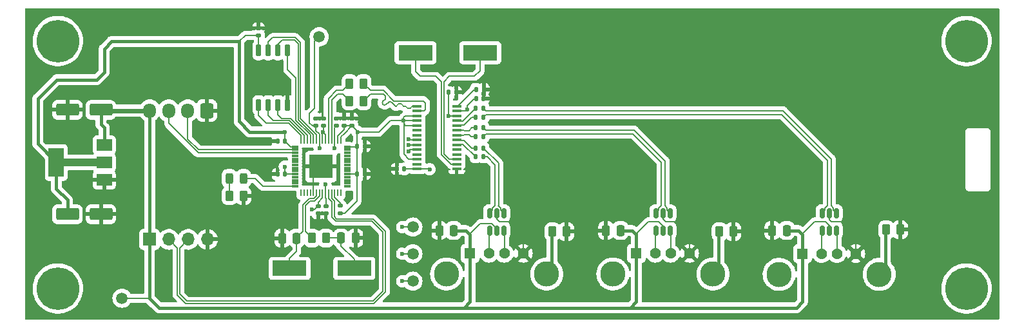
<source format=gbr>
%TF.GenerationSoftware,KiCad,Pcbnew,6.0.6*%
%TF.CreationDate,2022-07-05T21:26:13+02:00*%
%TF.ProjectId,usb host hub,75736220-686f-4737-9420-6875622e6b69,rev?*%
%TF.SameCoordinates,Original*%
%TF.FileFunction,Copper,L1,Top*%
%TF.FilePolarity,Positive*%
%FSLAX46Y46*%
G04 Gerber Fmt 4.6, Leading zero omitted, Abs format (unit mm)*
G04 Created by KiCad (PCBNEW 6.0.6) date 2022-07-05 21:26:13*
%MOMM*%
%LPD*%
G01*
G04 APERTURE LIST*
G04 Aperture macros list*
%AMRoundRect*
0 Rectangle with rounded corners*
0 $1 Rounding radius*
0 $2 $3 $4 $5 $6 $7 $8 $9 X,Y pos of 4 corners*
0 Add a 4 corners polygon primitive as box body*
4,1,4,$2,$3,$4,$5,$6,$7,$8,$9,$2,$3,0*
0 Add four circle primitives for the rounded corners*
1,1,$1+$1,$2,$3*
1,1,$1+$1,$4,$5*
1,1,$1+$1,$6,$7*
1,1,$1+$1,$8,$9*
0 Add four rect primitives between the rounded corners*
20,1,$1+$1,$2,$3,$4,$5,0*
20,1,$1+$1,$4,$5,$6,$7,0*
20,1,$1+$1,$6,$7,$8,$9,0*
20,1,$1+$1,$8,$9,$2,$3,0*%
G04 Aperture macros list end*
%TA.AperFunction,SMDPad,CuDef*%
%ADD10RoundRect,0.250000X-0.262500X-0.450000X0.262500X-0.450000X0.262500X0.450000X-0.262500X0.450000X0*%
%TD*%
%TA.AperFunction,SMDPad,CuDef*%
%ADD11C,1.500000*%
%TD*%
%TA.AperFunction,ComponentPad*%
%ADD12RoundRect,0.250000X0.600000X0.725000X-0.600000X0.725000X-0.600000X-0.725000X0.600000X-0.725000X0*%
%TD*%
%TA.AperFunction,ComponentPad*%
%ADD13O,1.700000X1.950000*%
%TD*%
%TA.AperFunction,SMDPad,CuDef*%
%ADD14RoundRect,0.150000X-0.150000X0.512500X-0.150000X-0.512500X0.150000X-0.512500X0.150000X0.512500X0*%
%TD*%
%TA.AperFunction,SMDPad,CuDef*%
%ADD15RoundRect,0.135000X-0.135000X-0.185000X0.135000X-0.185000X0.135000X0.185000X-0.135000X0.185000X0*%
%TD*%
%TA.AperFunction,SMDPad,CuDef*%
%ADD16RoundRect,0.250000X0.250000X0.475000X-0.250000X0.475000X-0.250000X-0.475000X0.250000X-0.475000X0*%
%TD*%
%TA.AperFunction,SMDPad,CuDef*%
%ADD17RoundRect,0.243750X-0.243750X-0.456250X0.243750X-0.456250X0.243750X0.456250X-0.243750X0.456250X0*%
%TD*%
%TA.AperFunction,SMDPad,CuDef*%
%ADD18RoundRect,0.140000X0.170000X-0.140000X0.170000X0.140000X-0.170000X0.140000X-0.170000X-0.140000X0*%
%TD*%
%TA.AperFunction,SMDPad,CuDef*%
%ADD19R,4.500000X2.000000*%
%TD*%
%TA.AperFunction,SMDPad,CuDef*%
%ADD20RoundRect,0.140000X-0.140000X-0.170000X0.140000X-0.170000X0.140000X0.170000X-0.140000X0.170000X0*%
%TD*%
%TA.AperFunction,SMDPad,CuDef*%
%ADD21R,1.200000X0.400000*%
%TD*%
%TA.AperFunction,SMDPad,CuDef*%
%ADD22RoundRect,0.250000X1.250000X0.550000X-1.250000X0.550000X-1.250000X-0.550000X1.250000X-0.550000X0*%
%TD*%
%TA.AperFunction,SMDPad,CuDef*%
%ADD23RoundRect,0.250000X-0.250000X-0.475000X0.250000X-0.475000X0.250000X0.475000X-0.250000X0.475000X0*%
%TD*%
%TA.AperFunction,ComponentPad*%
%ADD24C,5.600000*%
%TD*%
%TA.AperFunction,SMDPad,CuDef*%
%ADD25RoundRect,0.140000X0.140000X0.170000X-0.140000X0.170000X-0.140000X-0.170000X0.140000X-0.170000X0*%
%TD*%
%TA.AperFunction,SMDPad,CuDef*%
%ADD26RoundRect,0.140000X-0.170000X0.140000X-0.170000X-0.140000X0.170000X-0.140000X0.170000X0.140000X0*%
%TD*%
%TA.AperFunction,ComponentPad*%
%ADD27R,1.428000X1.428000*%
%TD*%
%TA.AperFunction,ComponentPad*%
%ADD28C,1.428000*%
%TD*%
%TA.AperFunction,ComponentPad*%
%ADD29C,3.316000*%
%TD*%
%TA.AperFunction,SMDPad,CuDef*%
%ADD30R,2.000000X1.500000*%
%TD*%
%TA.AperFunction,SMDPad,CuDef*%
%ADD31R,2.000000X3.800000*%
%TD*%
%TA.AperFunction,SMDPad,CuDef*%
%ADD32RoundRect,0.150000X0.150000X-0.650000X0.150000X0.650000X-0.150000X0.650000X-0.150000X-0.650000X0*%
%TD*%
%TA.AperFunction,SMDPad,CuDef*%
%ADD33RoundRect,0.250000X-1.250000X-0.550000X1.250000X-0.550000X1.250000X0.550000X-1.250000X0.550000X0*%
%TD*%
%TA.AperFunction,SMDPad,CuDef*%
%ADD34RoundRect,0.250000X0.262500X0.450000X-0.262500X0.450000X-0.262500X-0.450000X0.262500X-0.450000X0*%
%TD*%
%TA.AperFunction,SMDPad,CuDef*%
%ADD35RoundRect,0.135000X0.135000X0.185000X-0.135000X0.185000X-0.135000X-0.185000X0.135000X-0.185000X0*%
%TD*%
%TA.AperFunction,SMDPad,CuDef*%
%ADD36RoundRect,0.006000X-0.414000X-0.094000X0.414000X-0.094000X0.414000X0.094000X-0.414000X0.094000X0*%
%TD*%
%TA.AperFunction,SMDPad,CuDef*%
%ADD37RoundRect,0.020000X-0.080000X-0.400000X0.080000X-0.400000X0.080000X0.400000X-0.080000X0.400000X0*%
%TD*%
%TA.AperFunction,SMDPad,CuDef*%
%ADD38R,3.100000X3.100000*%
%TD*%
%TA.AperFunction,ComponentPad*%
%ADD39R,1.700000X1.700000*%
%TD*%
%TA.AperFunction,ComponentPad*%
%ADD40O,1.700000X1.700000*%
%TD*%
%TA.AperFunction,SMDPad,CuDef*%
%ADD41RoundRect,0.135000X-0.185000X0.135000X-0.185000X-0.135000X0.185000X-0.135000X0.185000X0.135000X0*%
%TD*%
%TA.AperFunction,ViaPad*%
%ADD42C,0.600000*%
%TD*%
%TA.AperFunction,Conductor*%
%ADD43C,0.400000*%
%TD*%
%TA.AperFunction,Conductor*%
%ADD44C,0.150000*%
%TD*%
%TA.AperFunction,Conductor*%
%ADD45C,0.200000*%
%TD*%
%TA.AperFunction,Conductor*%
%ADD46C,1.000000*%
%TD*%
%TA.AperFunction,Conductor*%
%ADD47C,0.600000*%
%TD*%
G04 APERTURE END LIST*
D10*
%TO.P,R15,1*%
%TO.N,Net-(J2-PadSH1)*%
X119337500Y-86000000D03*
%TO.P,R15,2*%
%TO.N,GND*%
X121162500Y-86000000D03*
%TD*%
%TO.P,R14,1*%
%TO.N,Net-(J1-PadSH1)*%
X141287500Y-86000000D03*
%TO.P,R14,2*%
%TO.N,GND*%
X143112500Y-86000000D03*
%TD*%
%TO.P,R12,1*%
%TO.N,Net-(J6-PadSH1)*%
X163187500Y-85750000D03*
%TO.P,R12,2*%
%TO.N,GND*%
X165012500Y-85750000D03*
%TD*%
D11*
%TO.P,TP_1V1,1,1*%
%TO.N,+1V1*%
X88700000Y-60400000D03*
%TD*%
D12*
%TO.P,J5,1,Pin_1*%
%TO.N,GND*%
X73914000Y-70104000D03*
D13*
%TO.P,J5,2,Pin_2*%
%TO.N,UART_TX*%
X71414000Y-70104000D03*
%TO.P,J5,3,Pin_3*%
%TO.N,UART_RX*%
X68914000Y-70104000D03*
%TO.P,J5,4,Pin_4*%
%TO.N,VBUS*%
X66414000Y-70104000D03*
%TD*%
D14*
%TO.P,U6,1,I/O1*%
%TO.N,USB_D2+*%
X134808000Y-83592900D03*
%TO.P,U6,2,GND*%
%TO.N,GND*%
X133858000Y-83592900D03*
%TO.P,U6,3,I/O2*%
%TO.N,USB_D2-*%
X132908000Y-83592900D03*
%TO.P,U6,4,I/O2*%
%TO.N,ESD_USB_D2-*%
X132908000Y-85867900D03*
%TO.P,U6,5,VBUS*%
%TO.N,VBUS*%
X133858000Y-85867900D03*
%TO.P,U6,6,I/O1*%
%TO.N,ESD_USB_D2+*%
X134808000Y-85867900D03*
%TD*%
D15*
%TO.P,R4,1*%
%TO.N,/D1+*%
X109249500Y-69822100D03*
%TO.P,R4,2*%
%TO.N,USB_D1+*%
X110269500Y-69822100D03*
%TD*%
D16*
%TO.P,C1,1*%
%TO.N,XIN*%
X85744089Y-86868000D03*
%TO.P,C1,2*%
%TO.N,GND*%
X83844089Y-86868000D03*
%TD*%
D17*
%TO.P,D1,1,K*%
%TO.N,Net-(D1-Pad1)*%
X76888100Y-78994000D03*
%TO.P,D1,2,A*%
%TO.N,STATUS_LED*%
X78763100Y-78994000D03*
%TD*%
D18*
%TO.P,C13,1*%
%TO.N,+3V3*%
X91998800Y-72082600D03*
%TO.P,C13,2*%
%TO.N,GND*%
X91998800Y-71122600D03*
%TD*%
D19*
%TO.P,Y1,1,1*%
%TO.N,XIN*%
X84811289Y-90830400D03*
%TO.P,Y1,2,2*%
%TO.N,Net-(C2-Pad1)*%
X93311289Y-90830400D03*
%TD*%
D20*
%TO.P,C4,1*%
%TO.N,+3V3*%
X93703200Y-78460600D03*
%TO.P,C4,2*%
%TO.N,GND*%
X94663200Y-78460600D03*
%TD*%
D11*
%TO.P,TP1,1,1*%
%TO.N,VBUS*%
X62788800Y-94742000D03*
%TD*%
D18*
%TO.P,C6,1*%
%TO.N,+3V3*%
X93014800Y-72082600D03*
%TO.P,C6,2*%
%TO.N,GND*%
X93014800Y-71122600D03*
%TD*%
D21*
%TO.P,U2,1,VSS*%
%TO.N,GND*%
X106771500Y-77759600D03*
%TO.P,U2,2,XOUT*%
%TO.N,Net-(Y2-Pad1)*%
X106771500Y-77124600D03*
%TO.P,U2,3,XIN*%
%TO.N,Net-(U2-Pad3)*%
X106771500Y-76489600D03*
%TO.P,U2,4,DM4*%
%TO.N,unconnected-(U2-Pad4)*%
X106771500Y-75854600D03*
%TO.P,U2,5,DP4*%
%TO.N,unconnected-(U2-Pad5)*%
X106771500Y-75219600D03*
%TO.P,U2,6,DM3*%
%TO.N,/D3-*%
X106771500Y-74584600D03*
%TO.P,U2,7,DP3*%
%TO.N,/D3+*%
X106771500Y-73949600D03*
%TO.P,U2,8,DM2*%
%TO.N,/D2-*%
X106771500Y-73314600D03*
%TO.P,U2,9,DP2*%
%TO.N,/D2+*%
X106771500Y-72679600D03*
%TO.P,U2,10,DM1*%
%TO.N,/D1-*%
X106771500Y-72044600D03*
%TO.P,U2,11,DP1*%
%TO.N,/D1+*%
X106771500Y-71409600D03*
%TO.P,U2,12,VD18_O*%
%TO.N,/VD18*%
X106771500Y-70774600D03*
%TO.P,U2,13,VD33*%
%TO.N,+3V3*%
X106771500Y-70139600D03*
%TO.P,U2,14,REXT*%
%TO.N,Net-(R13-Pad2)*%
X106771500Y-69504600D03*
%TO.P,U2,15,DMU*%
%TO.N,USB_D-*%
X101571500Y-69504600D03*
%TO.P,U2,16,DPU*%
%TO.N,USB_D+*%
X101571500Y-70139600D03*
%TO.P,U2,17,~{XRSTJ}*%
%TO.N,+3V3*%
X101571500Y-70774600D03*
%TO.P,U2,18,VBUSM*%
X101571500Y-71409600D03*
%TO.P,U2,19,BUSJ*%
X101571500Y-72044600D03*
%TO.P,U2,20,VDD5*%
%TO.N,unconnected-(U2-Pad20)*%
X101571500Y-72679600D03*
%TO.P,U2,21,VD33_O*%
%TO.N,unconnected-(U2-Pad21)*%
X101571500Y-73314600D03*
%TO.P,U2,22,DRV*%
%TO.N,/DRV*%
X101571500Y-73949600D03*
%TO.P,U2,23,LED1/EESCL*%
%TO.N,/LED1*%
X101571500Y-74584600D03*
%TO.P,U2,24,LED2*%
%TO.N,/LED2*%
X101571500Y-75219600D03*
%TO.P,U2,25,PWRJ*%
%TO.N,unconnected-(U2-Pad25)*%
X101571500Y-75854600D03*
%TO.P,U2,26,OVCJ*%
%TO.N,+3V3*%
X101571500Y-76489600D03*
%TO.P,U2,27,TESTJ/EESDA*%
%TO.N,unconnected-(U2-Pad27)*%
X101571500Y-77124600D03*
%TO.P,U2,28,VD18*%
%TO.N,/VD18*%
X101571500Y-77759600D03*
%TD*%
D22*
%TO.P,C15,1*%
%TO.N,VBUS*%
X60010400Y-70002400D03*
%TO.P,C15,2*%
%TO.N,GND*%
X55610400Y-70002400D03*
%TD*%
D15*
%TO.P,R9,1*%
%TO.N,/D3-*%
X109249500Y-76172100D03*
%TO.P,R9,2*%
%TO.N,USB_D3-*%
X110269500Y-76172100D03*
%TD*%
D10*
%TO.P,R2,1*%
%TO.N,D-*%
X92686500Y-68826543D03*
%TO.P,R2,2*%
%TO.N,USB_D-*%
X94511500Y-68826543D03*
%TD*%
D23*
%TO.P,C2,1*%
%TO.N,Net-(C2-Pad1)*%
X91555489Y-86842600D03*
%TO.P,C2,2*%
%TO.N,GND*%
X93455489Y-86842600D03*
%TD*%
D24*
%TO.P,H4,1*%
%TO.N,N/C*%
X173736000Y-60960000D03*
%TD*%
D25*
%TO.P,C8,1*%
%TO.N,+3V3*%
X84198400Y-74109743D03*
%TO.P,C8,2*%
%TO.N,GND*%
X83238400Y-74109743D03*
%TD*%
D26*
%TO.P,C10,1*%
%TO.N,+3V3*%
X88544400Y-82621343D03*
%TO.P,C10,2*%
%TO.N,GND*%
X88544400Y-83581343D03*
%TD*%
D27*
%TO.P,J1,1,P1*%
%TO.N,VBUS*%
X130358000Y-88855500D03*
D28*
%TO.P,J1,2,P2*%
%TO.N,ESD_USB_D2-*%
X132858000Y-88855500D03*
%TO.P,J1,3,P3*%
%TO.N,ESD_USB_D2+*%
X134858000Y-88855500D03*
%TO.P,J1,4,P4*%
%TO.N,GND*%
X137358000Y-88855500D03*
D29*
%TO.P,J1,SH1,SHIELD*%
%TO.N,Net-(J1-PadSH1)*%
X127288000Y-91565500D03*
%TO.P,J1,SH2,SHIELD*%
X140428000Y-91565500D03*
%TD*%
D18*
%TO.P,C14,1*%
%TO.N,+1V1*%
X90966289Y-72082600D03*
%TO.P,C14,2*%
%TO.N,GND*%
X90966289Y-71122600D03*
%TD*%
D27*
%TO.P,J2,1,P1*%
%TO.N,VBUS*%
X108514000Y-88855500D03*
D28*
%TO.P,J2,2,P2*%
%TO.N,ESD_USB_D3-*%
X111014000Y-88855500D03*
%TO.P,J2,3,P3*%
%TO.N,ESD_USB_D3+*%
X113014000Y-88855500D03*
%TO.P,J2,4,P4*%
%TO.N,GND*%
X115514000Y-88855500D03*
D29*
%TO.P,J2,SH1,SHIELD*%
%TO.N,Net-(J2-PadSH1)*%
X105444000Y-91565500D03*
%TO.P,J2,SH2,SHIELD*%
X118584000Y-91565500D03*
%TD*%
D15*
%TO.P,R5,1*%
%TO.N,/D1-*%
X109249500Y-70965100D03*
%TO.P,R5,2*%
%TO.N,USB_D1-*%
X110269500Y-70965100D03*
%TD*%
D11*
%TO.P,TP_LED2,1,1*%
%TO.N,/LED2*%
X101000000Y-85400000D03*
%TD*%
D30*
%TO.P,U4,1,GND*%
%TO.N,GND*%
X60452400Y-79211200D03*
%TO.P,U4,2,VO*%
%TO.N,+3V3*%
X60452400Y-76911200D03*
D31*
X54152400Y-76911200D03*
D30*
%TO.P,U4,3,VI*%
%TO.N,VBUS*%
X60452400Y-74611200D03*
%TD*%
D32*
%TO.P,U3,1,~{CS}*%
%TO.N,QSPI_CSN*%
X80746600Y-69378543D03*
%TO.P,U3,2,DO(IO1)*%
%TO.N,QSPI_SD1*%
X82016600Y-69378543D03*
%TO.P,U3,3,IO2*%
%TO.N,QSPI_SD2*%
X83286600Y-69378543D03*
%TO.P,U3,4,GND*%
%TO.N,GND*%
X84556600Y-69378543D03*
%TO.P,U3,5,DI(IO0)*%
%TO.N,QSPI_SD0*%
X84556600Y-62178543D03*
%TO.P,U3,6,CLK*%
%TO.N,QSPI_SCLK*%
X83286600Y-62178543D03*
%TO.P,U3,7,IO3*%
%TO.N,QSPI_SD3*%
X82016600Y-62178543D03*
%TO.P,U3,8,VCC*%
%TO.N,+3V3*%
X80746600Y-62178543D03*
%TD*%
D15*
%TO.P,R8,1*%
%TO.N,/D3+*%
X109249500Y-75029100D03*
%TO.P,R8,2*%
%TO.N,USB_D3+*%
X110269500Y-75029100D03*
%TD*%
D16*
%TO.P,C23,1*%
%TO.N,VBUS*%
X150114000Y-85852000D03*
%TO.P,C23,2*%
%TO.N,GND*%
X148214000Y-85852000D03*
%TD*%
D24*
%TO.P,H2,1*%
%TO.N,N/C*%
X173736000Y-93472000D03*
%TD*%
D18*
%TO.P,C3,1*%
%TO.N,+3V3*%
X80721200Y-60213343D03*
%TO.P,C3,2*%
%TO.N,GND*%
X80721200Y-59253343D03*
%TD*%
D33*
%TO.P,C16,1*%
%TO.N,+3V3*%
X55610400Y-83718400D03*
%TO.P,C16,2*%
%TO.N,GND*%
X60010400Y-83718400D03*
%TD*%
D20*
%TO.P,C19,1*%
%TO.N,/VD18*%
X105720000Y-67700000D03*
%TO.P,C19,2*%
%TO.N,GND*%
X106680000Y-67700000D03*
%TD*%
D15*
%TO.P,R6,1*%
%TO.N,/D2+*%
X109249500Y-72362100D03*
%TO.P,R6,2*%
%TO.N,USB_D2+*%
X110269500Y-72362100D03*
%TD*%
D20*
%TO.P,C20,1*%
%TO.N,+3V3*%
X109320000Y-68500000D03*
%TO.P,C20,2*%
%TO.N,GND*%
X110280000Y-68500000D03*
%TD*%
D34*
%TO.P,R1,1*%
%TO.N,Net-(C2-Pad1)*%
X89565489Y-86842600D03*
%TO.P,R1,2*%
%TO.N,XOUT*%
X87740489Y-86842600D03*
%TD*%
D14*
%TO.P,U7,1,I/O1*%
%TO.N,USB_D3+*%
X112964000Y-83577000D03*
%TO.P,U7,2,GND*%
%TO.N,GND*%
X112014000Y-83577000D03*
%TO.P,U7,3,I/O2*%
%TO.N,USB_D3-*%
X111064000Y-83577000D03*
%TO.P,U7,4,I/O2*%
%TO.N,ESD_USB_D3-*%
X111064000Y-85852000D03*
%TO.P,U7,5,VBUS*%
%TO.N,VBUS*%
X112014000Y-85852000D03*
%TO.P,U7,6,I/O1*%
%TO.N,ESD_USB_D3+*%
X112964000Y-85852000D03*
%TD*%
D20*
%TO.P,C5,1*%
%TO.N,+3V3*%
X93703200Y-74770143D03*
%TO.P,C5,2*%
%TO.N,GND*%
X94663200Y-74770143D03*
%TD*%
D10*
%TO.P,R3,1*%
%TO.N,D+*%
X92686500Y-66540543D03*
%TO.P,R3,2*%
%TO.N,USB_D+*%
X94511500Y-66540543D03*
%TD*%
D19*
%TO.P,Y2,1,1*%
%TO.N,Net-(Y2-Pad1)*%
X101346000Y-62484000D03*
%TO.P,Y2,2,2*%
%TO.N,Net-(U2-Pad3)*%
X109846000Y-62484000D03*
%TD*%
D11*
%TO.P,TP_LED1,1,1*%
%TO.N,/LED1*%
X101000000Y-88900000D03*
%TD*%
D16*
%TO.P,C21,1*%
%TO.N,VBUS*%
X106360000Y-85852000D03*
%TO.P,C21,2*%
%TO.N,GND*%
X104460000Y-85852000D03*
%TD*%
D14*
%TO.P,U5,1,I/O1*%
%TO.N,USB_D1+*%
X156652000Y-83577000D03*
%TO.P,U5,2,GND*%
%TO.N,GND*%
X155702000Y-83577000D03*
%TO.P,U5,3,I/O2*%
%TO.N,USB_D1-*%
X154752000Y-83577000D03*
%TO.P,U5,4,I/O2*%
%TO.N,ESD_USB_D1-*%
X154752000Y-85852000D03*
%TO.P,U5,5,VBUS*%
%TO.N,VBUS*%
X155702000Y-85852000D03*
%TO.P,U5,6,I/O1*%
%TO.N,ESD_USB_D1+*%
X156652000Y-85852000D03*
%TD*%
D27*
%TO.P,J6,1,P1*%
%TO.N,VBUS*%
X152202000Y-88900000D03*
D28*
%TO.P,J6,2,P2*%
%TO.N,ESD_USB_D1-*%
X154702000Y-88900000D03*
%TO.P,J6,3,P3*%
%TO.N,ESD_USB_D1+*%
X156702000Y-88900000D03*
%TO.P,J6,4,P4*%
%TO.N,GND*%
X159202000Y-88900000D03*
D29*
%TO.P,J6,SH1,SHIELD*%
%TO.N,Net-(J6-PadSH1)*%
X149132000Y-91610000D03*
%TO.P,J6,SH2,SHIELD*%
X162272000Y-91610000D03*
%TD*%
D16*
%TO.P,C22,1*%
%TO.N,VBUS*%
X128270000Y-85852000D03*
%TO.P,C22,2*%
%TO.N,GND*%
X126370000Y-85852000D03*
%TD*%
D18*
%TO.P,C11,1*%
%TO.N,+1V1*%
X88239600Y-72100543D03*
%TO.P,C11,2*%
%TO.N,GND*%
X88239600Y-71140543D03*
%TD*%
D15*
%TO.P,R7,1*%
%TO.N,/D2-*%
X109249500Y-73505100D03*
%TO.P,R7,2*%
%TO.N,USB_D2-*%
X110269500Y-73505100D03*
%TD*%
D35*
%TO.P,R13,1*%
%TO.N,GND*%
X110314500Y-67300000D03*
%TO.P,R13,2*%
%TO.N,Net-(R13-Pad2)*%
X109294500Y-67300000D03*
%TD*%
D25*
%TO.P,C17,1*%
%TO.N,/VD18*%
X99880000Y-77749600D03*
%TO.P,C17,2*%
%TO.N,GND*%
X98920000Y-77749600D03*
%TD*%
D24*
%TO.P,H3,1*%
%TO.N,N/C*%
X54356000Y-60960000D03*
%TD*%
D26*
%TO.P,C12,1*%
%TO.N,+1V1*%
X89611200Y-82621343D03*
%TO.P,C12,2*%
%TO.N,GND*%
X89611200Y-83581343D03*
%TD*%
D25*
%TO.P,C9,1*%
%TO.N,+3V3*%
X84198400Y-78460600D03*
%TO.P,C9,2*%
%TO.N,GND*%
X83238400Y-78460600D03*
%TD*%
D36*
%TO.P,U1,1,IOVDD*%
%TO.N,+3V3*%
X85499289Y-74844600D03*
%TO.P,U1,2,GPIO0*%
%TO.N,UART_TX*%
X85499289Y-75244600D03*
%TO.P,U1,3,GPIO1*%
%TO.N,UART_RX*%
X85499289Y-75644600D03*
%TO.P,U1,4,GPIO2*%
%TO.N,unconnected-(U1-Pad4)*%
X85499289Y-76044600D03*
%TO.P,U1,5,GPIO3*%
%TO.N,unconnected-(U1-Pad5)*%
X85499289Y-76444600D03*
%TO.P,U1,6,GPIO4*%
%TO.N,unconnected-(U1-Pad6)*%
X85499289Y-76844600D03*
%TO.P,U1,7,GPIO5*%
%TO.N,unconnected-(U1-Pad7)*%
X85499289Y-77244600D03*
%TO.P,U1,8,GPIO6*%
%TO.N,unconnected-(U1-Pad8)*%
X85499289Y-77644600D03*
%TO.P,U1,9,GPIO7*%
%TO.N,unconnected-(U1-Pad9)*%
X85499289Y-78044600D03*
%TO.P,U1,10,IOVDD*%
%TO.N,+3V3*%
X85499289Y-78444600D03*
%TO.P,U1,11,GPIO8*%
%TO.N,unconnected-(U1-Pad11)*%
X85499289Y-78844600D03*
%TO.P,U1,12,GPIO9*%
%TO.N,unconnected-(U1-Pad12)*%
X85499289Y-79244600D03*
%TO.P,U1,13,GPIO10*%
%TO.N,unconnected-(U1-Pad13)*%
X85499289Y-79644600D03*
%TO.P,U1,14,GPIO11*%
%TO.N,STATUS_LED*%
X85499289Y-80044600D03*
D37*
%TO.P,U1,15,GPIO12*%
%TO.N,unconnected-(U1-Pad15)*%
X86334289Y-80879600D03*
%TO.P,U1,16,GPIO13*%
%TO.N,unconnected-(U1-Pad16)*%
X86734289Y-80879600D03*
%TO.P,U1,17,GPIO14*%
%TO.N,unconnected-(U1-Pad17)*%
X87134289Y-80879600D03*
%TO.P,U1,18,GPIO15*%
%TO.N,unconnected-(U1-Pad18)*%
X87534289Y-80879600D03*
%TO.P,U1,19,TESTEN*%
%TO.N,GND*%
X87934289Y-80879600D03*
%TO.P,U1,20,XIN*%
%TO.N,XIN*%
X88334289Y-80879600D03*
%TO.P,U1,21,XOUT*%
%TO.N,XOUT*%
X88734289Y-80879600D03*
%TO.P,U1,22,IOVDD*%
%TO.N,+3V3*%
X89134289Y-80879600D03*
%TO.P,U1,23,DVDD*%
%TO.N,+1V1*%
X89534289Y-80879600D03*
%TO.P,U1,24,SWCLK*%
%TO.N,SWCLK*%
X89934289Y-80879600D03*
%TO.P,U1,25,SWD*%
%TO.N,SWD*%
X90334289Y-80879600D03*
%TO.P,U1,26,RUN*%
%TO.N,RUN*%
X90734289Y-80879600D03*
%TO.P,U1,27,GPIO16*%
%TO.N,unconnected-(U1-Pad27)*%
X91134289Y-80879600D03*
%TO.P,U1,28,GPIO17*%
%TO.N,unconnected-(U1-Pad28)*%
X91534289Y-80879600D03*
D36*
%TO.P,U1,29,GPIO18*%
%TO.N,unconnected-(U1-Pad29)*%
X92369289Y-80044600D03*
%TO.P,U1,30,GPIO19*%
%TO.N,unconnected-(U1-Pad30)*%
X92369289Y-79644600D03*
%TO.P,U1,31,GPIO20*%
%TO.N,unconnected-(U1-Pad31)*%
X92369289Y-79244600D03*
%TO.P,U1,32,GPIO21*%
%TO.N,unconnected-(U1-Pad32)*%
X92369289Y-78844600D03*
%TO.P,U1,33,IOVDD*%
%TO.N,+3V3*%
X92369289Y-78444600D03*
%TO.P,U1,34,GPIO22*%
%TO.N,unconnected-(U1-Pad34)*%
X92369289Y-78044600D03*
%TO.P,U1,35,GPIO23*%
%TO.N,unconnected-(U1-Pad35)*%
X92369289Y-77644600D03*
%TO.P,U1,36,GPIO24*%
%TO.N,unconnected-(U1-Pad36)*%
X92369289Y-77244600D03*
%TO.P,U1,37,GPIO25*%
%TO.N,unconnected-(U1-Pad37)*%
X92369289Y-76844600D03*
%TO.P,U1,38,GPIO26/ADC0*%
%TO.N,unconnected-(U1-Pad38)*%
X92369289Y-76444600D03*
%TO.P,U1,39,GPIO27/ADC1*%
%TO.N,unconnected-(U1-Pad39)*%
X92369289Y-76044600D03*
%TO.P,U1,40,GPIO28/ADC2*%
%TO.N,unconnected-(U1-Pad40)*%
X92369289Y-75644600D03*
%TO.P,U1,41,GPIO29/ADC3*%
%TO.N,unconnected-(U1-Pad41)*%
X92369289Y-75244600D03*
%TO.P,U1,42,IOVDD*%
%TO.N,+3V3*%
X92369289Y-74844600D03*
D37*
%TO.P,U1,43,ADC_AVDD*%
X91534289Y-74009600D03*
%TO.P,U1,44,VREG_VIN*%
X91134289Y-74009600D03*
%TO.P,U1,45,VREG_VOUT*%
%TO.N,+1V1*%
X90734289Y-74009600D03*
%TO.P,U1,46,USB_DM*%
%TO.N,D-*%
X90334289Y-74009600D03*
%TO.P,U1,47,USB_DP*%
%TO.N,D+*%
X89934289Y-74009600D03*
%TO.P,U1,48,USB_VDD*%
%TO.N,+3V3*%
X89534289Y-74009600D03*
%TO.P,U1,49,IOVDD*%
X89134289Y-74009600D03*
%TO.P,U1,50,DVDD*%
%TO.N,+1V1*%
X88734289Y-74009600D03*
%TO.P,U1,51,QSPI_SD3*%
%TO.N,QSPI_SD3*%
X88334289Y-74009600D03*
%TO.P,U1,52,QSPI_SCLK*%
%TO.N,QSPI_SCLK*%
X87934289Y-74009600D03*
%TO.P,U1,53,QSPI_SD0*%
%TO.N,QSPI_SD0*%
X87534289Y-74009600D03*
%TO.P,U1,54,QSPI_SD2*%
%TO.N,QSPI_SD2*%
X87134289Y-74009600D03*
%TO.P,U1,55,QSPI_SD1*%
%TO.N,QSPI_SD1*%
X86734289Y-74009600D03*
%TO.P,U1,56,QSPI_CSN*%
%TO.N,QSPI_CSN*%
X86334289Y-74009600D03*
D38*
%TO.P,U1,57,GND*%
%TO.N,GND*%
X88934289Y-77444600D03*
%TD*%
D11*
%TO.P,TP_DRV1,1,1*%
%TO.N,/DRV*%
X101000000Y-92500000D03*
%TD*%
D34*
%TO.P,R11,1*%
%TO.N,GND*%
X78738100Y-81280000D03*
%TO.P,R11,2*%
%TO.N,Net-(D1-Pad1)*%
X76913100Y-81280000D03*
%TD*%
D39*
%TO.P,J4,1,Pin_1*%
%TO.N,VBUS*%
X66395600Y-87020400D03*
D40*
%TO.P,J4,2,Pin_2*%
%TO.N,SWD*%
X68935600Y-87020400D03*
%TO.P,J4,3,Pin_3*%
%TO.N,SWCLK*%
X71475600Y-87020400D03*
%TO.P,J4,4,Pin_4*%
%TO.N,GND*%
X74015600Y-87020400D03*
%TD*%
D18*
%TO.P,C7,1*%
%TO.N,+3V3*%
X89255600Y-72100543D03*
%TO.P,C7,2*%
%TO.N,GND*%
X89255600Y-71140543D03*
%TD*%
D41*
%TO.P,R10,1*%
%TO.N,RUN*%
X91440000Y-82591343D03*
%TO.P,R10,2*%
%TO.N,+3V3*%
X91440000Y-83611343D03*
%TD*%
D24*
%TO.P,H1,1*%
%TO.N,N/C*%
X54356000Y-93472000D03*
%TD*%
D42*
%TO.N,GND*%
X82000000Y-77100000D03*
X89300000Y-67200000D03*
X68910200Y-81026000D03*
X82100000Y-81900000D03*
X139200000Y-83000000D03*
X62484000Y-88392000D03*
X78181200Y-89806943D03*
X74625200Y-92252800D03*
X96300000Y-81900000D03*
X73456800Y-91109800D03*
X69748400Y-63398400D03*
X101400000Y-67000000D03*
X92710000Y-73652543D03*
X117602000Y-66954400D03*
X138209400Y-81349000D03*
X87892889Y-78486000D03*
X99900000Y-67000000D03*
X88696800Y-84930143D03*
X59436000Y-88392000D03*
X81330800Y-64660943D03*
X104300000Y-81400000D03*
X158859600Y-83000000D03*
X161323400Y-83000000D03*
X88959689Y-78460600D03*
X56692800Y-73660000D03*
X116467000Y-81603000D03*
X118516400Y-68554600D03*
X94600000Y-71100000D03*
X91440000Y-69842543D03*
X68935600Y-91694000D03*
X68935600Y-94132400D03*
X109315300Y-78549600D03*
X55600600Y-72440800D03*
X97400000Y-80800000D03*
X83769200Y-66845343D03*
X60960000Y-90043000D03*
X67767200Y-90525600D03*
X87892889Y-77444600D03*
X88934289Y-77444600D03*
X91694000Y-60604400D03*
X95300000Y-80800000D03*
X67767200Y-92913200D03*
X107000000Y-81400000D03*
X68961000Y-76301600D03*
X63804800Y-77038200D03*
X70053200Y-82473800D03*
X115476400Y-83127000D03*
X93827600Y-60604400D03*
X63804800Y-79857600D03*
X92710000Y-81272543D03*
X89975689Y-78486000D03*
X108400000Y-81400000D03*
X87892889Y-76403200D03*
X77012800Y-92252800D03*
X160155000Y-81247400D03*
X81330800Y-66845343D03*
X102900000Y-81400000D03*
X82100000Y-83200000D03*
X82804000Y-64660943D03*
X97100000Y-70700000D03*
X105600000Y-81400000D03*
X80000000Y-71600000D03*
X70053200Y-79959200D03*
X95900000Y-60604400D03*
X70129400Y-77470000D03*
X57912000Y-89916000D03*
X70840600Y-64617600D03*
X89975689Y-77444600D03*
X89611200Y-84930143D03*
X72237600Y-63474600D03*
X101500000Y-81400000D03*
X63804800Y-78384400D03*
X75793600Y-91084400D03*
X62484000Y-91440000D03*
X54432200Y-73609200D03*
X87100000Y-68800000D03*
X88934289Y-76403200D03*
X137117200Y-83000000D03*
X96300000Y-76600000D03*
X74752200Y-63474600D03*
X73304400Y-64617600D03*
X68580000Y-64566800D03*
X116611400Y-68478400D03*
X117381400Y-83203200D03*
X107900000Y-66700000D03*
X59436000Y-91440000D03*
X90026489Y-76403200D03*
X68910200Y-78562200D03*
%TO.N,+3V3*%
X93726000Y-72890543D03*
X89154000Y-72890543D03*
X84175600Y-77462543D03*
X99800000Y-71400000D03*
X84175600Y-72890543D03*
X87731600Y-83101343D03*
X108143100Y-69936400D03*
%TO.N,+1V1*%
X89509600Y-79806800D03*
X88747600Y-75082400D03*
X90728800Y-75082400D03*
%TO.N,/VD18*%
X105653900Y-70800000D03*
X103200000Y-77800000D03*
%TO.N,/LED1*%
X99600000Y-88900000D03*
X100415300Y-74649600D03*
%TO.N,/LED2*%
X99600000Y-85400000D03*
X100415300Y-75449600D03*
%TO.N,/DRV*%
X100415300Y-73849600D03*
X99600000Y-92500000D03*
%TD*%
D43*
%TO.N,Net-(J6-PadSH1)*%
X163187500Y-85750000D02*
X163100000Y-85837500D01*
X163100000Y-85837500D02*
X163100000Y-90782000D01*
X163100000Y-90782000D02*
X162272000Y-91610000D01*
%TO.N,Net-(J1-PadSH1)*%
X141287500Y-86000000D02*
X141200000Y-86087500D01*
X141200000Y-86087500D02*
X141200000Y-90793500D01*
X141200000Y-90793500D02*
X140428000Y-91565500D01*
%TO.N,Net-(J2-PadSH1)*%
X119337500Y-86000000D02*
X119250000Y-86087500D01*
X119250000Y-86087500D02*
X119250000Y-90899500D01*
X119250000Y-90899500D02*
X118584000Y-91565500D01*
D44*
%TO.N,XIN*%
X85744089Y-86868000D02*
X85744089Y-86755911D01*
X87953291Y-81686400D02*
X88334289Y-81305402D01*
X88334289Y-81305402D02*
X88334289Y-80879600D01*
X85744089Y-86755911D02*
X86563200Y-85936800D01*
X86563200Y-85936800D02*
X86563200Y-82499200D01*
X86563200Y-82499200D02*
X87376000Y-81686400D01*
X87376000Y-81686400D02*
X87953291Y-81686400D01*
%TO.N,STATUS_LED*%
X85499289Y-80044600D02*
X81306200Y-80044600D01*
X81306200Y-80044600D02*
X80255600Y-78994000D01*
X80255600Y-78994000D02*
X78763100Y-78994000D01*
%TO.N,+1V1*%
X88239600Y-72100543D02*
X87800543Y-72100543D01*
X87800543Y-72100543D02*
X87400000Y-71700000D01*
X88100000Y-61000000D02*
X88700000Y-60400000D01*
X87400000Y-71700000D02*
X87400000Y-70500000D01*
X87400000Y-70500000D02*
X88100000Y-69800000D01*
X88100000Y-69800000D02*
X88100000Y-61000000D01*
%TO.N,XIN*%
X85744089Y-88610400D02*
X84811289Y-89543200D01*
X84811289Y-89543200D02*
X84811289Y-90830400D01*
X85744089Y-86868000D02*
X85744089Y-88610400D01*
%TO.N,GND*%
X158200000Y-84720500D02*
X159202000Y-85722500D01*
X112400000Y-84720500D02*
X114200000Y-84720500D01*
X155700000Y-84420500D02*
X156000000Y-84720500D01*
X135800000Y-84709400D02*
X137358000Y-86267400D01*
X159202000Y-85722500D02*
X159202000Y-88900000D01*
X155700000Y-83821151D02*
X155700000Y-84420500D01*
X112014000Y-83577000D02*
X112014000Y-84334500D01*
X133858000Y-84367400D02*
X134200000Y-84709400D01*
X134200000Y-84709400D02*
X135800000Y-84709400D01*
X112014000Y-84334500D02*
X112400000Y-84720500D01*
X137358000Y-86267400D02*
X137358000Y-89145400D01*
X114200000Y-84720500D02*
X115514000Y-86034500D01*
X87934289Y-78527400D02*
X87892889Y-78486000D01*
X156000000Y-84720500D02*
X158200000Y-84720500D01*
X133858000Y-83592900D02*
X133858000Y-84367400D01*
X115514000Y-86034500D02*
X115514000Y-89256500D01*
X87934289Y-80879600D02*
X87934289Y-78527400D01*
X155702000Y-83819151D02*
X155700000Y-83821151D01*
X155702000Y-83577000D02*
X155702000Y-83819151D01*
%TO.N,Net-(C2-Pad1)*%
X93311289Y-89644800D02*
X91555489Y-87889000D01*
X89565489Y-86842600D02*
X91555489Y-86842600D01*
X93311289Y-90830400D02*
X93311289Y-89644800D01*
X91555489Y-87889000D02*
X91555489Y-86842600D01*
%TO.N,XOUT*%
X86868000Y-85970111D02*
X86868000Y-82617986D01*
X87486193Y-81999793D02*
X88063483Y-81999793D01*
X86868000Y-82617986D02*
X87486193Y-81999793D01*
X88734289Y-81328987D02*
X88734289Y-80879600D01*
X87740489Y-86842600D02*
X86868000Y-85970111D01*
X88063483Y-81999793D02*
X88734289Y-81328987D01*
D45*
%TO.N,USB_D-*%
X95429499Y-67908544D02*
X97108544Y-67908544D01*
X98704600Y-69504600D02*
X98854600Y-69504600D01*
X100354600Y-69804600D02*
X100654600Y-69804600D01*
X98198528Y-68998528D02*
X98704600Y-69504600D01*
X97491422Y-69281369D02*
X97491421Y-69281370D01*
X101254600Y-69504600D02*
X101571500Y-69504600D01*
X97108544Y-67908544D02*
X97350000Y-68150000D01*
X94511500Y-68826543D02*
X95429499Y-67908544D01*
X99154600Y-69204600D02*
X99454600Y-69204600D01*
X97491421Y-69281370D02*
X97774263Y-68998527D01*
X97350000Y-68574264D02*
X97067157Y-68857106D01*
X99754600Y-69504600D02*
X100054600Y-69504600D01*
X97349999Y-68574265D02*
X97350000Y-68574264D01*
X100954600Y-69504600D02*
X101254600Y-69504600D01*
X98198527Y-68998527D02*
X98198528Y-68998528D01*
X100354600Y-69804600D02*
G75*
G02*
X100204600Y-69654600I0J150000D01*
G01*
X100204600Y-69654600D02*
G75*
G03*
X100054600Y-69504600I-150000J0D01*
G01*
X99604600Y-69354600D02*
G75*
G03*
X99454600Y-69204600I-150000J0D01*
G01*
X99154600Y-69204600D02*
G75*
G03*
X99004600Y-69354600I0J-150000D01*
G01*
X97349967Y-68574232D02*
G75*
G03*
X97350000Y-68150000I-212067J212132D01*
G01*
X100804600Y-69654600D02*
G75*
G02*
X100654600Y-69804600I-150000J0D01*
G01*
X100954600Y-69504600D02*
G75*
G03*
X100804600Y-69654600I0J-150000D01*
G01*
X99004600Y-69354600D02*
G75*
G02*
X98854600Y-69504600I-150000J0D01*
G01*
X97067196Y-69281331D02*
G75*
G02*
X97067158Y-68857107I212104J212131D01*
G01*
X99754600Y-69504600D02*
G75*
G02*
X99604600Y-69354600I0J150000D01*
G01*
X97491433Y-69281380D02*
G75*
G02*
X97067157Y-69281370I-212133J212180D01*
G01*
X98198526Y-68998528D02*
G75*
G03*
X97774264Y-68998528I-212131J-212131D01*
G01*
%TO.N,USB_D+*%
X94511500Y-66540543D02*
X95429499Y-67458542D01*
X102656700Y-69072800D02*
X102656700Y-69987200D01*
X102656700Y-69987200D02*
X102504300Y-70139600D01*
X97158542Y-67458542D02*
X98518800Y-68818800D01*
X95429499Y-67458542D02*
X97158542Y-67458542D01*
X102504300Y-70139600D02*
X101571500Y-70139600D01*
X98518800Y-68818800D02*
X102402700Y-68818800D01*
X102402700Y-68818800D02*
X102656700Y-69072800D01*
%TO.N,USB_D3-*%
X110776103Y-76172100D02*
X111804299Y-77200296D01*
X111464480Y-82899014D02*
X111464480Y-83176520D01*
X111804299Y-82559195D02*
X111464480Y-82899014D01*
X111804299Y-77200296D02*
X111804299Y-82559195D01*
X110269500Y-76172100D02*
X110776103Y-76172100D01*
X111464480Y-83176520D02*
X111064000Y-83577000D01*
%TO.N,USB_D3+*%
X112254301Y-82559195D02*
X112239001Y-82574495D01*
X112563520Y-82899014D02*
X112563520Y-83176520D01*
X112563520Y-83176520D02*
X112964000Y-83577000D01*
X112239001Y-82574495D02*
X112563520Y-82899014D01*
X110269500Y-75029100D02*
X112254301Y-77013901D01*
X112254301Y-77013901D02*
X112254301Y-82559195D01*
%TO.N,USB_D2-*%
X133648299Y-82575095D02*
X133308480Y-82914914D01*
X133648299Y-76887599D02*
X133648299Y-82575095D01*
X110269500Y-73505100D02*
X110615999Y-73158601D01*
X110615999Y-73158601D02*
X129919301Y-73158601D01*
X129919301Y-73158601D02*
X133648299Y-76887599D01*
X133308480Y-83192420D02*
X132908000Y-83592900D01*
X133308480Y-82914914D02*
X133308480Y-83192420D01*
%TO.N,USB_D2+*%
X134098301Y-82605695D02*
X134407520Y-82914914D01*
X110615999Y-72708599D02*
X130105699Y-72708599D01*
X134098301Y-76701201D02*
X134098301Y-82605695D01*
X130105699Y-72708599D02*
X134098301Y-76701201D01*
X134407520Y-83192420D02*
X134808000Y-83592900D01*
X134407520Y-82914914D02*
X134407520Y-83192420D01*
X110269500Y-72362100D02*
X110615999Y-72708599D01*
%TO.N,USB_D1-*%
X155152480Y-83176520D02*
X154752000Y-83577000D01*
X149477301Y-70618601D02*
X155492299Y-76633599D01*
X110269500Y-70965100D02*
X110615999Y-70618601D01*
X110615999Y-70618601D02*
X149477301Y-70618601D01*
X155152480Y-82899014D02*
X155152480Y-83176520D01*
X155492299Y-76633599D02*
X155492299Y-82559195D01*
X155492299Y-82559195D02*
X155152480Y-82899014D01*
%TO.N,USB_D1+*%
X110615999Y-70168599D02*
X149663699Y-70168599D01*
X149663699Y-70168599D02*
X155942301Y-76447201D01*
X155942301Y-76447201D02*
X155942301Y-82589795D01*
X156251520Y-83176520D02*
X156652000Y-83577000D01*
X156251520Y-82899014D02*
X156251520Y-83176520D01*
X110269500Y-69822100D02*
X110615999Y-70168599D01*
X155942301Y-82589795D02*
X156251520Y-82899014D01*
D44*
%TO.N,RUN*%
X90734289Y-80879600D02*
X90734289Y-81508242D01*
X90734289Y-81508242D02*
X91440000Y-82213953D01*
X91440000Y-82213953D02*
X91440000Y-82591343D01*
%TO.N,+3V3*%
X93687200Y-78444600D02*
X93703200Y-78460600D01*
X89255600Y-72100543D02*
X89255600Y-72788943D01*
X92369289Y-78444600D02*
X93687200Y-78444600D01*
X89134289Y-81537200D02*
X88544400Y-82127089D01*
X91998800Y-72082600D02*
X91998800Y-72585743D01*
X89534289Y-74009600D02*
X89534289Y-73270832D01*
X93703200Y-78460600D02*
X93703200Y-74770143D01*
X89134289Y-72910254D02*
X89154000Y-72890543D01*
X89134289Y-74009600D02*
X89134289Y-72910254D01*
X98061343Y-71400000D02*
X96520000Y-72941343D01*
X91948000Y-73144543D02*
X91952857Y-73144543D01*
X93703200Y-72771000D02*
X93014800Y-72082600D01*
X87731600Y-83101343D02*
X88064400Y-83101343D01*
X91134289Y-73450254D02*
X91134289Y-74009600D01*
X89534289Y-73270832D02*
X89154000Y-72890543D01*
D43*
X78181200Y-71518943D02*
X79552800Y-72890543D01*
D44*
X89134289Y-80879600D02*
X89134289Y-81537200D01*
X101571500Y-72044600D02*
X100044600Y-72044600D01*
D43*
X79552800Y-72890543D02*
X84175600Y-72890543D01*
D44*
X99811900Y-71411900D02*
X99811900Y-71811900D01*
D46*
X60452400Y-76911200D02*
X54152400Y-76911200D01*
D44*
X84933257Y-74844600D02*
X84198400Y-74109743D01*
X91998800Y-72585743D02*
X91134289Y-73450254D01*
D43*
X54152400Y-80365200D02*
X54152400Y-76911200D01*
D44*
X80721200Y-60213343D02*
X78978657Y-60213343D01*
D43*
X78181200Y-61010800D02*
X78181200Y-71518943D01*
D44*
X108143100Y-69456900D02*
X108143100Y-69936400D01*
X89255600Y-72788943D02*
X89154000Y-72890543D01*
X100472300Y-76489600D02*
X101571500Y-76489600D01*
X85499289Y-78444600D02*
X84214400Y-78444600D01*
X88064400Y-83101343D02*
X88544400Y-82621343D01*
X91440000Y-83611343D02*
X92047600Y-83611343D01*
X80721200Y-62153143D02*
X80746600Y-62178543D01*
X96520000Y-72941343D02*
X93776800Y-72941343D01*
X100025400Y-70774600D02*
X101571500Y-70774600D01*
X92369289Y-74844600D02*
X93628743Y-74844600D01*
X85499289Y-74844600D02*
X84933257Y-74844600D01*
X100044600Y-72044600D02*
X99811900Y-71811900D01*
X84214400Y-78444600D02*
X84198400Y-78460600D01*
X88544400Y-82127089D02*
X88544400Y-82621343D01*
X93628743Y-74844600D02*
X93703200Y-74770143D01*
D43*
X54152400Y-76911200D02*
X51714400Y-74473200D01*
D44*
X99800000Y-71400000D02*
X99800000Y-71000000D01*
X93703200Y-81955743D02*
X93703200Y-78460600D01*
X93776800Y-72941343D02*
X93726000Y-72890543D01*
X106771500Y-70139600D02*
X107939900Y-70139600D01*
D43*
X51714400Y-68529200D02*
X54203600Y-66040000D01*
D44*
X99800000Y-71400000D02*
X100080800Y-71400000D01*
X91952857Y-73144543D02*
X93014800Y-72082600D01*
X91998800Y-72082600D02*
X93014800Y-72082600D01*
X80721200Y-60213343D02*
X80721200Y-62153143D01*
D43*
X54203600Y-66040000D02*
X59436000Y-66040000D01*
D44*
X91534289Y-74009600D02*
X91534289Y-73558254D01*
X84198400Y-72913343D02*
X84175600Y-72890543D01*
X93703200Y-74770143D02*
X93703200Y-72771000D01*
X99800000Y-71400000D02*
X98061343Y-71400000D01*
X84175600Y-77462543D02*
X84198400Y-77485343D01*
X107939900Y-70139600D02*
X108143100Y-69936400D01*
X99811900Y-75829200D02*
X100472300Y-76489600D01*
D43*
X55610400Y-83718400D02*
X55610400Y-81823200D01*
X60452000Y-65024000D02*
X60452000Y-61976000D01*
D44*
X99800000Y-71000000D02*
X100025400Y-70774600D01*
X78978657Y-60213343D02*
X78181200Y-61010800D01*
X92047600Y-83611343D02*
X93703200Y-81955743D01*
D43*
X55610400Y-81823200D02*
X54152400Y-80365200D01*
D44*
X109100000Y-68500000D02*
X108143100Y-69456900D01*
X100090400Y-71409600D02*
X101571500Y-71409600D01*
X100080800Y-71400000D02*
X100090400Y-71409600D01*
D43*
X59436000Y-66040000D02*
X60452000Y-65024000D01*
D44*
X109320000Y-68500000D02*
X109100000Y-68500000D01*
X99811900Y-71811900D02*
X99811900Y-75829200D01*
D43*
X60452000Y-61976000D02*
X61417200Y-61010800D01*
X61417200Y-61010800D02*
X78181200Y-61010800D01*
D44*
X84198400Y-74109743D02*
X84198400Y-72913343D01*
X91534289Y-73558254D02*
X91948000Y-73144543D01*
D43*
X51714400Y-74473200D02*
X51714400Y-68529200D01*
D44*
X99800000Y-71400000D02*
X99811900Y-71411900D01*
X84198400Y-77485343D02*
X84198400Y-78460600D01*
%TO.N,+1V1*%
X89534289Y-81600600D02*
X89534289Y-80879600D01*
X90734289Y-74009600D02*
X90734289Y-75076911D01*
X88734289Y-73215646D02*
X88734289Y-74009600D01*
X90734289Y-72314600D02*
X90734289Y-74009600D01*
X88239600Y-72100543D02*
X88239600Y-72720957D01*
X89534289Y-80879600D02*
X89534289Y-79831489D01*
X88734289Y-75069089D02*
X88747600Y-75082400D01*
X90734289Y-75076911D02*
X90728800Y-75082400D01*
X88239600Y-72720957D02*
X88734289Y-73215646D01*
X89611200Y-82621343D02*
X89611200Y-81677511D01*
X89611200Y-81677511D02*
X89534289Y-81600600D01*
X89534289Y-79831489D02*
X89509600Y-79806800D01*
X88734289Y-74009600D02*
X88734289Y-75069089D01*
D43*
%TO.N,VBUS*%
X108514000Y-86416000D02*
X108514000Y-88855500D01*
D44*
X155702000Y-85852000D02*
X155702000Y-85222500D01*
X130358000Y-86416000D02*
X130358000Y-88855500D01*
D43*
X66395600Y-87020400D02*
X66414000Y-87002000D01*
D44*
X155200000Y-84720500D02*
X153769750Y-84720500D01*
D43*
X129794000Y-85852000D02*
X130358000Y-86416000D01*
X107696000Y-96012000D02*
X67665600Y-96012000D01*
X129540000Y-96012000D02*
X151384000Y-96012000D01*
D44*
X111369131Y-84964980D02*
X112014000Y-85609849D01*
D43*
X66414000Y-87002000D02*
X66414000Y-70104000D01*
X107696000Y-96012000D02*
X129540000Y-96012000D01*
X60010400Y-70002400D02*
X60010400Y-71897600D01*
X130358000Y-95194000D02*
X129540000Y-96012000D01*
X66395600Y-94742000D02*
X66395600Y-87020400D01*
D44*
X133858000Y-85867900D02*
X133858000Y-85267400D01*
D43*
X130358000Y-86304000D02*
X130358000Y-89145400D01*
D44*
X62788800Y-94742000D02*
X66395600Y-94742000D01*
D43*
X67665600Y-96012000D02*
X66395600Y-94742000D01*
X151384000Y-96012000D02*
X152202000Y-95194000D01*
X128270000Y-85852000D02*
X129794000Y-85852000D01*
D47*
X66414000Y-70104000D02*
X60112000Y-70104000D01*
D43*
X130358000Y-88855500D02*
X130358000Y-95194000D01*
X152202000Y-86416000D02*
X152202000Y-88900000D01*
X150114000Y-85852000D02*
X151638000Y-85852000D01*
D44*
X153769750Y-84720500D02*
X152202000Y-86288250D01*
D43*
X152202000Y-95194000D02*
X152202000Y-88900000D01*
X151638000Y-85852000D02*
X152202000Y-86416000D01*
D44*
X131952600Y-84709400D02*
X130358000Y-86304000D01*
X109853020Y-84964980D02*
X111369131Y-84964980D01*
D43*
X60452400Y-72339600D02*
X60452400Y-74611200D01*
D44*
X108514000Y-89256500D02*
X108514000Y-86304000D01*
X152202000Y-86288250D02*
X152202000Y-88900000D01*
D43*
X60010400Y-71897600D02*
X60452400Y-72339600D01*
X106360000Y-85852000D02*
X107950000Y-85852000D01*
X60112000Y-70104000D02*
X60010400Y-70002400D01*
X107950000Y-85852000D02*
X108514000Y-86416000D01*
D44*
X112014000Y-85609849D02*
X112014000Y-85852000D01*
X133858000Y-85267400D02*
X133300000Y-84709400D01*
D43*
X107696000Y-96012000D02*
X108514000Y-95194000D01*
D44*
X133300000Y-84709400D02*
X131952600Y-84709400D01*
D43*
X108514000Y-95194000D02*
X108514000Y-88855500D01*
D44*
X155702000Y-85222500D02*
X155200000Y-84720500D01*
X108514000Y-86304000D02*
X109853020Y-84964980D01*
%TO.N,QSPI_SD3*%
X85569665Y-60500623D02*
X82595520Y-60500623D01*
X88334289Y-73239232D02*
X86247840Y-71152783D01*
X86247840Y-61178798D02*
X85569665Y-60500623D01*
X82016600Y-61079543D02*
X82016600Y-62178543D01*
X86247840Y-71152783D02*
X86247840Y-61178798D01*
X82595520Y-60500623D02*
X82016600Y-61079543D01*
X88334289Y-74009600D02*
X88334289Y-73239232D01*
%TO.N,QSPI_SCLK*%
X85948320Y-61302863D02*
X85445600Y-60800143D01*
X83286600Y-61384343D02*
X83286600Y-62178543D01*
X87934289Y-74009600D02*
X87934289Y-73262818D01*
X87934289Y-73262818D02*
X85948320Y-71276849D01*
X83870800Y-60800143D02*
X83286600Y-61384343D01*
X85445600Y-60800143D02*
X83870800Y-60800143D01*
X85948320Y-71276849D02*
X85948320Y-61302863D01*
%TO.N,QSPI_SD0*%
X87534289Y-74009600D02*
X87534289Y-73286404D01*
X85648800Y-65778543D02*
X84556600Y-64686343D01*
X84556600Y-64686343D02*
X84556600Y-62178543D01*
X85648800Y-71400915D02*
X85648800Y-65778543D01*
X87534289Y-73286404D02*
X85648800Y-71400915D01*
%TO.N,QSPI_SD2*%
X83718400Y-71112543D02*
X83286600Y-70680743D01*
X84936842Y-71112543D02*
X83718400Y-71112543D01*
X87134289Y-74009600D02*
X87134289Y-73309990D01*
X87134289Y-73309990D02*
X84936842Y-71112543D01*
X83286600Y-70680743D02*
X83286600Y-69378543D01*
%TO.N,QSPI_SD1*%
X82016600Y-70731543D02*
X82016600Y-69378543D01*
X84812776Y-71412063D02*
X82697120Y-71412063D01*
X86734289Y-73333576D02*
X84812776Y-71412063D01*
X86734289Y-74009600D02*
X86734289Y-73333576D01*
X82697120Y-71412063D02*
X82016600Y-70731543D01*
%TO.N,QSPI_CSN*%
X84699270Y-71722143D02*
X81737200Y-71722143D01*
X86334289Y-74009600D02*
X86334289Y-73357162D01*
X86334289Y-73357162D02*
X84699270Y-71722143D01*
X81737200Y-71722143D02*
X80746600Y-70731543D01*
X80746600Y-70731543D02*
X80746600Y-69378543D01*
%TO.N,SWCLK*%
X71289586Y-95148400D02*
X95740814Y-95148400D01*
X97084080Y-93805134D02*
X97084080Y-86077666D01*
X90858734Y-84620063D02*
X90373200Y-84134529D01*
X70358000Y-94216814D02*
X71289586Y-95148400D01*
X90373200Y-82085343D02*
X89934289Y-81646432D01*
X95740814Y-95148400D02*
X97084080Y-93805134D01*
X71475600Y-87020400D02*
X70358000Y-88138000D01*
X70358000Y-88138000D02*
X70358000Y-94216814D01*
X95626477Y-84620063D02*
X90858734Y-84620063D01*
X89934289Y-81646432D02*
X89934289Y-80879600D01*
X97084080Y-86077666D02*
X95626477Y-84620063D01*
X90373200Y-84134529D02*
X90373200Y-82085343D01*
%TO.N,SWD*%
X90334289Y-81622846D02*
X90678000Y-81966557D01*
X90678000Y-81966557D02*
X90678000Y-84015743D01*
X70053200Y-88138000D02*
X68935600Y-87020400D01*
X95750543Y-84320543D02*
X97383600Y-85953600D01*
X90982800Y-84320543D02*
X95750543Y-84320543D01*
X97383600Y-85953600D02*
X97383600Y-93929200D01*
X90678000Y-84015743D02*
X90982800Y-84320543D01*
X97383600Y-93929200D02*
X95859600Y-95453200D01*
X71170800Y-95453200D02*
X70053200Y-94335600D01*
X95859600Y-95453200D02*
X71170800Y-95453200D01*
X90334289Y-80879600D02*
X90334289Y-81622846D01*
X70053200Y-94335600D02*
X70053200Y-88138000D01*
%TO.N,Net-(Y2-Pad1)*%
X105992314Y-77124600D02*
X104754400Y-75886686D01*
X104000000Y-65600000D02*
X102000000Y-65600000D01*
X106771500Y-77124600D02*
X105992314Y-77124600D01*
X104754400Y-66354400D02*
X104000000Y-65600000D01*
X101346000Y-64946000D02*
X101346000Y-62484000D01*
X102000000Y-65600000D02*
X101346000Y-64946000D01*
X104754400Y-75886686D02*
X104754400Y-66354400D01*
%TO.N,/VD18*%
X106746100Y-70800000D02*
X106771500Y-70774600D01*
X101571500Y-77759600D02*
X99890000Y-77759600D01*
X105653900Y-70800000D02*
X106746100Y-70800000D01*
X103159600Y-77759600D02*
X101571500Y-77759600D01*
X99890000Y-77759600D02*
X99880000Y-77749600D01*
X103200000Y-77800000D02*
X103159600Y-77759600D01*
X105653900Y-67766100D02*
X105653900Y-70800000D01*
X105720000Y-67700000D02*
X105653900Y-67766100D01*
%TO.N,Net-(U2-Pad3)*%
X109846000Y-62484000D02*
X109846000Y-64854000D01*
X109100000Y-65600000D02*
X105800000Y-65600000D01*
X105054400Y-75763100D02*
X105780900Y-76489600D01*
X105780900Y-76489600D02*
X106771500Y-76489600D01*
X105054400Y-66345600D02*
X105054400Y-75763100D01*
X109846000Y-64854000D02*
X109100000Y-65600000D01*
X105800000Y-65600000D02*
X105054400Y-66345600D01*
%TO.N,Net-(R13-Pad2)*%
X106895400Y-69504600D02*
X109100000Y-67300000D01*
X109100000Y-67300000D02*
X109294500Y-67300000D01*
X106771500Y-69504600D02*
X106895400Y-69504600D01*
D45*
%TO.N,ESD_USB_D1-*%
X154702000Y-85902000D02*
X154702000Y-88900000D01*
X154752000Y-85852000D02*
X154702000Y-85902000D01*
%TO.N,ESD_USB_D1+*%
X156702000Y-85902000D02*
X156702000Y-88900000D01*
X156652000Y-85852000D02*
X156702000Y-85902000D01*
%TO.N,ESD_USB_D2-*%
X132858000Y-89145400D02*
X132858000Y-85917900D01*
X132858000Y-85917900D02*
X132908000Y-85867900D01*
%TO.N,ESD_USB_D2+*%
X134858000Y-85917900D02*
X134808000Y-85867900D01*
X134858000Y-89145400D02*
X134858000Y-85917900D01*
%TO.N,ESD_USB_D3-*%
X111014000Y-85902000D02*
X111064000Y-85852000D01*
X111014000Y-89256500D02*
X111014000Y-85902000D01*
%TO.N,ESD_USB_D3+*%
X113014000Y-85902000D02*
X112964000Y-85852000D01*
X113014000Y-89256500D02*
X113014000Y-85902000D01*
D44*
%TO.N,UART_TX*%
X85499289Y-75244600D02*
X72822486Y-75244600D01*
X72822486Y-75244600D02*
X71414000Y-73836114D01*
X71414000Y-73836114D02*
X71414000Y-70104000D01*
%TO.N,UART_RX*%
X68914000Y-71759699D02*
X68914000Y-70104000D01*
X85499289Y-75644600D02*
X72798901Y-75644600D01*
X72798901Y-75644600D02*
X68914000Y-71759699D01*
D45*
%TO.N,/D1+*%
X107264000Y-71502100D02*
X107569500Y-71502100D01*
X106771500Y-71409600D02*
X107171500Y-71409600D01*
X107171500Y-71409600D02*
X107264000Y-71502100D01*
X107569500Y-71502100D02*
X109249500Y-69822100D01*
%TO.N,/D1-*%
X106771500Y-72044600D02*
X107171500Y-72044600D01*
X107171500Y-72044600D02*
X107264000Y-71952100D01*
X107755897Y-71952100D02*
X108742897Y-70965100D01*
X107264000Y-71952100D02*
X107755897Y-71952100D01*
X108742897Y-70965100D02*
X109249500Y-70965100D01*
%TO.N,/D2+*%
X107764001Y-72772100D02*
X108362500Y-72772100D01*
X108772500Y-72362100D02*
X108362500Y-72772100D01*
X107671501Y-72679600D02*
X107764001Y-72772100D01*
X106771500Y-72679600D02*
X107671501Y-72679600D01*
X109249500Y-72362100D02*
X108772500Y-72362100D01*
%TO.N,/D2-*%
X109249500Y-73505100D02*
X108645500Y-73505100D01*
X108645500Y-73505100D02*
X108362500Y-73222100D01*
X107764001Y-73222100D02*
X108362500Y-73222100D01*
X107671501Y-73314600D02*
X107764001Y-73222100D01*
X106771500Y-73314600D02*
X107671501Y-73314600D01*
%TO.N,/D3+*%
X107755897Y-74042100D02*
X108742897Y-75029100D01*
X108742897Y-75029100D02*
X109249500Y-75029100D01*
X107171500Y-73949600D02*
X107264000Y-74042100D01*
X106771500Y-73949600D02*
X107171500Y-73949600D01*
X107264000Y-74042100D02*
X107755897Y-74042100D01*
%TO.N,/D3-*%
X106771500Y-74584600D02*
X107171500Y-74584600D01*
X107264000Y-74492100D02*
X107569500Y-74492100D01*
X107569500Y-74492100D02*
X109249500Y-76172100D01*
X107171500Y-74584600D02*
X107264000Y-74492100D01*
%TO.N,D-*%
X90359290Y-68676053D02*
X90359290Y-73984599D01*
X90334289Y-74009600D02*
X90359290Y-73984599D01*
X91768501Y-67908544D02*
X92686500Y-68826543D01*
X90359290Y-68676053D02*
X91126799Y-67908544D01*
X91126799Y-67908544D02*
X91768501Y-67908544D01*
%TO.N,D+*%
X91768501Y-67458542D02*
X92686500Y-66540543D01*
X89934289Y-74009600D02*
X89909288Y-73984599D01*
X90940401Y-67458542D02*
X91768501Y-67458542D01*
X89909288Y-68489655D02*
X89909288Y-73984599D01*
X89909288Y-68489655D02*
X90940401Y-67458542D01*
D44*
%TO.N,Net-(D1-Pad1)*%
X76888100Y-78994000D02*
X76888100Y-81255000D01*
X76888100Y-81255000D02*
X76913100Y-81280000D01*
%TO.N,/LED1*%
X101571500Y-74584600D02*
X100480300Y-74584600D01*
X101000000Y-88900000D02*
X99600000Y-88900000D01*
X100480300Y-74584600D02*
X100415300Y-74649600D01*
%TO.N,/LED2*%
X101000000Y-85400000D02*
X99600000Y-85400000D01*
X101571500Y-75219600D02*
X100645300Y-75219600D01*
X100645300Y-75219600D02*
X100415300Y-75449600D01*
%TO.N,/DRV*%
X101000000Y-92500000D02*
X99600000Y-92500000D01*
X101571500Y-73949600D02*
X100515300Y-73949600D01*
X100515300Y-73949600D02*
X100415300Y-73849600D01*
%TD*%
%TA.AperFunction,Conductor*%
%TO.N,GND*%
G36*
X177995621Y-56662502D02*
G01*
X178042114Y-56716158D01*
X178053500Y-56768500D01*
X178053500Y-97434900D01*
X178033498Y-97503021D01*
X177979842Y-97549514D01*
X177927500Y-97560900D01*
X50164500Y-97560900D01*
X50096379Y-97540898D01*
X50049886Y-97487242D01*
X50038500Y-97434900D01*
X50038500Y-93460434D01*
X51042661Y-93460434D01*
X51042833Y-93463829D01*
X51042833Y-93463830D01*
X51058752Y-93778070D01*
X51060792Y-93818340D01*
X51061329Y-93821695D01*
X51061330Y-93821701D01*
X51078549Y-93929200D01*
X51117470Y-94172195D01*
X51212033Y-94517859D01*
X51343374Y-94851288D01*
X51369226Y-94900529D01*
X51505225Y-95159568D01*
X51509957Y-95168582D01*
X51511858Y-95171411D01*
X51511864Y-95171421D01*
X51652799Y-95381152D01*
X51709834Y-95466029D01*
X51940665Y-95740150D01*
X52199751Y-95987738D01*
X52484061Y-96205897D01*
X52516056Y-96225350D01*
X52787355Y-96390303D01*
X52787360Y-96390306D01*
X52790270Y-96392075D01*
X52793358Y-96393521D01*
X52793357Y-96393521D01*
X53111710Y-96542649D01*
X53111720Y-96542653D01*
X53114794Y-96544093D01*
X53118012Y-96545195D01*
X53118015Y-96545196D01*
X53450615Y-96659071D01*
X53450623Y-96659073D01*
X53453838Y-96660174D01*
X53803435Y-96738959D01*
X53855728Y-96744917D01*
X54156114Y-96779142D01*
X54156122Y-96779142D01*
X54159497Y-96779527D01*
X54162901Y-96779545D01*
X54162904Y-96779545D01*
X54357227Y-96780562D01*
X54517857Y-96781403D01*
X54521243Y-96781053D01*
X54521245Y-96781053D01*
X54870932Y-96744917D01*
X54870941Y-96744916D01*
X54874324Y-96744566D01*
X54877657Y-96743852D01*
X54877660Y-96743851D01*
X55104437Y-96695234D01*
X55224727Y-96669446D01*
X55564968Y-96556922D01*
X55891066Y-96408311D01*
X55985052Y-96352506D01*
X56196262Y-96227099D01*
X56196267Y-96227096D01*
X56199207Y-96225350D01*
X56485786Y-96010180D01*
X56747451Y-95765319D01*
X56981140Y-95493630D01*
X57125560Y-95283498D01*
X57182190Y-95201101D01*
X57182195Y-95201094D01*
X57184120Y-95198292D01*
X57185732Y-95195298D01*
X57185737Y-95195290D01*
X57314638Y-94955894D01*
X57354017Y-94882760D01*
X57442768Y-94664191D01*
X57487562Y-94553877D01*
X57487564Y-94553872D01*
X57488842Y-94550724D01*
X57499142Y-94514568D01*
X57532820Y-94396340D01*
X57587020Y-94206070D01*
X57627809Y-93967444D01*
X57646829Y-93856175D01*
X57646829Y-93856173D01*
X57647401Y-93852828D01*
X57649511Y-93818340D01*
X57668465Y-93508430D01*
X57669278Y-93495131D01*
X57669327Y-93481071D01*
X57669353Y-93473819D01*
X57669353Y-93473806D01*
X57669359Y-93472000D01*
X57649979Y-93114159D01*
X57592066Y-92760505D01*
X57496297Y-92415173D01*
X57493243Y-92407497D01*
X57365052Y-92085369D01*
X57363793Y-92082205D01*
X57295854Y-91953891D01*
X57197702Y-91768513D01*
X57197698Y-91768506D01*
X57196103Y-91765494D01*
X56995190Y-91468746D01*
X56944608Y-91409101D01*
X56827307Y-91270785D01*
X56763403Y-91195432D01*
X56503454Y-90948750D01*
X56218384Y-90731585D01*
X56215472Y-90729828D01*
X56215467Y-90729825D01*
X55914443Y-90548236D01*
X55914437Y-90548233D01*
X55911528Y-90546478D01*
X55641604Y-90421183D01*
X55589571Y-90397030D01*
X55589569Y-90397029D01*
X55586475Y-90395593D01*
X55416751Y-90338145D01*
X55250255Y-90281789D01*
X55250250Y-90281788D01*
X55247028Y-90280697D01*
X54985360Y-90222686D01*
X54900493Y-90203871D01*
X54900487Y-90203870D01*
X54897158Y-90203132D01*
X54893769Y-90202758D01*
X54893764Y-90202757D01*
X54544338Y-90164180D01*
X54544333Y-90164180D01*
X54540957Y-90163807D01*
X54537558Y-90163801D01*
X54537557Y-90163801D01*
X54368080Y-90163505D01*
X54182592Y-90163182D01*
X54069413Y-90175277D01*
X53829639Y-90200901D01*
X53829631Y-90200902D01*
X53826256Y-90201263D01*
X53476117Y-90277606D01*
X53136271Y-90391317D01*
X53133178Y-90392739D01*
X53133177Y-90392740D01*
X53029183Y-90440572D01*
X52810694Y-90541066D01*
X52807760Y-90542822D01*
X52807758Y-90542823D01*
X52506789Y-90722949D01*
X52503193Y-90725101D01*
X52500467Y-90727163D01*
X52500465Y-90727164D01*
X52494620Y-90731585D01*
X52217367Y-90941270D01*
X52214882Y-90943612D01*
X52214877Y-90943616D01*
X52154914Y-91000123D01*
X51956559Y-91187043D01*
X51723819Y-91459546D01*
X51721900Y-91462358D01*
X51721897Y-91462363D01*
X51633779Y-91591540D01*
X51521871Y-91755591D01*
X51353077Y-92071714D01*
X51219411Y-92404218D01*
X51218491Y-92407492D01*
X51218489Y-92407497D01*
X51127125Y-92732536D01*
X51122437Y-92749213D01*
X51121875Y-92752570D01*
X51121875Y-92752571D01*
X51107032Y-92841273D01*
X51063290Y-93102663D01*
X51042661Y-93460434D01*
X50038500Y-93460434D01*
X50038500Y-74510552D01*
X51001675Y-74510552D01*
X51002980Y-74518029D01*
X51002980Y-74518030D01*
X51012661Y-74573499D01*
X51013623Y-74580021D01*
X51021298Y-74643442D01*
X51023981Y-74650543D01*
X51024622Y-74653152D01*
X51029085Y-74669462D01*
X51029850Y-74671998D01*
X51031157Y-74679484D01*
X51034211Y-74686441D01*
X51056842Y-74737995D01*
X51059333Y-74744099D01*
X51081913Y-74803856D01*
X51086217Y-74810119D01*
X51087454Y-74812485D01*
X51095699Y-74827297D01*
X51097032Y-74829551D01*
X51100085Y-74836505D01*
X51104707Y-74842528D01*
X51138979Y-74887191D01*
X51142859Y-74892532D01*
X51174739Y-74938920D01*
X51174744Y-74938925D01*
X51179043Y-74945181D01*
X51184713Y-74950232D01*
X51184714Y-74950234D01*
X51225570Y-74986635D01*
X51230846Y-74991616D01*
X52606995Y-76367765D01*
X52641021Y-76430077D01*
X52643900Y-76456860D01*
X52643900Y-78859334D01*
X52650655Y-78921516D01*
X52701785Y-79057905D01*
X52789139Y-79174461D01*
X52905695Y-79261815D01*
X53042084Y-79312945D01*
X53104266Y-79319700D01*
X53317900Y-79319700D01*
X53386021Y-79339702D01*
X53432514Y-79393358D01*
X53443900Y-79445700D01*
X53443900Y-80336288D01*
X53443608Y-80344858D01*
X53440471Y-80390880D01*
X53439675Y-80402552D01*
X53440980Y-80410029D01*
X53440980Y-80410030D01*
X53450661Y-80465499D01*
X53451623Y-80472021D01*
X53459298Y-80535442D01*
X53461981Y-80542543D01*
X53462622Y-80545152D01*
X53467085Y-80561462D01*
X53467850Y-80563998D01*
X53469157Y-80571484D01*
X53491961Y-80623431D01*
X53494842Y-80629995D01*
X53497333Y-80636099D01*
X53519913Y-80695856D01*
X53524217Y-80702119D01*
X53525454Y-80704485D01*
X53533699Y-80719297D01*
X53535032Y-80721551D01*
X53538085Y-80728505D01*
X53574839Y-80776402D01*
X53576979Y-80779191D01*
X53580859Y-80784532D01*
X53612739Y-80830920D01*
X53612744Y-80830925D01*
X53617043Y-80837181D01*
X53622713Y-80842232D01*
X53622714Y-80842234D01*
X53663570Y-80878635D01*
X53668846Y-80883616D01*
X54864995Y-82079766D01*
X54899021Y-82142078D01*
X54901900Y-82168861D01*
X54901900Y-82283900D01*
X54881898Y-82352021D01*
X54828242Y-82398514D01*
X54775900Y-82409900D01*
X54310000Y-82409900D01*
X54306754Y-82410237D01*
X54306750Y-82410237D01*
X54211092Y-82420162D01*
X54211088Y-82420163D01*
X54204234Y-82420874D01*
X54197698Y-82423055D01*
X54197696Y-82423055D01*
X54193608Y-82424419D01*
X54036454Y-82476850D01*
X53886052Y-82569922D01*
X53761095Y-82695097D01*
X53757255Y-82701327D01*
X53757254Y-82701328D01*
X53691185Y-82808512D01*
X53668285Y-82845662D01*
X53641836Y-82925405D01*
X53617758Y-82997998D01*
X53612603Y-83013539D01*
X53601900Y-83118000D01*
X53601900Y-84318800D01*
X53602237Y-84322046D01*
X53602237Y-84322050D01*
X53612152Y-84417606D01*
X53612874Y-84424566D01*
X53615055Y-84431102D01*
X53615055Y-84431104D01*
X53652163Y-84542328D01*
X53668850Y-84592346D01*
X53761922Y-84742748D01*
X53767104Y-84747921D01*
X53821039Y-84801762D01*
X53887097Y-84867705D01*
X53893327Y-84871545D01*
X53893328Y-84871546D01*
X54030761Y-84956261D01*
X54037662Y-84960515D01*
X54069370Y-84971032D01*
X54199011Y-85014032D01*
X54199013Y-85014032D01*
X54205539Y-85016197D01*
X54212375Y-85016897D01*
X54212378Y-85016898D01*
X54255431Y-85021309D01*
X54310000Y-85026900D01*
X56910800Y-85026900D01*
X56914046Y-85026563D01*
X56914050Y-85026563D01*
X57009708Y-85016638D01*
X57009712Y-85016637D01*
X57016566Y-85015926D01*
X57023102Y-85013745D01*
X57023104Y-85013745D01*
X57175387Y-84962939D01*
X57184346Y-84959950D01*
X57334748Y-84866878D01*
X57459705Y-84741703D01*
X57484983Y-84700695D01*
X57548675Y-84597368D01*
X57548676Y-84597366D01*
X57552515Y-84591138D01*
X57580857Y-84505688D01*
X57606032Y-84429789D01*
X57606032Y-84429787D01*
X57608197Y-84423261D01*
X57611050Y-84395421D01*
X57614686Y-84359927D01*
X57618900Y-84318800D01*
X57618900Y-84315495D01*
X58002401Y-84315495D01*
X58002738Y-84322014D01*
X58012657Y-84417606D01*
X58015549Y-84431000D01*
X58066988Y-84585184D01*
X58073161Y-84598362D01*
X58158463Y-84736207D01*
X58167499Y-84747608D01*
X58282229Y-84862139D01*
X58293640Y-84871151D01*
X58431643Y-84956216D01*
X58444824Y-84962363D01*
X58599110Y-85013538D01*
X58612486Y-85016405D01*
X58706838Y-85026072D01*
X58713254Y-85026400D01*
X59738285Y-85026400D01*
X59753524Y-85021925D01*
X59754729Y-85020535D01*
X59756400Y-85012852D01*
X59756400Y-85008284D01*
X60264400Y-85008284D01*
X60268875Y-85023523D01*
X60270265Y-85024728D01*
X60277948Y-85026399D01*
X61307495Y-85026399D01*
X61314014Y-85026062D01*
X61409606Y-85016143D01*
X61423000Y-85013251D01*
X61577184Y-84961812D01*
X61590362Y-84955639D01*
X61728207Y-84870337D01*
X61739608Y-84861301D01*
X61854139Y-84746571D01*
X61863151Y-84735160D01*
X61948216Y-84597157D01*
X61954363Y-84583976D01*
X62005538Y-84429690D01*
X62008405Y-84416314D01*
X62018072Y-84321962D01*
X62018400Y-84315546D01*
X62018400Y-83990515D01*
X62013925Y-83975276D01*
X62012535Y-83974071D01*
X62004852Y-83972400D01*
X60282515Y-83972400D01*
X60267276Y-83976875D01*
X60266071Y-83978265D01*
X60264400Y-83985948D01*
X60264400Y-85008284D01*
X59756400Y-85008284D01*
X59756400Y-83990515D01*
X59751925Y-83975276D01*
X59750535Y-83974071D01*
X59742852Y-83972400D01*
X58020516Y-83972400D01*
X58005277Y-83976875D01*
X58004072Y-83978265D01*
X58002401Y-83985948D01*
X58002401Y-84315495D01*
X57618900Y-84315495D01*
X57618900Y-83446285D01*
X58002400Y-83446285D01*
X58006875Y-83461524D01*
X58008265Y-83462729D01*
X58015948Y-83464400D01*
X59738285Y-83464400D01*
X59753524Y-83459925D01*
X59754729Y-83458535D01*
X59756400Y-83450852D01*
X59756400Y-83446285D01*
X60264400Y-83446285D01*
X60268875Y-83461524D01*
X60270265Y-83462729D01*
X60277948Y-83464400D01*
X62000284Y-83464400D01*
X62015523Y-83459925D01*
X62016728Y-83458535D01*
X62018399Y-83450852D01*
X62018399Y-83121305D01*
X62018062Y-83114786D01*
X62008143Y-83019194D01*
X62005251Y-83005800D01*
X61953812Y-82851616D01*
X61947639Y-82838438D01*
X61862337Y-82700593D01*
X61853301Y-82689192D01*
X61738571Y-82574661D01*
X61727160Y-82565649D01*
X61589157Y-82480584D01*
X61575976Y-82474437D01*
X61421690Y-82423262D01*
X61408314Y-82420395D01*
X61313962Y-82410728D01*
X61307545Y-82410400D01*
X60282515Y-82410400D01*
X60267276Y-82414875D01*
X60266071Y-82416265D01*
X60264400Y-82423948D01*
X60264400Y-83446285D01*
X59756400Y-83446285D01*
X59756400Y-82428516D01*
X59751925Y-82413277D01*
X59750535Y-82412072D01*
X59742852Y-82410401D01*
X58713305Y-82410401D01*
X58706786Y-82410738D01*
X58611194Y-82420657D01*
X58597800Y-82423549D01*
X58443616Y-82474988D01*
X58430438Y-82481161D01*
X58292593Y-82566463D01*
X58281192Y-82575499D01*
X58166661Y-82690229D01*
X58157649Y-82701640D01*
X58072584Y-82839643D01*
X58066437Y-82852824D01*
X58015262Y-83007110D01*
X58012395Y-83020486D01*
X58002728Y-83114838D01*
X58002400Y-83121255D01*
X58002400Y-83446285D01*
X57618900Y-83446285D01*
X57618900Y-83118000D01*
X57618563Y-83114750D01*
X57608638Y-83019092D01*
X57608637Y-83019088D01*
X57607926Y-83012234D01*
X57603177Y-82997998D01*
X57554268Y-82851402D01*
X57551950Y-82844454D01*
X57458878Y-82694052D01*
X57333703Y-82569095D01*
X57312373Y-82555947D01*
X57189368Y-82480125D01*
X57189366Y-82480124D01*
X57183138Y-82476285D01*
X57103395Y-82449836D01*
X57021789Y-82422768D01*
X57021787Y-82422768D01*
X57015261Y-82420603D01*
X57008425Y-82419903D01*
X57008422Y-82419902D01*
X56965369Y-82415491D01*
X56910800Y-82409900D01*
X56444900Y-82409900D01*
X56376779Y-82389898D01*
X56330286Y-82336242D01*
X56318900Y-82283900D01*
X56318900Y-81852112D01*
X56319192Y-81843542D01*
X56322609Y-81793424D01*
X56322609Y-81793420D01*
X56323125Y-81785848D01*
X56312139Y-81722903D01*
X56311177Y-81716382D01*
X56308524Y-81694461D01*
X56303502Y-81652958D01*
X56300816Y-81645850D01*
X56300179Y-81643256D01*
X56295718Y-81626950D01*
X56294948Y-81624399D01*
X56293642Y-81616916D01*
X56267961Y-81558412D01*
X56265469Y-81552305D01*
X56245573Y-81499652D01*
X56245573Y-81499651D01*
X56242887Y-81492544D01*
X56238584Y-81486283D01*
X56237347Y-81483917D01*
X56229120Y-81469137D01*
X56227769Y-81466852D01*
X56224715Y-81459895D01*
X56220095Y-81453875D01*
X56220092Y-81453869D01*
X56189789Y-81414380D01*
X56185813Y-81409198D01*
X56181941Y-81403868D01*
X56150061Y-81357480D01*
X56150056Y-81357475D01*
X56145757Y-81351219D01*
X56111460Y-81320661D01*
X56099230Y-81309765D01*
X56093954Y-81304784D01*
X54897805Y-80108635D01*
X54863779Y-80046323D01*
X54860900Y-80019540D01*
X54860900Y-80005869D01*
X58944401Y-80005869D01*
X58944771Y-80012690D01*
X58950295Y-80063552D01*
X58953921Y-80078804D01*
X58999076Y-80199254D01*
X59007614Y-80214849D01*
X59084115Y-80316924D01*
X59096676Y-80329485D01*
X59198751Y-80405986D01*
X59214346Y-80414524D01*
X59334794Y-80459678D01*
X59350049Y-80463305D01*
X59400914Y-80468831D01*
X59407728Y-80469200D01*
X60180285Y-80469200D01*
X60195524Y-80464725D01*
X60196729Y-80463335D01*
X60198400Y-80455652D01*
X60198400Y-80451084D01*
X60706400Y-80451084D01*
X60710875Y-80466323D01*
X60712265Y-80467528D01*
X60719948Y-80469199D01*
X61497069Y-80469199D01*
X61503890Y-80468829D01*
X61554752Y-80463305D01*
X61570004Y-80459679D01*
X61690454Y-80414524D01*
X61706049Y-80405986D01*
X61808124Y-80329485D01*
X61820685Y-80316924D01*
X61897186Y-80214849D01*
X61905724Y-80199254D01*
X61950878Y-80078806D01*
X61954505Y-80063551D01*
X61960031Y-80012686D01*
X61960400Y-80005872D01*
X61960400Y-79483315D01*
X61955925Y-79468076D01*
X61954535Y-79466871D01*
X61946852Y-79465200D01*
X60724515Y-79465200D01*
X60709276Y-79469675D01*
X60708071Y-79471065D01*
X60706400Y-79478748D01*
X60706400Y-80451084D01*
X60198400Y-80451084D01*
X60198400Y-79483315D01*
X60193925Y-79468076D01*
X60192535Y-79466871D01*
X60184852Y-79465200D01*
X58962516Y-79465200D01*
X58947277Y-79469675D01*
X58946072Y-79471065D01*
X58944401Y-79478748D01*
X58944401Y-80005869D01*
X54860900Y-80005869D01*
X54860900Y-79445700D01*
X54880902Y-79377579D01*
X54934558Y-79331086D01*
X54986900Y-79319700D01*
X55200534Y-79319700D01*
X55262716Y-79312945D01*
X55399105Y-79261815D01*
X55515661Y-79174461D01*
X55603015Y-79057905D01*
X55654145Y-78921516D01*
X55660900Y-78859334D01*
X55660900Y-78045700D01*
X55680902Y-77977579D01*
X55734558Y-77931086D01*
X55786900Y-77919700D01*
X58947598Y-77919700D01*
X59015719Y-77939702D01*
X59048421Y-77970132D01*
X59060355Y-77986055D01*
X59085201Y-78052559D01*
X59070148Y-78121941D01*
X59060353Y-78137182D01*
X59007614Y-78207552D01*
X58999076Y-78223146D01*
X58953922Y-78343594D01*
X58950295Y-78358849D01*
X58944769Y-78409714D01*
X58944400Y-78416528D01*
X58944400Y-78939085D01*
X58948875Y-78954324D01*
X58950265Y-78955529D01*
X58957948Y-78957200D01*
X61942284Y-78957200D01*
X61957523Y-78952725D01*
X61958728Y-78951335D01*
X61960399Y-78943652D01*
X61960399Y-78416531D01*
X61960029Y-78409710D01*
X61954505Y-78358848D01*
X61950879Y-78343596D01*
X61905724Y-78223146D01*
X61897186Y-78207552D01*
X61844447Y-78137182D01*
X61819599Y-78070676D01*
X61834652Y-78001293D01*
X61844447Y-77986052D01*
X61875811Y-77944203D01*
X61903015Y-77907905D01*
X61954145Y-77771516D01*
X61960900Y-77709334D01*
X61960900Y-76113066D01*
X61954145Y-76050884D01*
X61903015Y-75914495D01*
X61891566Y-75899218D01*
X61844760Y-75836765D01*
X61819912Y-75770258D01*
X61834965Y-75700876D01*
X61844760Y-75685635D01*
X61897629Y-75615092D01*
X61897632Y-75615087D01*
X61903015Y-75607905D01*
X61954145Y-75471516D01*
X61960900Y-75409334D01*
X61960900Y-73813066D01*
X61954145Y-73750884D01*
X61903015Y-73614495D01*
X61815661Y-73497939D01*
X61699105Y-73410585D01*
X61562716Y-73359455D01*
X61500534Y-73352700D01*
X61286900Y-73352700D01*
X61218779Y-73332698D01*
X61172286Y-73279042D01*
X61160900Y-73226700D01*
X61160900Y-72368512D01*
X61161192Y-72359942D01*
X61164609Y-72309824D01*
X61164609Y-72309820D01*
X61165125Y-72302248D01*
X61154139Y-72239303D01*
X61153177Y-72232782D01*
X61151769Y-72221148D01*
X61145502Y-72169358D01*
X61142816Y-72162250D01*
X61142179Y-72159656D01*
X61137718Y-72143350D01*
X61136948Y-72140799D01*
X61135642Y-72133316D01*
X61124395Y-72107695D01*
X61109961Y-72074812D01*
X61107469Y-72068705D01*
X61087573Y-72016052D01*
X61087573Y-72016051D01*
X61084887Y-72008944D01*
X61080584Y-72002683D01*
X61079347Y-72000317D01*
X61071120Y-71985537D01*
X61069769Y-71983252D01*
X61066715Y-71976295D01*
X61062095Y-71970275D01*
X61062092Y-71970269D01*
X61029177Y-71927376D01*
X61027813Y-71925598D01*
X61023941Y-71920268D01*
X60992061Y-71873880D01*
X60992056Y-71873875D01*
X60987757Y-71867619D01*
X60957147Y-71840346D01*
X60941230Y-71826165D01*
X60935954Y-71821184D01*
X60755805Y-71641035D01*
X60721779Y-71578723D01*
X60718900Y-71551940D01*
X60718900Y-71436900D01*
X60738902Y-71368779D01*
X60792558Y-71322286D01*
X60844900Y-71310900D01*
X61310800Y-71310900D01*
X61314046Y-71310563D01*
X61314050Y-71310563D01*
X61409708Y-71300638D01*
X61409712Y-71300637D01*
X61416566Y-71299926D01*
X61423102Y-71297745D01*
X61423104Y-71297745D01*
X61574895Y-71247103D01*
X61584346Y-71243950D01*
X61734748Y-71150878D01*
X61859705Y-71025703D01*
X61863548Y-71019469D01*
X61892573Y-70972383D01*
X61945345Y-70924890D01*
X61999832Y-70912500D01*
X65169373Y-70912500D01*
X65237494Y-70932502D01*
X65273893Y-70968133D01*
X65279805Y-70976914D01*
X65351441Y-71083319D01*
X65355120Y-71087176D01*
X65355122Y-71087178D01*
X65366671Y-71099284D01*
X65510576Y-71250135D01*
X65652896Y-71356024D01*
X65654713Y-71357376D01*
X65697426Y-71414086D01*
X65705500Y-71458465D01*
X65705500Y-85535900D01*
X65685498Y-85604021D01*
X65631842Y-85650514D01*
X65579500Y-85661900D01*
X65497466Y-85661900D01*
X65435284Y-85668655D01*
X65298895Y-85719785D01*
X65182339Y-85807139D01*
X65094985Y-85923695D01*
X65043855Y-86060084D01*
X65037100Y-86122266D01*
X65037100Y-87918534D01*
X65043855Y-87980716D01*
X65094985Y-88117105D01*
X65182339Y-88233661D01*
X65298895Y-88321015D01*
X65435284Y-88372145D01*
X65497466Y-88378900D01*
X65561100Y-88378900D01*
X65629221Y-88398902D01*
X65675714Y-88452558D01*
X65687100Y-88504900D01*
X65687100Y-94032500D01*
X65667098Y-94100621D01*
X65613442Y-94147114D01*
X65561100Y-94158500D01*
X63982165Y-94158500D01*
X63914044Y-94138498D01*
X63878952Y-94104771D01*
X63759708Y-93934473D01*
X63759706Y-93934470D01*
X63756549Y-93929962D01*
X63600838Y-93774251D01*
X63585209Y-93763307D01*
X63492795Y-93698598D01*
X63420454Y-93647944D01*
X63220876Y-93554880D01*
X63008171Y-93497885D01*
X62788800Y-93478693D01*
X62569429Y-93497885D01*
X62356724Y-93554880D01*
X62304201Y-93579372D01*
X62162134Y-93645618D01*
X62162129Y-93645621D01*
X62157147Y-93647944D01*
X62152640Y-93651100D01*
X62152638Y-93651101D01*
X61981273Y-93771092D01*
X61981270Y-93771094D01*
X61976762Y-93774251D01*
X61821051Y-93929962D01*
X61817894Y-93934470D01*
X61817892Y-93934473D01*
X61789430Y-93975121D01*
X61694744Y-94110347D01*
X61692421Y-94115329D01*
X61692418Y-94115334D01*
X61681617Y-94138498D01*
X61601680Y-94309924D01*
X61544685Y-94522629D01*
X61525493Y-94742000D01*
X61544685Y-94961371D01*
X61601680Y-95174076D01*
X61612972Y-95198292D01*
X61692418Y-95368666D01*
X61692421Y-95368671D01*
X61694744Y-95373653D01*
X61697900Y-95378160D01*
X61697901Y-95378162D01*
X61815853Y-95546614D01*
X61821051Y-95554038D01*
X61976762Y-95709749D01*
X61981271Y-95712906D01*
X61981273Y-95712908D01*
X62052439Y-95762739D01*
X62157146Y-95836056D01*
X62356724Y-95929120D01*
X62569429Y-95986115D01*
X62788800Y-96005307D01*
X63008171Y-95986115D01*
X63220876Y-95929120D01*
X63420454Y-95836056D01*
X63525161Y-95762739D01*
X63596327Y-95712908D01*
X63596329Y-95712906D01*
X63600838Y-95709749D01*
X63756549Y-95554038D01*
X63761748Y-95546614D01*
X63878952Y-95379229D01*
X63934409Y-95334901D01*
X63982165Y-95325500D01*
X65924940Y-95325500D01*
X65993061Y-95345502D01*
X66014035Y-95362405D01*
X66580749Y-95929120D01*
X67144157Y-96492528D01*
X67150011Y-96498793D01*
X67188039Y-96542385D01*
X67240329Y-96579136D01*
X67245571Y-96583028D01*
X67295882Y-96622476D01*
X67302801Y-96625600D01*
X67305093Y-96626988D01*
X67319765Y-96635357D01*
X67322125Y-96636622D01*
X67328339Y-96640990D01*
X67335418Y-96643750D01*
X67335420Y-96643751D01*
X67387875Y-96664202D01*
X67393944Y-96666753D01*
X67452173Y-96693045D01*
X67459646Y-96694430D01*
X67462212Y-96695234D01*
X67478435Y-96699855D01*
X67481027Y-96700520D01*
X67488109Y-96703282D01*
X67495644Y-96704274D01*
X67551461Y-96711622D01*
X67557977Y-96712654D01*
X67596370Y-96719770D01*
X67620786Y-96724295D01*
X67628366Y-96723858D01*
X67628367Y-96723858D01*
X67682980Y-96720709D01*
X67690233Y-96720500D01*
X107667088Y-96720500D01*
X107675658Y-96720792D01*
X107725775Y-96724209D01*
X107725779Y-96724209D01*
X107733352Y-96724725D01*
X107740829Y-96723420D01*
X107740832Y-96723420D01*
X107746812Y-96722376D01*
X107768474Y-96720500D01*
X129511088Y-96720500D01*
X129519658Y-96720792D01*
X129569775Y-96724209D01*
X129569779Y-96724209D01*
X129577352Y-96724725D01*
X129584829Y-96723420D01*
X129584832Y-96723420D01*
X129590812Y-96722376D01*
X129612474Y-96720500D01*
X151355088Y-96720500D01*
X151363658Y-96720792D01*
X151413776Y-96724209D01*
X151413780Y-96724209D01*
X151421352Y-96724725D01*
X151428829Y-96723420D01*
X151428830Y-96723420D01*
X151455308Y-96718799D01*
X151484303Y-96713738D01*
X151490821Y-96712777D01*
X151554242Y-96705102D01*
X151561343Y-96702419D01*
X151563952Y-96701778D01*
X151580262Y-96697315D01*
X151582798Y-96696550D01*
X151590284Y-96695243D01*
X151648800Y-96669556D01*
X151654904Y-96667065D01*
X151707548Y-96647173D01*
X151707549Y-96647172D01*
X151714656Y-96644487D01*
X151720919Y-96640183D01*
X151723285Y-96638946D01*
X151738097Y-96630701D01*
X151740351Y-96629368D01*
X151747305Y-96626315D01*
X151798002Y-96587413D01*
X151803332Y-96583541D01*
X151849720Y-96551661D01*
X151849725Y-96551656D01*
X151855981Y-96547357D01*
X151897436Y-96500829D01*
X151902416Y-96495554D01*
X152682520Y-95715450D01*
X152688785Y-95709596D01*
X152726660Y-95676555D01*
X152732385Y-95671561D01*
X152769114Y-95619300D01*
X152773046Y-95614005D01*
X152807791Y-95569694D01*
X152812477Y-95563718D01*
X152815602Y-95556796D01*
X152816964Y-95554548D01*
X152825368Y-95539815D01*
X152826622Y-95537476D01*
X152830990Y-95531261D01*
X152833749Y-95524185D01*
X152833751Y-95524181D01*
X152854200Y-95471731D01*
X152856749Y-95465666D01*
X152883045Y-95407427D01*
X152884429Y-95399962D01*
X152885226Y-95397418D01*
X152889859Y-95381152D01*
X152890521Y-95378572D01*
X152893282Y-95371491D01*
X152901622Y-95308143D01*
X152902653Y-95301629D01*
X152906014Y-95283498D01*
X152914296Y-95238813D01*
X152910709Y-95176602D01*
X152910500Y-95169349D01*
X152910500Y-91587260D01*
X160100557Y-91587260D01*
X160117561Y-91882169D01*
X160118386Y-91886374D01*
X160118387Y-91886382D01*
X160146197Y-92028129D01*
X160174432Y-92172042D01*
X160175819Y-92176092D01*
X160175820Y-92176097D01*
X160258802Y-92418466D01*
X160270117Y-92451514D01*
X160402845Y-92715415D01*
X160405271Y-92718944D01*
X160405274Y-92718950D01*
X160440231Y-92769812D01*
X160570161Y-92958861D01*
X160573042Y-92962027D01*
X160731493Y-93136162D01*
X160768968Y-93177347D01*
X160772256Y-93180096D01*
X160992296Y-93364079D01*
X160992301Y-93364083D01*
X160995588Y-93366831D01*
X161120708Y-93445318D01*
X161242187Y-93521522D01*
X161242191Y-93521524D01*
X161245827Y-93523805D01*
X161318761Y-93556736D01*
X161511142Y-93643600D01*
X161511146Y-93643602D01*
X161515054Y-93645366D01*
X161519173Y-93646586D01*
X161794175Y-93728046D01*
X161794180Y-93728047D01*
X161798288Y-93729264D01*
X161802522Y-93729912D01*
X161802527Y-93729913D01*
X162086046Y-93773297D01*
X162086048Y-93773297D01*
X162090288Y-93773946D01*
X162240669Y-93776308D01*
X162381360Y-93778519D01*
X162381366Y-93778519D01*
X162385651Y-93778586D01*
X162678910Y-93743098D01*
X162898792Y-93685413D01*
X162960497Y-93669225D01*
X162960498Y-93669225D01*
X162964640Y-93668138D01*
X163237553Y-93555094D01*
X163399544Y-93460434D01*
X170422661Y-93460434D01*
X170422833Y-93463829D01*
X170422833Y-93463830D01*
X170438752Y-93778070D01*
X170440792Y-93818340D01*
X170441329Y-93821695D01*
X170441330Y-93821701D01*
X170458549Y-93929200D01*
X170497470Y-94172195D01*
X170592033Y-94517859D01*
X170723374Y-94851288D01*
X170749226Y-94900529D01*
X170885225Y-95159568D01*
X170889957Y-95168582D01*
X170891858Y-95171411D01*
X170891864Y-95171421D01*
X171032799Y-95381152D01*
X171089834Y-95466029D01*
X171320665Y-95740150D01*
X171579751Y-95987738D01*
X171864061Y-96205897D01*
X171896056Y-96225350D01*
X172167355Y-96390303D01*
X172167360Y-96390306D01*
X172170270Y-96392075D01*
X172173358Y-96393521D01*
X172173357Y-96393521D01*
X172491710Y-96542649D01*
X172491720Y-96542653D01*
X172494794Y-96544093D01*
X172498012Y-96545195D01*
X172498015Y-96545196D01*
X172830615Y-96659071D01*
X172830623Y-96659073D01*
X172833838Y-96660174D01*
X173183435Y-96738959D01*
X173235728Y-96744917D01*
X173536114Y-96779142D01*
X173536122Y-96779142D01*
X173539497Y-96779527D01*
X173542901Y-96779545D01*
X173542904Y-96779545D01*
X173737227Y-96780562D01*
X173897857Y-96781403D01*
X173901243Y-96781053D01*
X173901245Y-96781053D01*
X174250932Y-96744917D01*
X174250941Y-96744916D01*
X174254324Y-96744566D01*
X174257657Y-96743852D01*
X174257660Y-96743851D01*
X174484437Y-96695234D01*
X174604727Y-96669446D01*
X174944968Y-96556922D01*
X175271066Y-96408311D01*
X175365052Y-96352506D01*
X175576262Y-96227099D01*
X175576267Y-96227096D01*
X175579207Y-96225350D01*
X175865786Y-96010180D01*
X176127451Y-95765319D01*
X176361140Y-95493630D01*
X176505560Y-95283498D01*
X176562190Y-95201101D01*
X176562195Y-95201094D01*
X176564120Y-95198292D01*
X176565732Y-95195298D01*
X176565737Y-95195290D01*
X176694638Y-94955894D01*
X176734017Y-94882760D01*
X176822768Y-94664191D01*
X176867562Y-94553877D01*
X176867564Y-94553872D01*
X176868842Y-94550724D01*
X176879142Y-94514568D01*
X176912820Y-94396340D01*
X176967020Y-94206070D01*
X177007809Y-93967444D01*
X177026829Y-93856175D01*
X177026829Y-93856173D01*
X177027401Y-93852828D01*
X177029511Y-93818340D01*
X177048465Y-93508430D01*
X177049278Y-93495131D01*
X177049327Y-93481071D01*
X177049353Y-93473819D01*
X177049353Y-93473806D01*
X177049359Y-93472000D01*
X177029979Y-93114159D01*
X176972066Y-92760505D01*
X176876297Y-92415173D01*
X176873243Y-92407497D01*
X176745052Y-92085369D01*
X176743793Y-92082205D01*
X176675854Y-91953891D01*
X176577702Y-91768513D01*
X176577698Y-91768506D01*
X176576103Y-91765494D01*
X176375190Y-91468746D01*
X176324608Y-91409101D01*
X176207307Y-91270785D01*
X176143403Y-91195432D01*
X175883454Y-90948750D01*
X175598384Y-90731585D01*
X175595472Y-90729828D01*
X175595467Y-90729825D01*
X175294443Y-90548236D01*
X175294437Y-90548233D01*
X175291528Y-90546478D01*
X175021604Y-90421183D01*
X174969571Y-90397030D01*
X174969569Y-90397029D01*
X174966475Y-90395593D01*
X174796751Y-90338145D01*
X174630255Y-90281789D01*
X174630250Y-90281788D01*
X174627028Y-90280697D01*
X174365360Y-90222686D01*
X174280493Y-90203871D01*
X174280487Y-90203870D01*
X174277158Y-90203132D01*
X174273769Y-90202758D01*
X174273764Y-90202757D01*
X173924338Y-90164180D01*
X173924333Y-90164180D01*
X173920957Y-90163807D01*
X173917558Y-90163801D01*
X173917557Y-90163801D01*
X173748080Y-90163505D01*
X173562592Y-90163182D01*
X173449413Y-90175277D01*
X173209639Y-90200901D01*
X173209631Y-90200902D01*
X173206256Y-90201263D01*
X172856117Y-90277606D01*
X172516271Y-90391317D01*
X172513178Y-90392739D01*
X172513177Y-90392740D01*
X172409183Y-90440572D01*
X172190694Y-90541066D01*
X172187760Y-90542822D01*
X172187758Y-90542823D01*
X171886789Y-90722949D01*
X171883193Y-90725101D01*
X171880467Y-90727163D01*
X171880465Y-90727164D01*
X171874620Y-90731585D01*
X171597367Y-90941270D01*
X171594882Y-90943612D01*
X171594877Y-90943616D01*
X171534914Y-91000123D01*
X171336559Y-91187043D01*
X171103819Y-91459546D01*
X171101900Y-91462358D01*
X171101897Y-91462363D01*
X171013779Y-91591540D01*
X170901871Y-91755591D01*
X170733077Y-92071714D01*
X170599411Y-92404218D01*
X170598491Y-92407492D01*
X170598489Y-92407497D01*
X170507125Y-92732536D01*
X170502437Y-92749213D01*
X170501875Y-92752570D01*
X170501875Y-92752571D01*
X170487032Y-92841273D01*
X170443290Y-93102663D01*
X170422661Y-93460434D01*
X163399544Y-93460434D01*
X163492599Y-93406057D01*
X163725059Y-93223785D01*
X163767397Y-93180096D01*
X163927647Y-93014729D01*
X163930630Y-93011651D01*
X163933163Y-93008203D01*
X163933167Y-93008198D01*
X164102972Y-92777036D01*
X164105510Y-92773581D01*
X164246463Y-92513980D01*
X164314850Y-92332998D01*
X164349361Y-92241668D01*
X164349362Y-92241664D01*
X164350879Y-92237650D01*
X164394872Y-92045565D01*
X164415868Y-91953891D01*
X164415869Y-91953887D01*
X164416826Y-91949707D01*
X164417629Y-91940716D01*
X164439420Y-91696558D01*
X164443086Y-91655478D01*
X164443562Y-91610000D01*
X164433305Y-91459546D01*
X164423762Y-91319562D01*
X164423761Y-91319556D01*
X164423470Y-91315285D01*
X164404655Y-91224428D01*
X164364436Y-91030221D01*
X164363567Y-91026024D01*
X164264961Y-90747569D01*
X164257776Y-90733647D01*
X164131442Y-90488879D01*
X164131442Y-90488878D01*
X164129477Y-90485072D01*
X164100878Y-90444379D01*
X163962084Y-90246897D01*
X163959621Y-90243392D01*
X163894449Y-90173259D01*
X163842200Y-90117032D01*
X163810481Y-90053515D01*
X163808500Y-90031261D01*
X163808500Y-86940369D01*
X163828502Y-86872248D01*
X163868193Y-86833228D01*
X163924348Y-86798478D01*
X163935233Y-86787574D01*
X164011138Y-86711537D01*
X164073421Y-86677458D01*
X164144241Y-86682461D01*
X164189329Y-86711382D01*
X164271829Y-86793739D01*
X164283240Y-86802751D01*
X164421243Y-86887816D01*
X164434424Y-86893963D01*
X164588710Y-86945138D01*
X164602086Y-86948005D01*
X164696438Y-86957672D01*
X164702854Y-86958000D01*
X164740385Y-86958000D01*
X164755624Y-86953525D01*
X164756829Y-86952135D01*
X164758500Y-86944452D01*
X164758500Y-86939884D01*
X165266500Y-86939884D01*
X165270975Y-86955123D01*
X165272365Y-86956328D01*
X165280048Y-86957999D01*
X165322095Y-86957999D01*
X165328614Y-86957662D01*
X165424206Y-86947743D01*
X165437600Y-86944851D01*
X165591784Y-86893412D01*
X165604962Y-86887239D01*
X165742807Y-86801937D01*
X165754208Y-86792901D01*
X165868739Y-86678171D01*
X165877751Y-86666760D01*
X165962816Y-86528757D01*
X165968963Y-86515576D01*
X166020138Y-86361290D01*
X166023005Y-86347914D01*
X166032672Y-86253562D01*
X166033000Y-86247146D01*
X166033000Y-86022115D01*
X166028525Y-86006876D01*
X166027135Y-86005671D01*
X166019452Y-86004000D01*
X165284615Y-86004000D01*
X165269376Y-86008475D01*
X165268171Y-86009865D01*
X165266500Y-86017548D01*
X165266500Y-86939884D01*
X164758500Y-86939884D01*
X164758500Y-85477885D01*
X165266500Y-85477885D01*
X165270975Y-85493124D01*
X165272365Y-85494329D01*
X165280048Y-85496000D01*
X166014884Y-85496000D01*
X166030123Y-85491525D01*
X166031328Y-85490135D01*
X166032999Y-85482452D01*
X166032999Y-85252905D01*
X166032662Y-85246386D01*
X166022743Y-85150794D01*
X166019851Y-85137400D01*
X165968412Y-84983216D01*
X165962239Y-84970038D01*
X165876937Y-84832193D01*
X165867901Y-84820792D01*
X165753171Y-84706261D01*
X165741760Y-84697249D01*
X165603757Y-84612184D01*
X165590576Y-84606037D01*
X165436290Y-84554862D01*
X165422914Y-84551995D01*
X165328562Y-84542328D01*
X165322145Y-84542000D01*
X165284615Y-84542000D01*
X165269376Y-84546475D01*
X165268171Y-84547865D01*
X165266500Y-84555548D01*
X165266500Y-85477885D01*
X164758500Y-85477885D01*
X164758500Y-84560116D01*
X164754025Y-84544877D01*
X164752635Y-84543672D01*
X164744952Y-84542001D01*
X164702905Y-84542001D01*
X164696386Y-84542338D01*
X164600794Y-84552257D01*
X164587400Y-84555149D01*
X164433216Y-84606588D01*
X164420038Y-84612761D01*
X164282193Y-84698063D01*
X164270792Y-84707099D01*
X164189570Y-84788462D01*
X164127287Y-84822541D01*
X164056467Y-84817538D01*
X164011380Y-84788617D01*
X163928488Y-84705870D01*
X163928483Y-84705866D01*
X163923303Y-84700695D01*
X163896118Y-84683938D01*
X163778968Y-84611725D01*
X163778966Y-84611724D01*
X163772738Y-84607885D01*
X163655937Y-84569144D01*
X163611389Y-84554368D01*
X163611387Y-84554368D01*
X163604861Y-84552203D01*
X163598025Y-84551503D01*
X163598022Y-84551502D01*
X163554969Y-84547091D01*
X163500400Y-84541500D01*
X162874600Y-84541500D01*
X162871354Y-84541837D01*
X162871350Y-84541837D01*
X162775692Y-84551762D01*
X162775688Y-84551763D01*
X162768834Y-84552474D01*
X162762298Y-84554655D01*
X162762296Y-84554655D01*
X162664634Y-84587238D01*
X162601054Y-84608450D01*
X162450652Y-84701522D01*
X162325695Y-84826697D01*
X162321855Y-84832927D01*
X162321854Y-84832928D01*
X162242409Y-84961812D01*
X162232885Y-84977262D01*
X162218532Y-85020535D01*
X162182308Y-85129749D01*
X162177203Y-85145139D01*
X162176503Y-85151975D01*
X162176502Y-85151978D01*
X162172756Y-85188544D01*
X162166500Y-85249600D01*
X162166500Y-86250400D01*
X162166837Y-86253646D01*
X162166837Y-86253650D01*
X162176618Y-86347914D01*
X162177474Y-86356166D01*
X162179655Y-86362702D01*
X162179655Y-86362704D01*
X162202441Y-86431002D01*
X162233450Y-86523946D01*
X162326522Y-86674348D01*
X162331704Y-86679521D01*
X162331708Y-86679526D01*
X162354517Y-86702295D01*
X162388597Y-86764577D01*
X162391500Y-86791468D01*
X162391500Y-89317402D01*
X162371498Y-89385523D01*
X162317842Y-89432016D01*
X162264842Y-89443400D01*
X162208778Y-89443106D01*
X162139932Y-89442745D01*
X162139925Y-89442745D01*
X162135646Y-89442723D01*
X162131402Y-89443282D01*
X162131398Y-89443282D01*
X162002557Y-89460244D01*
X161842775Y-89481280D01*
X161838635Y-89482413D01*
X161838633Y-89482413D01*
X161561991Y-89558094D01*
X161557846Y-89559228D01*
X161286131Y-89675124D01*
X161191575Y-89731715D01*
X161036342Y-89824620D01*
X161036338Y-89824623D01*
X161032660Y-89826824D01*
X161029317Y-89829502D01*
X161029313Y-89829505D01*
X160951523Y-89891827D01*
X160802122Y-90011520D01*
X160799178Y-90014622D01*
X160799174Y-90014626D01*
X160734986Y-90082266D01*
X160598783Y-90225794D01*
X160478820Y-90392740D01*
X160441714Y-90444379D01*
X160426405Y-90465683D01*
X160288179Y-90726746D01*
X160286704Y-90730777D01*
X160201414Y-90963846D01*
X160186663Y-91004154D01*
X160123734Y-91292772D01*
X160100557Y-91587260D01*
X152910500Y-91587260D01*
X152910500Y-90241380D01*
X152930502Y-90173259D01*
X152984158Y-90126766D01*
X153011006Y-90119385D01*
X153010778Y-90118425D01*
X153018460Y-90116598D01*
X153026316Y-90115745D01*
X153162705Y-90064615D01*
X153279261Y-89977261D01*
X153366615Y-89860705D01*
X153417745Y-89724316D01*
X153424500Y-89662134D01*
X153424500Y-89606525D01*
X153444502Y-89538404D01*
X153498158Y-89491911D01*
X153568432Y-89481807D01*
X153633012Y-89511301D01*
X153653713Y-89534255D01*
X153667068Y-89553328D01*
X153761933Y-89688810D01*
X153913190Y-89840067D01*
X154088415Y-89962760D01*
X154093393Y-89965081D01*
X154093396Y-89965083D01*
X154235314Y-90031261D01*
X154282283Y-90053163D01*
X154287591Y-90054585D01*
X154287593Y-90054586D01*
X154325022Y-90064615D01*
X154488904Y-90108527D01*
X154702000Y-90127170D01*
X154915096Y-90108527D01*
X155078978Y-90064615D01*
X155116407Y-90054586D01*
X155116409Y-90054585D01*
X155121717Y-90053163D01*
X155168686Y-90031261D01*
X155310604Y-89965083D01*
X155310607Y-89965081D01*
X155315585Y-89962760D01*
X155490810Y-89840067D01*
X155612905Y-89717972D01*
X155675217Y-89683946D01*
X155746032Y-89689011D01*
X155791095Y-89717972D01*
X155913190Y-89840067D01*
X156088415Y-89962760D01*
X156093393Y-89965081D01*
X156093396Y-89965083D01*
X156235314Y-90031261D01*
X156282283Y-90053163D01*
X156287591Y-90054585D01*
X156287593Y-90054586D01*
X156325022Y-90064615D01*
X156488904Y-90108527D01*
X156702000Y-90127170D01*
X156915096Y-90108527D01*
X157078978Y-90064615D01*
X157116407Y-90054586D01*
X157116409Y-90054585D01*
X157121717Y-90053163D01*
X157168686Y-90031261D01*
X157310604Y-89965083D01*
X157310607Y-89965081D01*
X157315585Y-89962760D01*
X157370493Y-89924313D01*
X158542242Y-89924313D01*
X158551536Y-89936327D01*
X158584154Y-89959167D01*
X158593656Y-89964653D01*
X158777473Y-90050368D01*
X158787765Y-90054114D01*
X158983676Y-90106608D01*
X158994471Y-90108511D01*
X159196525Y-90126189D01*
X159207475Y-90126189D01*
X159409529Y-90108511D01*
X159420324Y-90106608D01*
X159616235Y-90054114D01*
X159626527Y-90050368D01*
X159810344Y-89964653D01*
X159819846Y-89959167D01*
X159853300Y-89935741D01*
X159861675Y-89925264D01*
X159854606Y-89911816D01*
X159214812Y-89272022D01*
X159200868Y-89264408D01*
X159199035Y-89264539D01*
X159192420Y-89268790D01*
X158548672Y-89912538D01*
X158542242Y-89924313D01*
X157370493Y-89924313D01*
X157490810Y-89840067D01*
X157642067Y-89688810D01*
X157764760Y-89513585D01*
X157773938Y-89493904D01*
X157838081Y-89356349D01*
X157884999Y-89303064D01*
X157953276Y-89283603D01*
X158021236Y-89304145D01*
X158066471Y-89356349D01*
X158137347Y-89508344D01*
X158142833Y-89517846D01*
X158166259Y-89551300D01*
X158176736Y-89559675D01*
X158190184Y-89552606D01*
X158829978Y-88912812D01*
X158836356Y-88901132D01*
X159566408Y-88901132D01*
X159566539Y-88902965D01*
X159570790Y-88909580D01*
X160214538Y-89553328D01*
X160226313Y-89559758D01*
X160238327Y-89550464D01*
X160261167Y-89517846D01*
X160266653Y-89508344D01*
X160352368Y-89324527D01*
X160356114Y-89314235D01*
X160408608Y-89118324D01*
X160410511Y-89107529D01*
X160428189Y-88905475D01*
X160428189Y-88894525D01*
X160410511Y-88692471D01*
X160408608Y-88681676D01*
X160356114Y-88485765D01*
X160352368Y-88475473D01*
X160266653Y-88291656D01*
X160261167Y-88282154D01*
X160237741Y-88248700D01*
X160227264Y-88240325D01*
X160213816Y-88247394D01*
X159574022Y-88887188D01*
X159566408Y-88901132D01*
X158836356Y-88901132D01*
X158837592Y-88898868D01*
X158837461Y-88897035D01*
X158833210Y-88890420D01*
X158189462Y-88246672D01*
X158177687Y-88240242D01*
X158165673Y-88249536D01*
X158142833Y-88282154D01*
X158137347Y-88291656D01*
X158066471Y-88443651D01*
X158019554Y-88496936D01*
X157951277Y-88516397D01*
X157883317Y-88495855D01*
X157838081Y-88443651D01*
X157767083Y-88291396D01*
X157767081Y-88291393D01*
X157764760Y-88286415D01*
X157642067Y-88111190D01*
X157490810Y-87959933D01*
X157409791Y-87903203D01*
X157369136Y-87874736D01*
X158542325Y-87874736D01*
X158549394Y-87888184D01*
X159189188Y-88527978D01*
X159203132Y-88535592D01*
X159204965Y-88535461D01*
X159211580Y-88531210D01*
X159855328Y-87887462D01*
X159861758Y-87875687D01*
X159852464Y-87863673D01*
X159819846Y-87840833D01*
X159810344Y-87835347D01*
X159626527Y-87749632D01*
X159616235Y-87745886D01*
X159420324Y-87693392D01*
X159409529Y-87691489D01*
X159207475Y-87673811D01*
X159196525Y-87673811D01*
X158994471Y-87691489D01*
X158983676Y-87693392D01*
X158787765Y-87745886D01*
X158777473Y-87749632D01*
X158593656Y-87835347D01*
X158584154Y-87840833D01*
X158550700Y-87864259D01*
X158542325Y-87874736D01*
X157369136Y-87874736D01*
X157364230Y-87871301D01*
X157319901Y-87815844D01*
X157310500Y-87768088D01*
X157310500Y-86832751D01*
X157328047Y-86768612D01*
X157407108Y-86634927D01*
X157411145Y-86628101D01*
X157423107Y-86586929D01*
X157439121Y-86531806D01*
X157457562Y-86468331D01*
X157458444Y-86457133D01*
X157460307Y-86433458D01*
X157460307Y-86433450D01*
X157460500Y-86431002D01*
X157460500Y-85272998D01*
X157458912Y-85252817D01*
X157458067Y-85242079D01*
X157458066Y-85242074D01*
X157457562Y-85235669D01*
X157417976Y-85099412D01*
X157413357Y-85083512D01*
X157413356Y-85083510D01*
X157411145Y-85075899D01*
X157381677Y-85026072D01*
X157330491Y-84939520D01*
X157330489Y-84939517D01*
X157326453Y-84932693D01*
X157208807Y-84815047D01*
X157204998Y-84812794D01*
X157164345Y-84756504D01*
X157160494Y-84685612D01*
X157195582Y-84623891D01*
X157203276Y-84617224D01*
X157208807Y-84613953D01*
X157326453Y-84496307D01*
X157330489Y-84489483D01*
X157330491Y-84489480D01*
X157407108Y-84359927D01*
X157411145Y-84353101D01*
X157421546Y-84317302D01*
X157432770Y-84278665D01*
X157457562Y-84193331D01*
X157459056Y-84174358D01*
X157460307Y-84158458D01*
X157460307Y-84158450D01*
X157460500Y-84156002D01*
X157460500Y-82997998D01*
X157459318Y-82982979D01*
X157458067Y-82967079D01*
X157458066Y-82967074D01*
X157457562Y-82960669D01*
X157426168Y-82852609D01*
X157413357Y-82808512D01*
X157413356Y-82808510D01*
X157411145Y-82800899D01*
X157394107Y-82772089D01*
X157330491Y-82664520D01*
X157330489Y-82664517D01*
X157326453Y-82657693D01*
X157208807Y-82540047D01*
X157201983Y-82536011D01*
X157201980Y-82536009D01*
X157072427Y-82459392D01*
X157072428Y-82459392D01*
X157065601Y-82455355D01*
X157057990Y-82453144D01*
X157057988Y-82453143D01*
X157005769Y-82437972D01*
X156905831Y-82408938D01*
X156899426Y-82408434D01*
X156899421Y-82408433D01*
X156870958Y-82406193D01*
X156870950Y-82406193D01*
X156868502Y-82406000D01*
X156676801Y-82406000D01*
X156608680Y-82385998D01*
X156562187Y-82332342D01*
X156550801Y-82280000D01*
X156550801Y-80269721D01*
X173591024Y-80269721D01*
X173593491Y-80278352D01*
X173599150Y-80298153D01*
X173602728Y-80314915D01*
X173606920Y-80344187D01*
X173610634Y-80352355D01*
X173610634Y-80352356D01*
X173617548Y-80367562D01*
X173623996Y-80385086D01*
X173631051Y-80409771D01*
X173635843Y-80417365D01*
X173635844Y-80417368D01*
X173646830Y-80434780D01*
X173654969Y-80449863D01*
X173667208Y-80476782D01*
X173673069Y-80483584D01*
X173683970Y-80496235D01*
X173695073Y-80511239D01*
X173708776Y-80532958D01*
X173715501Y-80538897D01*
X173715504Y-80538901D01*
X173730938Y-80552532D01*
X173742982Y-80564724D01*
X173756427Y-80580327D01*
X173756430Y-80580329D01*
X173762287Y-80587127D01*
X173769816Y-80592007D01*
X173769817Y-80592008D01*
X173783835Y-80601094D01*
X173798709Y-80612385D01*
X173811217Y-80623431D01*
X173817951Y-80629378D01*
X173844711Y-80641942D01*
X173859691Y-80650263D01*
X173876983Y-80661471D01*
X173876988Y-80661473D01*
X173884515Y-80666352D01*
X173893108Y-80668922D01*
X173893113Y-80668924D01*
X173909120Y-80673711D01*
X173926564Y-80680372D01*
X173941676Y-80687467D01*
X173941678Y-80687468D01*
X173949800Y-80691281D01*
X173958667Y-80692662D01*
X173958668Y-80692662D01*
X173961353Y-80693080D01*
X173979017Y-80695830D01*
X173995732Y-80699613D01*
X174015466Y-80705515D01*
X174015472Y-80705516D01*
X174024066Y-80708086D01*
X174033037Y-80708141D01*
X174033038Y-80708141D01*
X174043097Y-80708202D01*
X174058506Y-80708296D01*
X174059289Y-80708329D01*
X174060386Y-80708500D01*
X174091377Y-80708500D01*
X174092147Y-80708502D01*
X174165785Y-80708952D01*
X174165786Y-80708952D01*
X174169721Y-80708976D01*
X174171065Y-80708592D01*
X174172410Y-80708500D01*
X176391377Y-80708500D01*
X176392148Y-80708502D01*
X176469721Y-80708976D01*
X176498152Y-80700850D01*
X176514915Y-80697272D01*
X176515753Y-80697152D01*
X176544187Y-80693080D01*
X176567564Y-80682451D01*
X176585087Y-80676004D01*
X176609771Y-80668949D01*
X176617365Y-80664157D01*
X176617368Y-80664156D01*
X176634780Y-80653170D01*
X176649865Y-80645030D01*
X176676782Y-80632792D01*
X176696235Y-80616030D01*
X176711239Y-80604927D01*
X176732958Y-80591224D01*
X176738897Y-80584499D01*
X176738901Y-80584496D01*
X176752532Y-80569062D01*
X176764724Y-80557018D01*
X176780327Y-80543573D01*
X176780329Y-80543570D01*
X176787127Y-80537713D01*
X176801094Y-80516165D01*
X176812385Y-80501291D01*
X176823431Y-80488783D01*
X176823432Y-80488782D01*
X176829378Y-80482049D01*
X176841943Y-80455287D01*
X176850263Y-80440309D01*
X176861471Y-80423017D01*
X176861473Y-80423012D01*
X176866352Y-80415485D01*
X176868922Y-80406892D01*
X176868924Y-80406887D01*
X176873711Y-80390880D01*
X176880372Y-80373436D01*
X176887467Y-80358324D01*
X176887468Y-80358322D01*
X176891281Y-80350200D01*
X176895830Y-80320983D01*
X176899613Y-80304268D01*
X176905515Y-80284534D01*
X176905516Y-80284528D01*
X176908086Y-80275934D01*
X176908296Y-80241494D01*
X176908329Y-80240711D01*
X176908500Y-80239614D01*
X176908500Y-80208623D01*
X176908502Y-80207853D01*
X176908952Y-80134215D01*
X176908952Y-80134214D01*
X176908976Y-80130279D01*
X176908592Y-80128935D01*
X176908500Y-80127590D01*
X176908500Y-72908623D01*
X176908502Y-72907853D01*
X176908800Y-72859102D01*
X176908976Y-72830279D01*
X176900850Y-72801847D01*
X176897272Y-72785085D01*
X176894352Y-72764698D01*
X176893080Y-72755813D01*
X176882451Y-72732436D01*
X176876004Y-72714913D01*
X176871416Y-72698862D01*
X176868949Y-72690229D01*
X176864156Y-72682632D01*
X176853170Y-72665220D01*
X176845030Y-72650135D01*
X176842564Y-72644711D01*
X176832792Y-72623218D01*
X176816030Y-72603765D01*
X176804927Y-72588761D01*
X176791224Y-72567042D01*
X176784499Y-72561103D01*
X176784496Y-72561099D01*
X176769062Y-72547468D01*
X176757018Y-72535276D01*
X176743573Y-72519673D01*
X176743570Y-72519671D01*
X176737713Y-72512873D01*
X176724009Y-72503990D01*
X176716165Y-72498906D01*
X176701291Y-72487615D01*
X176688783Y-72476569D01*
X176688782Y-72476568D01*
X176682049Y-72470622D01*
X176655287Y-72458057D01*
X176640309Y-72449737D01*
X176623017Y-72438529D01*
X176623012Y-72438527D01*
X176615485Y-72433648D01*
X176606892Y-72431078D01*
X176606887Y-72431076D01*
X176590880Y-72426289D01*
X176573436Y-72419628D01*
X176558324Y-72412533D01*
X176558322Y-72412532D01*
X176550200Y-72408719D01*
X176541333Y-72407338D01*
X176541332Y-72407338D01*
X176530478Y-72405648D01*
X176520983Y-72404170D01*
X176504268Y-72400387D01*
X176484534Y-72394485D01*
X176484528Y-72394484D01*
X176475934Y-72391914D01*
X176466963Y-72391859D01*
X176466962Y-72391859D01*
X176456903Y-72391798D01*
X176441494Y-72391704D01*
X176440711Y-72391671D01*
X176439614Y-72391500D01*
X176408623Y-72391500D01*
X176407853Y-72391498D01*
X176334215Y-72391048D01*
X176334214Y-72391048D01*
X176330279Y-72391024D01*
X176328935Y-72391408D01*
X176327590Y-72391500D01*
X174108623Y-72391500D01*
X174107853Y-72391498D01*
X174107037Y-72391493D01*
X174030279Y-72391024D01*
X174007918Y-72397415D01*
X174001847Y-72399150D01*
X173985085Y-72402728D01*
X173955813Y-72406920D01*
X173947645Y-72410634D01*
X173947644Y-72410634D01*
X173932438Y-72417548D01*
X173914914Y-72423996D01*
X173890229Y-72431051D01*
X173882635Y-72435843D01*
X173882632Y-72435844D01*
X173865220Y-72446830D01*
X173850137Y-72454969D01*
X173823218Y-72467208D01*
X173816416Y-72473069D01*
X173803765Y-72483970D01*
X173788761Y-72495073D01*
X173767042Y-72508776D01*
X173761103Y-72515501D01*
X173761099Y-72515504D01*
X173747468Y-72530938D01*
X173735276Y-72542982D01*
X173719673Y-72556427D01*
X173719671Y-72556430D01*
X173712873Y-72562287D01*
X173707993Y-72569816D01*
X173707992Y-72569817D01*
X173698906Y-72583835D01*
X173687615Y-72598709D01*
X173676569Y-72611217D01*
X173670622Y-72617951D01*
X173664312Y-72631391D01*
X173658058Y-72644711D01*
X173649737Y-72659691D01*
X173638529Y-72676983D01*
X173638527Y-72676988D01*
X173633648Y-72684515D01*
X173631078Y-72693108D01*
X173631076Y-72693113D01*
X173626289Y-72709120D01*
X173619628Y-72726564D01*
X173612533Y-72741676D01*
X173608719Y-72749800D01*
X173607338Y-72758667D01*
X173607338Y-72758668D01*
X173604170Y-72779015D01*
X173600387Y-72795732D01*
X173594485Y-72815466D01*
X173594484Y-72815472D01*
X173591914Y-72824066D01*
X173591750Y-72851006D01*
X173591704Y-72858497D01*
X173591671Y-72859289D01*
X173591500Y-72860386D01*
X173591500Y-72891377D01*
X173591498Y-72892147D01*
X173591024Y-72969721D01*
X173591408Y-72971065D01*
X173591500Y-72972410D01*
X173591500Y-80191377D01*
X173591498Y-80192147D01*
X173591024Y-80269721D01*
X156550801Y-80269721D01*
X156550801Y-76495337D01*
X156551879Y-76478891D01*
X156554973Y-76455389D01*
X156556051Y-76447201D01*
X156550801Y-76407321D01*
X156550801Y-76407316D01*
X156535139Y-76288351D01*
X156524654Y-76263038D01*
X156473825Y-76140325D01*
X156460890Y-76123467D01*
X156400784Y-76045137D01*
X156400778Y-76045129D01*
X156400775Y-76045126D01*
X156376288Y-76013214D01*
X156369733Y-76008184D01*
X156350922Y-75993749D01*
X156338531Y-75982882D01*
X150128014Y-69772365D01*
X150117147Y-69759974D01*
X150102712Y-69741162D01*
X150097686Y-69734612D01*
X150065774Y-69710125D01*
X150065771Y-69710122D01*
X150010379Y-69667618D01*
X149977128Y-69642103D01*
X149977126Y-69642102D01*
X149970575Y-69637075D01*
X149822550Y-69575761D01*
X149814363Y-69574683D01*
X149814362Y-69574683D01*
X149787289Y-69571119D01*
X149703592Y-69560100D01*
X149703590Y-69560100D01*
X149703584Y-69560099D01*
X149703582Y-69560099D01*
X149703573Y-69560098D01*
X149671888Y-69555927D01*
X149663699Y-69554849D01*
X149632006Y-69559021D01*
X149615563Y-69560099D01*
X111146840Y-69560099D01*
X111078719Y-69540097D01*
X111032226Y-69486441D01*
X111025843Y-69469252D01*
X111001981Y-69387117D01*
X111001980Y-69387115D01*
X110999769Y-69379504D01*
X110917006Y-69239559D01*
X110917205Y-69239442D01*
X110892843Y-69177397D01*
X110906742Y-69107774D01*
X110929247Y-69077164D01*
X110930483Y-69075928D01*
X110940124Y-69063498D01*
X111015396Y-68936220D01*
X111021643Y-68921784D01*
X111063312Y-68778359D01*
X111064768Y-68770391D01*
X111061948Y-68756969D01*
X111050487Y-68754000D01*
X110234500Y-68754000D01*
X110166379Y-68733998D01*
X110119886Y-68680342D01*
X110108500Y-68628000D01*
X110108500Y-68264516D01*
X110108307Y-68262060D01*
X110106111Y-68234156D01*
X110106110Y-68234151D01*
X110105617Y-68227885D01*
X110534000Y-68227885D01*
X110538475Y-68243124D01*
X110539865Y-68244329D01*
X110547548Y-68246000D01*
X111048424Y-68246000D01*
X111063219Y-68241656D01*
X111065063Y-68231225D01*
X111063312Y-68221641D01*
X111021643Y-68078216D01*
X111015396Y-68063780D01*
X110972750Y-67991669D01*
X110955291Y-67922852D01*
X110972750Y-67863391D01*
X111040273Y-67749215D01*
X111046519Y-67734783D01*
X111087838Y-67592564D01*
X111090137Y-67579977D01*
X111090760Y-67572057D01*
X111087590Y-67556970D01*
X111076126Y-67554000D01*
X110586615Y-67554000D01*
X110571376Y-67558475D01*
X110570171Y-67559865D01*
X110568500Y-67567548D01*
X110568500Y-68088983D01*
X110548498Y-68157104D01*
X110537724Y-68171495D01*
X110535672Y-68173864D01*
X110534000Y-68181548D01*
X110534000Y-68227885D01*
X110105617Y-68227885D01*
X110105606Y-68227746D01*
X110064885Y-68087583D01*
X110062106Y-68078016D01*
X110062105Y-68078014D01*
X110059894Y-68070403D01*
X110043546Y-68042760D01*
X110026000Y-67978621D01*
X110026000Y-67756292D01*
X110031003Y-67721138D01*
X110046421Y-67668070D01*
X110055518Y-67651353D01*
X110063379Y-67615217D01*
X110063668Y-67615280D01*
X110065503Y-67602390D01*
X110068334Y-67592647D01*
X110068335Y-67592640D01*
X110070129Y-67586466D01*
X110072685Y-67554000D01*
X110072807Y-67552444D01*
X110072807Y-67552438D01*
X110073000Y-67549989D01*
X110072999Y-67050012D01*
X110071258Y-67027885D01*
X110568500Y-67027885D01*
X110572975Y-67043124D01*
X110574365Y-67044329D01*
X110582048Y-67046000D01*
X111074066Y-67046000D01*
X111088861Y-67041656D01*
X111090921Y-67029997D01*
X111090137Y-67020023D01*
X111087838Y-67007436D01*
X111046519Y-66865217D01*
X111040270Y-66850778D01*
X110965646Y-66724595D01*
X110955999Y-66712159D01*
X110852341Y-66608501D01*
X110839905Y-66598854D01*
X110713722Y-66524230D01*
X110699283Y-66517981D01*
X110585895Y-66485039D01*
X110571795Y-66485079D01*
X110568500Y-66492349D01*
X110568500Y-67027885D01*
X110071258Y-67027885D01*
X110070129Y-67013534D01*
X110065503Y-66997610D01*
X110060500Y-66962458D01*
X110060500Y-66498100D01*
X110056527Y-66484569D01*
X110048629Y-66483434D01*
X109929717Y-66517981D01*
X109915280Y-66524229D01*
X109869130Y-66551522D01*
X109800313Y-66568982D01*
X109740854Y-66551523D01*
X109687096Y-66519731D01*
X109679485Y-66517520D01*
X109679483Y-66517519D01*
X109537144Y-66476166D01*
X109537145Y-66476166D01*
X109530966Y-66474371D01*
X109524559Y-66473867D01*
X109524555Y-66473866D01*
X109496944Y-66471693D01*
X109496938Y-66471693D01*
X109494489Y-66471500D01*
X109294622Y-66471500D01*
X109094512Y-66471501D01*
X109058034Y-66474371D01*
X108961230Y-66502495D01*
X108909517Y-66517519D01*
X108909515Y-66517520D01*
X108901904Y-66519731D01*
X108895082Y-66523766D01*
X108895081Y-66523766D01*
X108772781Y-66596094D01*
X108761959Y-66602494D01*
X108646994Y-66717459D01*
X108642960Y-66724280D01*
X108626910Y-66751420D01*
X108564231Y-66857404D01*
X108562020Y-66865015D01*
X108562019Y-66865017D01*
X108553767Y-66893421D01*
X108518871Y-67013534D01*
X108518366Y-67019953D01*
X108517274Y-67025932D01*
X108482419Y-67092388D01*
X107629247Y-67945560D01*
X107566935Y-67979586D01*
X107496120Y-67974521D01*
X107473734Y-67960022D01*
X107450487Y-67954000D01*
X106952115Y-67954000D01*
X106936876Y-67958475D01*
X106935671Y-67959865D01*
X106934000Y-67967548D01*
X106934000Y-68493556D01*
X106946361Y-68535653D01*
X106946361Y-68606650D01*
X106914560Y-68660247D01*
X106815612Y-68759195D01*
X106753300Y-68793221D01*
X106726517Y-68796100D01*
X106363400Y-68796100D01*
X106295279Y-68776098D01*
X106248786Y-68722442D01*
X106237400Y-68670100D01*
X106237400Y-68624696D01*
X106257402Y-68556575D01*
X106311058Y-68510082D01*
X106381332Y-68499978D01*
X106398553Y-68503699D01*
X106408604Y-68506619D01*
X106422705Y-68506579D01*
X106426000Y-68499309D01*
X106426000Y-68221379D01*
X106443546Y-68157240D01*
X106455859Y-68136420D01*
X106455859Y-68136419D01*
X106459894Y-68129597D01*
X106505606Y-67972254D01*
X106506582Y-67959865D01*
X106508307Y-67937940D01*
X106508307Y-67937932D01*
X106508500Y-67935484D01*
X106508500Y-67464516D01*
X106507043Y-67446000D01*
X106506111Y-67434156D01*
X106506110Y-67434151D01*
X106505617Y-67427885D01*
X106934000Y-67427885D01*
X106938475Y-67443124D01*
X106939865Y-67444329D01*
X106947548Y-67446000D01*
X107448424Y-67446000D01*
X107463219Y-67441656D01*
X107465063Y-67431225D01*
X107463312Y-67421641D01*
X107421643Y-67278216D01*
X107415396Y-67263780D01*
X107340124Y-67136501D01*
X107330484Y-67124074D01*
X107225926Y-67019516D01*
X107213499Y-67009876D01*
X107086220Y-66934604D01*
X107071784Y-66928357D01*
X106951395Y-66893381D01*
X106937295Y-66893421D01*
X106934000Y-66900691D01*
X106934000Y-67427885D01*
X106505617Y-67427885D01*
X106505606Y-67427746D01*
X106459894Y-67270403D01*
X106443546Y-67242760D01*
X106426000Y-67178621D01*
X106426000Y-66906442D01*
X106422027Y-66892911D01*
X106414129Y-66891776D01*
X106288216Y-66928357D01*
X106273778Y-66934605D01*
X106264628Y-66940016D01*
X106195812Y-66957474D01*
X106136353Y-66940015D01*
X106126423Y-66934143D01*
X106126424Y-66934143D01*
X106119597Y-66930106D01*
X106111986Y-66927895D01*
X106111984Y-66927894D01*
X106038144Y-66906442D01*
X105962254Y-66884394D01*
X105955849Y-66883890D01*
X105955844Y-66883889D01*
X105927940Y-66881693D01*
X105927932Y-66881693D01*
X105925484Y-66881500D01*
X105763900Y-66881500D01*
X105695779Y-66861498D01*
X105649286Y-66807842D01*
X105637900Y-66755500D01*
X105637900Y-66639484D01*
X105657902Y-66571363D01*
X105674805Y-66550388D01*
X106004790Y-66220404D01*
X106067102Y-66186379D01*
X106093885Y-66183500D01*
X109053497Y-66183500D01*
X109069944Y-66184578D01*
X109100000Y-66188535D01*
X109108188Y-66187457D01*
X109138244Y-66183500D01*
X109252324Y-66168481D01*
X109394267Y-66109686D01*
X109516157Y-66016157D01*
X109534619Y-65992097D01*
X109545486Y-65979707D01*
X110225707Y-65299486D01*
X110238098Y-65288618D01*
X110255611Y-65275180D01*
X110262157Y-65270157D01*
X110267180Y-65263611D01*
X110267183Y-65263608D01*
X110319036Y-65196031D01*
X110319037Y-65196029D01*
X110350660Y-65154818D01*
X110355686Y-65148268D01*
X110379691Y-65090314D01*
X110410266Y-65016500D01*
X110411321Y-65013953D01*
X110414481Y-65006324D01*
X110429500Y-64892244D01*
X110429500Y-64892242D01*
X110434535Y-64854000D01*
X110430578Y-64823944D01*
X110429500Y-64807497D01*
X110429500Y-64118500D01*
X110449502Y-64050379D01*
X110503158Y-64003886D01*
X110555500Y-63992500D01*
X112144134Y-63992500D01*
X112206316Y-63985745D01*
X112342705Y-63934615D01*
X112459261Y-63847261D01*
X112546615Y-63730705D01*
X112597745Y-63594316D01*
X112604500Y-63532134D01*
X112604500Y-61435866D01*
X112597745Y-61373684D01*
X112546615Y-61237295D01*
X112459261Y-61120739D01*
X112342705Y-61033385D01*
X112206316Y-60982255D01*
X112144134Y-60975500D01*
X107547866Y-60975500D01*
X107485684Y-60982255D01*
X107349295Y-61033385D01*
X107232739Y-61120739D01*
X107145385Y-61237295D01*
X107094255Y-61373684D01*
X107087500Y-61435866D01*
X107087500Y-63532134D01*
X107094255Y-63594316D01*
X107145385Y-63730705D01*
X107232739Y-63847261D01*
X107349295Y-63934615D01*
X107485684Y-63985745D01*
X107547866Y-63992500D01*
X109136500Y-63992500D01*
X109204621Y-64012502D01*
X109251114Y-64066158D01*
X109262500Y-64118500D01*
X109262500Y-64560117D01*
X109242498Y-64628238D01*
X109225595Y-64649212D01*
X108895212Y-64979595D01*
X108832900Y-65013621D01*
X108806117Y-65016500D01*
X105846503Y-65016500D01*
X105830056Y-65015422D01*
X105808188Y-65012543D01*
X105800000Y-65011465D01*
X105647676Y-65031519D01*
X105505733Y-65090314D01*
X105414446Y-65160360D01*
X105414445Y-65160361D01*
X105383843Y-65183843D01*
X105378817Y-65190393D01*
X105365391Y-65207890D01*
X105354524Y-65220281D01*
X104989094Y-65585711D01*
X104926782Y-65619737D01*
X104855967Y-65614672D01*
X104810904Y-65585711D01*
X104445482Y-65220289D01*
X104434614Y-65207897D01*
X104421185Y-65190396D01*
X104416157Y-65183843D01*
X104294267Y-65090314D01*
X104152324Y-65031519D01*
X104038244Y-65016500D01*
X104000000Y-65011465D01*
X103991812Y-65012543D01*
X103969944Y-65015422D01*
X103953497Y-65016500D01*
X102293885Y-65016500D01*
X102225764Y-64996498D01*
X102204790Y-64979596D01*
X101966405Y-64741212D01*
X101932380Y-64678899D01*
X101929500Y-64652116D01*
X101929500Y-64118500D01*
X101949502Y-64050379D01*
X102003158Y-64003886D01*
X102055500Y-63992500D01*
X103644134Y-63992500D01*
X103706316Y-63985745D01*
X103842705Y-63934615D01*
X103959261Y-63847261D01*
X104046615Y-63730705D01*
X104097745Y-63594316D01*
X104104500Y-63532134D01*
X104104500Y-61435866D01*
X104097745Y-61373684D01*
X104046615Y-61237295D01*
X103959261Y-61120739D01*
X103842705Y-61033385D01*
X103706316Y-60982255D01*
X103644134Y-60975500D01*
X99047866Y-60975500D01*
X98985684Y-60982255D01*
X98849295Y-61033385D01*
X98732739Y-61120739D01*
X98645385Y-61237295D01*
X98594255Y-61373684D01*
X98587500Y-61435866D01*
X98587500Y-63532134D01*
X98594255Y-63594316D01*
X98645385Y-63730705D01*
X98732739Y-63847261D01*
X98849295Y-63934615D01*
X98985684Y-63985745D01*
X99047866Y-63992500D01*
X100636500Y-63992500D01*
X100704621Y-64012502D01*
X100751114Y-64066158D01*
X100762500Y-64118500D01*
X100762500Y-64899497D01*
X100761422Y-64915944D01*
X100757465Y-64946000D01*
X100762500Y-64984244D01*
X100777519Y-65098324D01*
X100780680Y-65105955D01*
X100825619Y-65214446D01*
X100836314Y-65240267D01*
X100881754Y-65299486D01*
X100906988Y-65332371D01*
X100929843Y-65362157D01*
X100936389Y-65367180D01*
X100953898Y-65380615D01*
X100966290Y-65391483D01*
X101554525Y-65979719D01*
X101565391Y-65992110D01*
X101578814Y-66009604D01*
X101578817Y-66009607D01*
X101583843Y-66016157D01*
X101614443Y-66039637D01*
X101614446Y-66039640D01*
X101705733Y-66109686D01*
X101847676Y-66168481D01*
X102000000Y-66188535D01*
X102030058Y-66184578D01*
X102046503Y-66183500D01*
X103706116Y-66183500D01*
X103774237Y-66203502D01*
X103795212Y-66220405D01*
X104133996Y-66559190D01*
X104168021Y-66621502D01*
X104170900Y-66648285D01*
X104170900Y-75840183D01*
X104169822Y-75856630D01*
X104165865Y-75886686D01*
X104170900Y-75924930D01*
X104185919Y-76039010D01*
X104244714Y-76180953D01*
X104338243Y-76302843D01*
X104344789Y-76307866D01*
X104362302Y-76321304D01*
X104374693Y-76332172D01*
X105546833Y-77504312D01*
X105557702Y-77516705D01*
X105571129Y-77534205D01*
X105571132Y-77534208D01*
X105576157Y-77540757D01*
X105582707Y-77545783D01*
X105582708Y-77545784D01*
X105593070Y-77553735D01*
X105606757Y-77564237D01*
X105606760Y-77564240D01*
X105698047Y-77634286D01*
X105741720Y-77652376D01*
X105774616Y-77666002D01*
X105807935Y-77688266D01*
X105808239Y-77687861D01*
X105868166Y-77732774D01*
X105910681Y-77789633D01*
X105915707Y-77860452D01*
X105881647Y-77922745D01*
X105819316Y-77956735D01*
X105792601Y-77959600D01*
X105681616Y-77959600D01*
X105666377Y-77964075D01*
X105665172Y-77965465D01*
X105663501Y-77973148D01*
X105663501Y-78004269D01*
X105663871Y-78011090D01*
X105669395Y-78061952D01*
X105673021Y-78077204D01*
X105718176Y-78197654D01*
X105726714Y-78213249D01*
X105803215Y-78315324D01*
X105815776Y-78327885D01*
X105917851Y-78404386D01*
X105933446Y-78412924D01*
X106053894Y-78458078D01*
X106069149Y-78461705D01*
X106120014Y-78467231D01*
X106126828Y-78467600D01*
X106553385Y-78467600D01*
X106568624Y-78463125D01*
X106569829Y-78461735D01*
X106571500Y-78454052D01*
X106571500Y-77959600D01*
X106576457Y-77959600D01*
X106576445Y-77923643D01*
X106614808Y-77863904D01*
X106679378Y-77834389D01*
X106697353Y-77833100D01*
X106845609Y-77833100D01*
X106913730Y-77853102D01*
X106960223Y-77906758D01*
X106967821Y-77959600D01*
X106971500Y-77959600D01*
X106971500Y-78449484D01*
X106975975Y-78464723D01*
X106977365Y-78465928D01*
X106985048Y-78467599D01*
X107416169Y-78467599D01*
X107422990Y-78467229D01*
X107473852Y-78461705D01*
X107489104Y-78458079D01*
X107609554Y-78412924D01*
X107625149Y-78404386D01*
X107727224Y-78327885D01*
X107739785Y-78315324D01*
X107816286Y-78213249D01*
X107824824Y-78197654D01*
X107869978Y-78077206D01*
X107873605Y-78061951D01*
X107879131Y-78011086D01*
X107879500Y-78004272D01*
X107879500Y-77977715D01*
X107875025Y-77962476D01*
X107873635Y-77961271D01*
X107865952Y-77959600D01*
X107750399Y-77959600D01*
X107682278Y-77939598D01*
X107635785Y-77885942D01*
X107625681Y-77815668D01*
X107655175Y-77751088D01*
X107674834Y-77732774D01*
X107727580Y-77693243D01*
X107727581Y-77693242D01*
X107734761Y-77687861D01*
X107750364Y-77667042D01*
X107797156Y-77604608D01*
X107854015Y-77562093D01*
X107862484Y-77559277D01*
X107876623Y-77555125D01*
X107877828Y-77553735D01*
X107879499Y-77546052D01*
X107879499Y-77514931D01*
X107879130Y-77508112D01*
X107873690Y-77458032D01*
X107873690Y-77430818D01*
X107879631Y-77376131D01*
X107880000Y-77372734D01*
X107880000Y-76876466D01*
X107877031Y-76849133D01*
X107873943Y-76820707D01*
X107873943Y-76793493D01*
X107879631Y-76741133D01*
X107879631Y-76741129D01*
X107880000Y-76737734D01*
X107880000Y-76241466D01*
X107877034Y-76214159D01*
X107873943Y-76185707D01*
X107873943Y-76158493D01*
X107879631Y-76106133D01*
X107879631Y-76106129D01*
X107880000Y-76102734D01*
X107880000Y-75967339D01*
X107900002Y-75899218D01*
X107953658Y-75852725D01*
X108023932Y-75842621D01*
X108088512Y-75872115D01*
X108095095Y-75878244D01*
X108434096Y-76217245D01*
X108468122Y-76279557D01*
X108471001Y-76306340D01*
X108471001Y-76422088D01*
X108473871Y-76458566D01*
X108484554Y-76495337D01*
X108507665Y-76574884D01*
X108519231Y-76614696D01*
X108523266Y-76621518D01*
X108523266Y-76621519D01*
X108564410Y-76691090D01*
X108601994Y-76754641D01*
X108716959Y-76869606D01*
X108723780Y-76873640D01*
X108841715Y-76943386D01*
X108856904Y-76952369D01*
X108864515Y-76954580D01*
X108864517Y-76954581D01*
X108931413Y-76974016D01*
X109013034Y-76997729D01*
X109019441Y-76998233D01*
X109019445Y-76998234D01*
X109047056Y-77000407D01*
X109047062Y-77000407D01*
X109049511Y-77000600D01*
X109249378Y-77000600D01*
X109449488Y-77000599D01*
X109485966Y-76997729D01*
X109582770Y-76969605D01*
X109634483Y-76954581D01*
X109634485Y-76954580D01*
X109642096Y-76952369D01*
X109648921Y-76948333D01*
X109648925Y-76948331D01*
X109695361Y-76920869D01*
X109764177Y-76903409D01*
X109823639Y-76920869D01*
X109870075Y-76948331D01*
X109870079Y-76948333D01*
X109876904Y-76952369D01*
X109884515Y-76954580D01*
X109884517Y-76954581D01*
X109951413Y-76974016D01*
X110033034Y-76997729D01*
X110039441Y-76998233D01*
X110039445Y-76998234D01*
X110067056Y-77000407D01*
X110067062Y-77000407D01*
X110069511Y-77000600D01*
X110269378Y-77000600D01*
X110469488Y-77000599D01*
X110505966Y-76997729D01*
X110616675Y-76965565D01*
X110687669Y-76965768D01*
X110740921Y-76997467D01*
X111158894Y-77415440D01*
X111192920Y-77477752D01*
X111195799Y-77504535D01*
X111195799Y-82254956D01*
X111175797Y-82323077D01*
X111158894Y-82344051D01*
X111133850Y-82369095D01*
X111071538Y-82403121D01*
X111044755Y-82406000D01*
X110847498Y-82406000D01*
X110845050Y-82406193D01*
X110845042Y-82406193D01*
X110816579Y-82408433D01*
X110816574Y-82408434D01*
X110810169Y-82408938D01*
X110710231Y-82437972D01*
X110658012Y-82453143D01*
X110658010Y-82453144D01*
X110650399Y-82455355D01*
X110643572Y-82459392D01*
X110643573Y-82459392D01*
X110514020Y-82536009D01*
X110514017Y-82536011D01*
X110507193Y-82540047D01*
X110389547Y-82657693D01*
X110385511Y-82664517D01*
X110385509Y-82664520D01*
X110321893Y-82772089D01*
X110304855Y-82800899D01*
X110302644Y-82808510D01*
X110302643Y-82808512D01*
X110289832Y-82852609D01*
X110258438Y-82960669D01*
X110257934Y-82967074D01*
X110257933Y-82967079D01*
X110256682Y-82982979D01*
X110255500Y-82997998D01*
X110255500Y-84156002D01*
X110255693Y-84158450D01*
X110255693Y-84158458D01*
X110256945Y-84174358D01*
X110258438Y-84193331D01*
X110266281Y-84220327D01*
X110266078Y-84291324D01*
X110227524Y-84350940D01*
X110162859Y-84380248D01*
X110145284Y-84381480D01*
X109899521Y-84381480D01*
X109883076Y-84380402D01*
X109853020Y-84376445D01*
X109814778Y-84381480D01*
X109814776Y-84381480D01*
X109700696Y-84396499D01*
X109600329Y-84438073D01*
X109600327Y-84438073D01*
X109600327Y-84438074D01*
X109566378Y-84452135D01*
X109566376Y-84452136D01*
X109558752Y-84455294D01*
X109498000Y-84501911D01*
X109436863Y-84548823D01*
X109431837Y-84555373D01*
X109431836Y-84555374D01*
X109418405Y-84572878D01*
X109407537Y-84585269D01*
X108636448Y-85356358D01*
X108574136Y-85390384D01*
X108503321Y-85385319D01*
X108452404Y-85350092D01*
X108432557Y-85327341D01*
X108432553Y-85327337D01*
X108427561Y-85321615D01*
X108375280Y-85284871D01*
X108369986Y-85280939D01*
X108325693Y-85246209D01*
X108319718Y-85241524D01*
X108312802Y-85238401D01*
X108310516Y-85237017D01*
X108295835Y-85228643D01*
X108293475Y-85227378D01*
X108287261Y-85223010D01*
X108280182Y-85220250D01*
X108280180Y-85220249D01*
X108227725Y-85199798D01*
X108221656Y-85197247D01*
X108163427Y-85170955D01*
X108155960Y-85169571D01*
X108153405Y-85168770D01*
X108137152Y-85164141D01*
X108134572Y-85163478D01*
X108127491Y-85160718D01*
X108119960Y-85159727D01*
X108119958Y-85159726D01*
X108090339Y-85155827D01*
X108064139Y-85152378D01*
X108057641Y-85151348D01*
X107994814Y-85139704D01*
X107987234Y-85140141D01*
X107987233Y-85140141D01*
X107932608Y-85143291D01*
X107925354Y-85143500D01*
X107422516Y-85143500D01*
X107354395Y-85123498D01*
X107307902Y-85069842D01*
X107304863Y-85062126D01*
X107303868Y-85060003D01*
X107301550Y-85053054D01*
X107208478Y-84902652D01*
X107083303Y-84777695D01*
X107076228Y-84773334D01*
X106938968Y-84688725D01*
X106938966Y-84688724D01*
X106932738Y-84684885D01*
X106819006Y-84647162D01*
X106771389Y-84631368D01*
X106771387Y-84631368D01*
X106764861Y-84629203D01*
X106758025Y-84628503D01*
X106758022Y-84628502D01*
X106713016Y-84623891D01*
X106660400Y-84618500D01*
X106059600Y-84618500D01*
X106056354Y-84618837D01*
X106056350Y-84618837D01*
X105960692Y-84628762D01*
X105960688Y-84628763D01*
X105953834Y-84629474D01*
X105947298Y-84631655D01*
X105947296Y-84631655D01*
X105836179Y-84668727D01*
X105786054Y-84685450D01*
X105635652Y-84778522D01*
X105630479Y-84783704D01*
X105609358Y-84804862D01*
X105510695Y-84903697D01*
X105507898Y-84908235D01*
X105450647Y-84948824D01*
X105379724Y-84952054D01*
X105318313Y-84916428D01*
X105310938Y-84907932D01*
X105302902Y-84897793D01*
X105188171Y-84783261D01*
X105176760Y-84774249D01*
X105038757Y-84689184D01*
X105025576Y-84683037D01*
X104871290Y-84631862D01*
X104857914Y-84628995D01*
X104763562Y-84619328D01*
X104757145Y-84619000D01*
X104732115Y-84619000D01*
X104716876Y-84623475D01*
X104715671Y-84624865D01*
X104714000Y-84632548D01*
X104714000Y-87066884D01*
X104718475Y-87082123D01*
X104719865Y-87083328D01*
X104727548Y-87084999D01*
X104757095Y-87084999D01*
X104763614Y-87084662D01*
X104859206Y-87074743D01*
X104872600Y-87071851D01*
X105026784Y-87020412D01*
X105039962Y-87014239D01*
X105177807Y-86928937D01*
X105189208Y-86919901D01*
X105303738Y-86805172D01*
X105310794Y-86796238D01*
X105368712Y-86755177D01*
X105439635Y-86751947D01*
X105501046Y-86787574D01*
X105507846Y-86795407D01*
X105511522Y-86801348D01*
X105636697Y-86926305D01*
X105642927Y-86930145D01*
X105642928Y-86930146D01*
X105780288Y-87014816D01*
X105787262Y-87019115D01*
X105864480Y-87044727D01*
X105948611Y-87072632D01*
X105948613Y-87072632D01*
X105955139Y-87074797D01*
X105961975Y-87075497D01*
X105961978Y-87075498D01*
X106005031Y-87079909D01*
X106059600Y-87085500D01*
X106660400Y-87085500D01*
X106663646Y-87085163D01*
X106663650Y-87085163D01*
X106759308Y-87075238D01*
X106759312Y-87075237D01*
X106766166Y-87074526D01*
X106772702Y-87072345D01*
X106772704Y-87072345D01*
X106921867Y-87022580D01*
X106933946Y-87018550D01*
X107084348Y-86925478D01*
X107209305Y-86800303D01*
X107225552Y-86773946D01*
X107298275Y-86655968D01*
X107298276Y-86655966D01*
X107302115Y-86649738D01*
X107304419Y-86642791D01*
X107307513Y-86636156D01*
X107309749Y-86637199D01*
X107343523Y-86588462D01*
X107409091Y-86561234D01*
X107422672Y-86560500D01*
X107604339Y-86560500D01*
X107672460Y-86580502D01*
X107693435Y-86597405D01*
X107768596Y-86672567D01*
X107802621Y-86734880D01*
X107805500Y-86761662D01*
X107805500Y-87514120D01*
X107785498Y-87582241D01*
X107731842Y-87628734D01*
X107704994Y-87636115D01*
X107705222Y-87637075D01*
X107697540Y-87638902D01*
X107689684Y-87639755D01*
X107553295Y-87690885D01*
X107436739Y-87778239D01*
X107349385Y-87894795D01*
X107298255Y-88031184D01*
X107291500Y-88093366D01*
X107291500Y-89617634D01*
X107298255Y-89679816D01*
X107349385Y-89816205D01*
X107436739Y-89932761D01*
X107553295Y-90020115D01*
X107689684Y-90071245D01*
X107697540Y-90072098D01*
X107705222Y-90073925D01*
X107704632Y-90076405D01*
X107758671Y-90098860D01*
X107799097Y-90157223D01*
X107805500Y-90196880D01*
X107805500Y-91055210D01*
X107785498Y-91123331D01*
X107731842Y-91169824D01*
X107661568Y-91179928D01*
X107596988Y-91150434D01*
X107558604Y-91090708D01*
X107556118Y-91080761D01*
X107543946Y-91021986D01*
X107535567Y-90981524D01*
X107436961Y-90703069D01*
X107428295Y-90686277D01*
X107303442Y-90444379D01*
X107303442Y-90444378D01*
X107301477Y-90440572D01*
X107131621Y-90198892D01*
X107017799Y-90076405D01*
X106933457Y-89985642D01*
X106933454Y-89985639D01*
X106930536Y-89982499D01*
X106927218Y-89979783D01*
X106927217Y-89979782D01*
X106760378Y-89843226D01*
X106701945Y-89795399D01*
X106450076Y-89641054D01*
X106431335Y-89632827D01*
X106183522Y-89524045D01*
X106179590Y-89522319D01*
X106163888Y-89517846D01*
X106079838Y-89493904D01*
X105895493Y-89441392D01*
X105891251Y-89440788D01*
X105891245Y-89440787D01*
X105607292Y-89400375D01*
X105603041Y-89399770D01*
X105447386Y-89398955D01*
X105311932Y-89398245D01*
X105311925Y-89398245D01*
X105307646Y-89398223D01*
X105303402Y-89398782D01*
X105303398Y-89398782D01*
X105174557Y-89415744D01*
X105014775Y-89436780D01*
X105010635Y-89437913D01*
X105010633Y-89437913D01*
X104742373Y-89511301D01*
X104729846Y-89514728D01*
X104458131Y-89630624D01*
X104329636Y-89707527D01*
X104208342Y-89780120D01*
X104208338Y-89780123D01*
X104204660Y-89782324D01*
X104201317Y-89785002D01*
X104201313Y-89785005D01*
X104098573Y-89867316D01*
X103974122Y-89967020D01*
X103971178Y-89970122D01*
X103971174Y-89970126D01*
X103892375Y-90053163D01*
X103770783Y-90181294D01*
X103598405Y-90421183D01*
X103460179Y-90682246D01*
X103442768Y-90729825D01*
X103361797Y-90951091D01*
X103358663Y-90959654D01*
X103295734Y-91248272D01*
X103272557Y-91542760D01*
X103289561Y-91837669D01*
X103290386Y-91841874D01*
X103290387Y-91841882D01*
X103319779Y-91991693D01*
X103346432Y-92127542D01*
X103347819Y-92131592D01*
X103347820Y-92131597D01*
X103418670Y-92338531D01*
X103442117Y-92407014D01*
X103574845Y-92670915D01*
X103577271Y-92674444D01*
X103577274Y-92674450D01*
X103638737Y-92763878D01*
X103742161Y-92914361D01*
X103779439Y-92955329D01*
X103935344Y-93126666D01*
X103940968Y-93132847D01*
X103944256Y-93135596D01*
X104164296Y-93319579D01*
X104164301Y-93319583D01*
X104167588Y-93322331D01*
X104242167Y-93369114D01*
X104414187Y-93477022D01*
X104414191Y-93477024D01*
X104417827Y-93479305D01*
X104520295Y-93525571D01*
X104683142Y-93599100D01*
X104683146Y-93599102D01*
X104687054Y-93600866D01*
X104691173Y-93602086D01*
X104966175Y-93683546D01*
X104966180Y-93683547D01*
X104970288Y-93684764D01*
X104974522Y-93685412D01*
X104974527Y-93685413D01*
X105258046Y-93728797D01*
X105258048Y-93728797D01*
X105262288Y-93729446D01*
X105412669Y-93731808D01*
X105553360Y-93734019D01*
X105553366Y-93734019D01*
X105557651Y-93734086D01*
X105850910Y-93698598D01*
X105993775Y-93661118D01*
X106132497Y-93624725D01*
X106132498Y-93624725D01*
X106136640Y-93623638D01*
X106409553Y-93510594D01*
X106664599Y-93361557D01*
X106897059Y-93179285D01*
X106939397Y-93135596D01*
X107069355Y-93001488D01*
X107102630Y-92967151D01*
X107105163Y-92963703D01*
X107105167Y-92963698D01*
X107274972Y-92732536D01*
X107277510Y-92729081D01*
X107418463Y-92469480D01*
X107506064Y-92237650D01*
X107521361Y-92197168D01*
X107521362Y-92197164D01*
X107522879Y-92193150D01*
X107556680Y-92045565D01*
X107591385Y-91983629D01*
X107654066Y-91950288D01*
X107724822Y-91956127D01*
X107781189Y-91999294D01*
X107805270Y-92066081D01*
X107805500Y-92073694D01*
X107805500Y-94848338D01*
X107785498Y-94916459D01*
X107768596Y-94937433D01*
X107439435Y-95266595D01*
X107377122Y-95300620D01*
X107350339Y-95303500D01*
X97138683Y-95303500D01*
X97070562Y-95283498D01*
X97024069Y-95229842D01*
X97013965Y-95159568D01*
X97043459Y-95094988D01*
X97049588Y-95088405D01*
X97763312Y-94374681D01*
X97775705Y-94363812D01*
X97793208Y-94350382D01*
X97799757Y-94345357D01*
X97826946Y-94309924D01*
X97893286Y-94223468D01*
X97944676Y-94099401D01*
X97952081Y-94081524D01*
X97967100Y-93967444D01*
X97967100Y-93967443D01*
X97972135Y-93929200D01*
X97968178Y-93899144D01*
X97967100Y-93882697D01*
X97967100Y-92488640D01*
X98786463Y-92488640D01*
X98804163Y-92669160D01*
X98861418Y-92841273D01*
X98865065Y-92847295D01*
X98865066Y-92847297D01*
X98937652Y-92967151D01*
X98955380Y-92996424D01*
X98960269Y-93001487D01*
X98960270Y-93001488D01*
X98973057Y-93014729D01*
X99081382Y-93126902D01*
X99090467Y-93132847D01*
X99224730Y-93220706D01*
X99233159Y-93226222D01*
X99239763Y-93228678D01*
X99239765Y-93228679D01*
X99396558Y-93286990D01*
X99396560Y-93286990D01*
X99403168Y-93289448D01*
X99486995Y-93300633D01*
X99575980Y-93312507D01*
X99575984Y-93312507D01*
X99582961Y-93313438D01*
X99589972Y-93312800D01*
X99589976Y-93312800D01*
X99732459Y-93299832D01*
X99763600Y-93296998D01*
X99770302Y-93294820D01*
X99770304Y-93294820D01*
X99819248Y-93278917D01*
X99885209Y-93257485D01*
X99956175Y-93255457D01*
X100016973Y-93292120D01*
X100027355Y-93305046D01*
X100032251Y-93312038D01*
X100187962Y-93467749D01*
X100192471Y-93470906D01*
X100192473Y-93470908D01*
X100246060Y-93508430D01*
X100368346Y-93594056D01*
X100567924Y-93687120D01*
X100780629Y-93744115D01*
X101000000Y-93763307D01*
X101219371Y-93744115D01*
X101432076Y-93687120D01*
X101631654Y-93594056D01*
X101753940Y-93508430D01*
X101807527Y-93470908D01*
X101807529Y-93470906D01*
X101812038Y-93467749D01*
X101967749Y-93312038D01*
X101979806Y-93294820D01*
X102090899Y-93136162D01*
X102090900Y-93136160D01*
X102094056Y-93131653D01*
X102096379Y-93126671D01*
X102096382Y-93126666D01*
X102172374Y-92963698D01*
X102187120Y-92932076D01*
X102244115Y-92719371D01*
X102263307Y-92500000D01*
X102244115Y-92280629D01*
X102187120Y-92067924D01*
X102102466Y-91886382D01*
X102096382Y-91873334D01*
X102096379Y-91873329D01*
X102094056Y-91868347D01*
X102069573Y-91833382D01*
X101970908Y-91692473D01*
X101970906Y-91692470D01*
X101967749Y-91687962D01*
X101812038Y-91532251D01*
X101631654Y-91405944D01*
X101432076Y-91312880D01*
X101219371Y-91255885D01*
X101000000Y-91236693D01*
X100780629Y-91255885D01*
X100567924Y-91312880D01*
X100474562Y-91356415D01*
X100373334Y-91403618D01*
X100373329Y-91403621D01*
X100368347Y-91405944D01*
X100363840Y-91409100D01*
X100363838Y-91409101D01*
X100192473Y-91529092D01*
X100192470Y-91529094D01*
X100187962Y-91532251D01*
X100032251Y-91687962D01*
X100029092Y-91692474D01*
X100026953Y-91695528D01*
X100025665Y-91696558D01*
X100025557Y-91696686D01*
X100025531Y-91696664D01*
X99971495Y-91739855D01*
X99900875Y-91747162D01*
X99881478Y-91741954D01*
X99840084Y-91727214D01*
X99792424Y-91710243D01*
X99792422Y-91710243D01*
X99785790Y-91707881D01*
X99778802Y-91707048D01*
X99778799Y-91707047D01*
X99655698Y-91692368D01*
X99605680Y-91686404D01*
X99598677Y-91687140D01*
X99598676Y-91687140D01*
X99432288Y-91704628D01*
X99432286Y-91704629D01*
X99425288Y-91705364D01*
X99253579Y-91763818D01*
X99191109Y-91802250D01*
X99105095Y-91855166D01*
X99105092Y-91855168D01*
X99099088Y-91858862D01*
X99094053Y-91863793D01*
X99094050Y-91863795D01*
X98999764Y-91956127D01*
X98969493Y-91985771D01*
X98871235Y-92138238D01*
X98868826Y-92144858D01*
X98868824Y-92144861D01*
X98819268Y-92281015D01*
X98809197Y-92308685D01*
X98786463Y-92488640D01*
X97967100Y-92488640D01*
X97967100Y-88888640D01*
X98786463Y-88888640D01*
X98804163Y-89069160D01*
X98861418Y-89241273D01*
X98865065Y-89247295D01*
X98865066Y-89247297D01*
X98951479Y-89389982D01*
X98955380Y-89396424D01*
X98960269Y-89401487D01*
X98960270Y-89401488D01*
X99001385Y-89444063D01*
X99081382Y-89526902D01*
X99233159Y-89626222D01*
X99239763Y-89628678D01*
X99239765Y-89628679D01*
X99396558Y-89686990D01*
X99396560Y-89686990D01*
X99403168Y-89689448D01*
X99486995Y-89700633D01*
X99575980Y-89712507D01*
X99575984Y-89712507D01*
X99582961Y-89713438D01*
X99589972Y-89712800D01*
X99589976Y-89712800D01*
X99732459Y-89699832D01*
X99763600Y-89696998D01*
X99770302Y-89694820D01*
X99770304Y-89694820D01*
X99824141Y-89677327D01*
X99885209Y-89657485D01*
X99956175Y-89655457D01*
X100016973Y-89692120D01*
X100027355Y-89705046D01*
X100032251Y-89712038D01*
X100187962Y-89867749D01*
X100192471Y-89870906D01*
X100192473Y-89870908D01*
X100250896Y-89911816D01*
X100368346Y-89994056D01*
X100567924Y-90087120D01*
X100780629Y-90144115D01*
X101000000Y-90163307D01*
X101219371Y-90144115D01*
X101432076Y-90087120D01*
X101631654Y-89994056D01*
X101749104Y-89911816D01*
X101807527Y-89870908D01*
X101807529Y-89870906D01*
X101812038Y-89867749D01*
X101967749Y-89712038D01*
X101979806Y-89694820D01*
X102090899Y-89536162D01*
X102090900Y-89536160D01*
X102094056Y-89531653D01*
X102096379Y-89526671D01*
X102096382Y-89526666D01*
X102155787Y-89399270D01*
X102187120Y-89332076D01*
X102244115Y-89119371D01*
X102263307Y-88900000D01*
X102244115Y-88680629D01*
X102187120Y-88467924D01*
X102133196Y-88352283D01*
X102096382Y-88273334D01*
X102096379Y-88273329D01*
X102094056Y-88268347D01*
X102084827Y-88255166D01*
X101970908Y-88092473D01*
X101970906Y-88092470D01*
X101967749Y-88087962D01*
X101812038Y-87932251D01*
X101795608Y-87920746D01*
X101714099Y-87863673D01*
X101631654Y-87805944D01*
X101432076Y-87712880D01*
X101219371Y-87655885D01*
X101000000Y-87636693D01*
X100780629Y-87655885D01*
X100567924Y-87712880D01*
X100497142Y-87745886D01*
X100373334Y-87803618D01*
X100373329Y-87803621D01*
X100368347Y-87805944D01*
X100363840Y-87809100D01*
X100363838Y-87809101D01*
X100192473Y-87929092D01*
X100192470Y-87929094D01*
X100187962Y-87932251D01*
X100032251Y-88087962D01*
X100029092Y-88092474D01*
X100026953Y-88095528D01*
X100025665Y-88096558D01*
X100025557Y-88096686D01*
X100025531Y-88096664D01*
X99971495Y-88139855D01*
X99900875Y-88147162D01*
X99881478Y-88141954D01*
X99831875Y-88124291D01*
X99792424Y-88110243D01*
X99792422Y-88110243D01*
X99785790Y-88107881D01*
X99778802Y-88107048D01*
X99778799Y-88107047D01*
X99644265Y-88091005D01*
X99605680Y-88086404D01*
X99598677Y-88087140D01*
X99598676Y-88087140D01*
X99432288Y-88104628D01*
X99432286Y-88104629D01*
X99425288Y-88105364D01*
X99253579Y-88163818D01*
X99205213Y-88193573D01*
X99105095Y-88255166D01*
X99105092Y-88255168D01*
X99099088Y-88258862D01*
X99094053Y-88263793D01*
X99094050Y-88263795D01*
X98974525Y-88380843D01*
X98969493Y-88385771D01*
X98871235Y-88538238D01*
X98868826Y-88544858D01*
X98868824Y-88544861D01*
X98817415Y-88686106D01*
X98809197Y-88708685D01*
X98786463Y-88888640D01*
X97967100Y-88888640D01*
X97967100Y-86000101D01*
X97968178Y-85983653D01*
X97971057Y-85961787D01*
X97972135Y-85953600D01*
X97966396Y-85910009D01*
X97952081Y-85801276D01*
X97903320Y-85683557D01*
X97899439Y-85674188D01*
X97896446Y-85666961D01*
X97893286Y-85659332D01*
X97882653Y-85645474D01*
X97823239Y-85568046D01*
X97823237Y-85568044D01*
X97815590Y-85558077D01*
X97799757Y-85537443D01*
X97775697Y-85518981D01*
X97763307Y-85508114D01*
X97643833Y-85388640D01*
X98786463Y-85388640D01*
X98787151Y-85395653D01*
X98802580Y-85553012D01*
X98804163Y-85569160D01*
X98861418Y-85741273D01*
X98865065Y-85747295D01*
X98865066Y-85747297D01*
X98950955Y-85889117D01*
X98955380Y-85896424D01*
X98960269Y-85901487D01*
X98960270Y-85901488D01*
X98981715Y-85923695D01*
X99081382Y-86026902D01*
X99138445Y-86064243D01*
X99227114Y-86122266D01*
X99233159Y-86126222D01*
X99239763Y-86128678D01*
X99239765Y-86128679D01*
X99396558Y-86186990D01*
X99396560Y-86186990D01*
X99403168Y-86189448D01*
X99486995Y-86200633D01*
X99575980Y-86212507D01*
X99575984Y-86212507D01*
X99582961Y-86213438D01*
X99589972Y-86212800D01*
X99589976Y-86212800D01*
X99732459Y-86199832D01*
X99763600Y-86196998D01*
X99770302Y-86194820D01*
X99770304Y-86194820D01*
X99855549Y-86167122D01*
X99885209Y-86157485D01*
X99956175Y-86155457D01*
X100016973Y-86192120D01*
X100027355Y-86205046D01*
X100032251Y-86212038D01*
X100187962Y-86367749D01*
X100192471Y-86370906D01*
X100192473Y-86370908D01*
X100237353Y-86402333D01*
X100368346Y-86494056D01*
X100567924Y-86587120D01*
X100780629Y-86644115D01*
X101000000Y-86663307D01*
X101219371Y-86644115D01*
X101432076Y-86587120D01*
X101631654Y-86494056D01*
X101762647Y-86402333D01*
X101802975Y-86374095D01*
X103452001Y-86374095D01*
X103452338Y-86380614D01*
X103462257Y-86476206D01*
X103465149Y-86489600D01*
X103516588Y-86643784D01*
X103522761Y-86656962D01*
X103608063Y-86794807D01*
X103617099Y-86806208D01*
X103731829Y-86920739D01*
X103743240Y-86929751D01*
X103881243Y-87014816D01*
X103894424Y-87020963D01*
X104048710Y-87072138D01*
X104062086Y-87075005D01*
X104156438Y-87084672D01*
X104162854Y-87085000D01*
X104187885Y-87085000D01*
X104203124Y-87080525D01*
X104204329Y-87079135D01*
X104206000Y-87071452D01*
X104206000Y-86124115D01*
X104201525Y-86108876D01*
X104200135Y-86107671D01*
X104192452Y-86106000D01*
X103470116Y-86106000D01*
X103454877Y-86110475D01*
X103453672Y-86111865D01*
X103452001Y-86119548D01*
X103452001Y-86374095D01*
X101802975Y-86374095D01*
X101807527Y-86370908D01*
X101807529Y-86370906D01*
X101812038Y-86367749D01*
X101967749Y-86212038D01*
X101977697Y-86197832D01*
X102090899Y-86036162D01*
X102090900Y-86036160D01*
X102094056Y-86031653D01*
X102096379Y-86026671D01*
X102096382Y-86026666D01*
X102162442Y-85884998D01*
X102187120Y-85832076D01*
X102244115Y-85619371D01*
X102247569Y-85579885D01*
X103452000Y-85579885D01*
X103456475Y-85595124D01*
X103457865Y-85596329D01*
X103465548Y-85598000D01*
X104187885Y-85598000D01*
X104203124Y-85593525D01*
X104204329Y-85592135D01*
X104206000Y-85584452D01*
X104206000Y-84637116D01*
X104201525Y-84621877D01*
X104200135Y-84620672D01*
X104192452Y-84619001D01*
X104162905Y-84619001D01*
X104156386Y-84619338D01*
X104060794Y-84629257D01*
X104047400Y-84632149D01*
X103893216Y-84683588D01*
X103880038Y-84689761D01*
X103742193Y-84775063D01*
X103730792Y-84784099D01*
X103616261Y-84898829D01*
X103607249Y-84910240D01*
X103522184Y-85048243D01*
X103516037Y-85061424D01*
X103464862Y-85215710D01*
X103461995Y-85229086D01*
X103452328Y-85323438D01*
X103452000Y-85329855D01*
X103452000Y-85579885D01*
X102247569Y-85579885D01*
X102263307Y-85400000D01*
X102244115Y-85180629D01*
X102187120Y-84967924D01*
X102118850Y-84821517D01*
X102096382Y-84773334D01*
X102096379Y-84773329D01*
X102094056Y-84768347D01*
X102087415Y-84758862D01*
X101970908Y-84592473D01*
X101970906Y-84592470D01*
X101967749Y-84587962D01*
X101812038Y-84432251D01*
X101737771Y-84380248D01*
X101715369Y-84364562D01*
X101631654Y-84305944D01*
X101432076Y-84212880D01*
X101219371Y-84155885D01*
X101000000Y-84136693D01*
X100780629Y-84155885D01*
X100567924Y-84212880D01*
X100527292Y-84231827D01*
X100373334Y-84303618D01*
X100373329Y-84303621D01*
X100368347Y-84305944D01*
X100363840Y-84309100D01*
X100363838Y-84309101D01*
X100192473Y-84429092D01*
X100192470Y-84429094D01*
X100187962Y-84432251D01*
X100032251Y-84587962D01*
X100029092Y-84592474D01*
X100026953Y-84595528D01*
X100025665Y-84596558D01*
X100025557Y-84596686D01*
X100025531Y-84596664D01*
X99971495Y-84639855D01*
X99900875Y-84647162D01*
X99881478Y-84641954D01*
X99831740Y-84624243D01*
X99792424Y-84610243D01*
X99792422Y-84610243D01*
X99785790Y-84607881D01*
X99778802Y-84607048D01*
X99778799Y-84607047D01*
X99645380Y-84591138D01*
X99605680Y-84586404D01*
X99598677Y-84587140D01*
X99598676Y-84587140D01*
X99432288Y-84604628D01*
X99432286Y-84604629D01*
X99425288Y-84605364D01*
X99253579Y-84663818D01*
X99199880Y-84696854D01*
X99105095Y-84755166D01*
X99105092Y-84755168D01*
X99099088Y-84758862D01*
X99094053Y-84763793D01*
X99094050Y-84763795D01*
X98984850Y-84870732D01*
X98969493Y-84885771D01*
X98871235Y-85038238D01*
X98868826Y-85044858D01*
X98868824Y-85044861D01*
X98811606Y-85202066D01*
X98809197Y-85208685D01*
X98786463Y-85388640D01*
X97643833Y-85388640D01*
X96196025Y-83940832D01*
X96185157Y-83928440D01*
X96171728Y-83910939D01*
X96166700Y-83904386D01*
X96044810Y-83810857D01*
X95902867Y-83752062D01*
X95788787Y-83737043D01*
X95750543Y-83732008D01*
X95742355Y-83733086D01*
X95720487Y-83735965D01*
X95704040Y-83737043D01*
X93051283Y-83737043D01*
X92983162Y-83717041D01*
X92936669Y-83663385D01*
X92926565Y-83593111D01*
X92956059Y-83528531D01*
X92962188Y-83521948D01*
X94082907Y-82401229D01*
X94095298Y-82390361D01*
X94095902Y-82389898D01*
X94119357Y-82371900D01*
X94138559Y-82346876D01*
X94169044Y-82307146D01*
X94212886Y-82250010D01*
X94271681Y-82108067D01*
X94280251Y-82042971D01*
X94291735Y-81955743D01*
X94287778Y-81925687D01*
X94286700Y-81909240D01*
X94286700Y-79393159D01*
X94306702Y-79325038D01*
X94360358Y-79278545D01*
X94405205Y-79268723D01*
X94409200Y-79259909D01*
X94409200Y-79254158D01*
X94917200Y-79254158D01*
X94921173Y-79267689D01*
X94929071Y-79268824D01*
X95054984Y-79232243D01*
X95069420Y-79225996D01*
X95196699Y-79150724D01*
X95209126Y-79141084D01*
X95313684Y-79036526D01*
X95323324Y-79024099D01*
X95398596Y-78896820D01*
X95404843Y-78882384D01*
X95446512Y-78738959D01*
X95447968Y-78730991D01*
X95445148Y-78717569D01*
X95433687Y-78714600D01*
X94935315Y-78714600D01*
X94920076Y-78719075D01*
X94918871Y-78720465D01*
X94917200Y-78728148D01*
X94917200Y-79254158D01*
X94409200Y-79254158D01*
X94409200Y-78981979D01*
X94426746Y-78917840D01*
X94439059Y-78897020D01*
X94439059Y-78897019D01*
X94443094Y-78890197D01*
X94452061Y-78859334D01*
X94487011Y-78739031D01*
X94488806Y-78732854D01*
X94489782Y-78720465D01*
X94491507Y-78698540D01*
X94491507Y-78698532D01*
X94491700Y-78696084D01*
X94491700Y-78225116D01*
X94490624Y-78211439D01*
X94489311Y-78194756D01*
X94489310Y-78194751D01*
X94488817Y-78188485D01*
X94917200Y-78188485D01*
X94921675Y-78203724D01*
X94923065Y-78204929D01*
X94930748Y-78206600D01*
X95431624Y-78206600D01*
X95446419Y-78202256D01*
X95448263Y-78191825D01*
X95446512Y-78182241D01*
X95404843Y-78038816D01*
X95398596Y-78024380D01*
X95395045Y-78018375D01*
X98134937Y-78018375D01*
X98136688Y-78027959D01*
X98178357Y-78171384D01*
X98184604Y-78185820D01*
X98259876Y-78313099D01*
X98269516Y-78325526D01*
X98374074Y-78430084D01*
X98386501Y-78439724D01*
X98513780Y-78514996D01*
X98528216Y-78521243D01*
X98648605Y-78556219D01*
X98662705Y-78556179D01*
X98666000Y-78548909D01*
X98666000Y-78021715D01*
X98661525Y-78006476D01*
X98660135Y-78005271D01*
X98652452Y-78003600D01*
X98151576Y-78003600D01*
X98136781Y-78007944D01*
X98134937Y-78018375D01*
X95395045Y-78018375D01*
X95323324Y-77897101D01*
X95313684Y-77884674D01*
X95209126Y-77780116D01*
X95196699Y-77770476D01*
X95069420Y-77695204D01*
X95054984Y-77688957D01*
X94934595Y-77653981D01*
X94920495Y-77654021D01*
X94917200Y-77661291D01*
X94917200Y-78188485D01*
X94488817Y-78188485D01*
X94488806Y-78188346D01*
X94453642Y-78067311D01*
X94445306Y-78038616D01*
X94445305Y-78038614D01*
X94443094Y-78031003D01*
X94433893Y-78015444D01*
X94426746Y-78003360D01*
X94409200Y-77939221D01*
X94409200Y-77667042D01*
X94405227Y-77653511D01*
X94394767Y-77652007D01*
X94330186Y-77622513D01*
X94291803Y-77562787D01*
X94286700Y-77527290D01*
X94286700Y-77479209D01*
X98135232Y-77479209D01*
X98138052Y-77492631D01*
X98149513Y-77495600D01*
X98647885Y-77495600D01*
X98663124Y-77491125D01*
X98664329Y-77489735D01*
X98666000Y-77482052D01*
X98666000Y-76956042D01*
X98662027Y-76942511D01*
X98654129Y-76941376D01*
X98528216Y-76977957D01*
X98513780Y-76984204D01*
X98386501Y-77059476D01*
X98374074Y-77069116D01*
X98269516Y-77173674D01*
X98259876Y-77186101D01*
X98184604Y-77313380D01*
X98178357Y-77327816D01*
X98136688Y-77471241D01*
X98135232Y-77479209D01*
X94286700Y-77479209D01*
X94286700Y-75702702D01*
X94306702Y-75634581D01*
X94360358Y-75588088D01*
X94405205Y-75578266D01*
X94409200Y-75569452D01*
X94409200Y-75563701D01*
X94917200Y-75563701D01*
X94921173Y-75577232D01*
X94929071Y-75578367D01*
X95054984Y-75541786D01*
X95069420Y-75535539D01*
X95196699Y-75460267D01*
X95209126Y-75450627D01*
X95313684Y-75346069D01*
X95323324Y-75333642D01*
X95398596Y-75206363D01*
X95404843Y-75191927D01*
X95446512Y-75048502D01*
X95447968Y-75040534D01*
X95445148Y-75027112D01*
X95433687Y-75024143D01*
X94935315Y-75024143D01*
X94920076Y-75028618D01*
X94918871Y-75030008D01*
X94917200Y-75037691D01*
X94917200Y-75563701D01*
X94409200Y-75563701D01*
X94409200Y-75291522D01*
X94426746Y-75227383D01*
X94439059Y-75206563D01*
X94439059Y-75206562D01*
X94443094Y-75199740D01*
X94488806Y-75042397D01*
X94489782Y-75030008D01*
X94491507Y-75008083D01*
X94491507Y-75008075D01*
X94491700Y-75005627D01*
X94491700Y-74534659D01*
X94491507Y-74532203D01*
X94489311Y-74504299D01*
X94489310Y-74504294D01*
X94488817Y-74498028D01*
X94917200Y-74498028D01*
X94921675Y-74513267D01*
X94923065Y-74514472D01*
X94930748Y-74516143D01*
X95431624Y-74516143D01*
X95446419Y-74511799D01*
X95448263Y-74501368D01*
X95446512Y-74491784D01*
X95404843Y-74348359D01*
X95398596Y-74333923D01*
X95323324Y-74206644D01*
X95313684Y-74194217D01*
X95209126Y-74089659D01*
X95196699Y-74080019D01*
X95069420Y-74004747D01*
X95054984Y-73998500D01*
X94934595Y-73963524D01*
X94920495Y-73963564D01*
X94917200Y-73970834D01*
X94917200Y-74498028D01*
X94488817Y-74498028D01*
X94488806Y-74497889D01*
X94449833Y-74363743D01*
X94445306Y-74348159D01*
X94445305Y-74348157D01*
X94443094Y-74340546D01*
X94426746Y-74312903D01*
X94409200Y-74248764D01*
X94409200Y-73976585D01*
X94405227Y-73963054D01*
X94394767Y-73961550D01*
X94330186Y-73932056D01*
X94291803Y-73872330D01*
X94286700Y-73836833D01*
X94286700Y-73650843D01*
X94306702Y-73582722D01*
X94360358Y-73536229D01*
X94412700Y-73524843D01*
X96473497Y-73524843D01*
X96489944Y-73525921D01*
X96520000Y-73529878D01*
X96528188Y-73528800D01*
X96558244Y-73524843D01*
X96585331Y-73521277D01*
X96598578Y-73519533D01*
X96672324Y-73509824D01*
X96814267Y-73451029D01*
X96850592Y-73423156D01*
X96910306Y-73377336D01*
X96929611Y-73362523D01*
X96936157Y-73357500D01*
X96954619Y-73333440D01*
X96965486Y-73321050D01*
X98266131Y-72020405D01*
X98328443Y-71986379D01*
X98355226Y-71983500D01*
X99102400Y-71983500D01*
X99170521Y-72003502D01*
X99217014Y-72057158D01*
X99228400Y-72109500D01*
X99228400Y-75782697D01*
X99227322Y-75799144D01*
X99223365Y-75829200D01*
X99228400Y-75867444D01*
X99243419Y-75981524D01*
X99302214Y-76123467D01*
X99395743Y-76245357D01*
X99402289Y-76250380D01*
X99419798Y-76263815D01*
X99432190Y-76274683D01*
X99873511Y-76716005D01*
X99907536Y-76778317D01*
X99902471Y-76849133D01*
X99859924Y-76905968D01*
X99793404Y-76930779D01*
X99784415Y-76931100D01*
X99674516Y-76931100D01*
X99672068Y-76931293D01*
X99672060Y-76931293D01*
X99644156Y-76933489D01*
X99644151Y-76933490D01*
X99637746Y-76933994D01*
X99568072Y-76954236D01*
X99488016Y-76977494D01*
X99488014Y-76977495D01*
X99480403Y-76979706D01*
X99473576Y-76983743D01*
X99473577Y-76983743D01*
X99463647Y-76989615D01*
X99394830Y-77007074D01*
X99335372Y-76989616D01*
X99326222Y-76984205D01*
X99311784Y-76977957D01*
X99191395Y-76942981D01*
X99177295Y-76943021D01*
X99174000Y-76950291D01*
X99174000Y-77228221D01*
X99156454Y-77292360D01*
X99140106Y-77320003D01*
X99094394Y-77477346D01*
X99093890Y-77483751D01*
X99093889Y-77483756D01*
X99091774Y-77510629D01*
X99091500Y-77514116D01*
X99091500Y-77985084D01*
X99091693Y-77987532D01*
X99091693Y-77987540D01*
X99093547Y-78011090D01*
X99094394Y-78021854D01*
X99108482Y-78070344D01*
X99136073Y-78165314D01*
X99140106Y-78179197D01*
X99144141Y-78186019D01*
X99144141Y-78186020D01*
X99156454Y-78206840D01*
X99174000Y-78270979D01*
X99174000Y-78543158D01*
X99177973Y-78556689D01*
X99185871Y-78557824D01*
X99311784Y-78521243D01*
X99326222Y-78514995D01*
X99335372Y-78509584D01*
X99404188Y-78492126D01*
X99463647Y-78509585D01*
X99471531Y-78514247D01*
X99480403Y-78519494D01*
X99488014Y-78521705D01*
X99488016Y-78521706D01*
X99503561Y-78526222D01*
X99637746Y-78565206D01*
X99644151Y-78565710D01*
X99644156Y-78565711D01*
X99672060Y-78567907D01*
X99672068Y-78567907D01*
X99674516Y-78568100D01*
X100085484Y-78568100D01*
X100087932Y-78567907D01*
X100087940Y-78567907D01*
X100115844Y-78565711D01*
X100115849Y-78565710D01*
X100122254Y-78565206D01*
X100256439Y-78526222D01*
X100271984Y-78521706D01*
X100271986Y-78521705D01*
X100279597Y-78519494D01*
X100287205Y-78514995D01*
X100413808Y-78440122D01*
X100420629Y-78436088D01*
X100476712Y-78380005D01*
X100539024Y-78345979D01*
X100565807Y-78343100D01*
X100593268Y-78343100D01*
X100661389Y-78363102D01*
X100668833Y-78368274D01*
X100717608Y-78404829D01*
X100717610Y-78404830D01*
X100724795Y-78410215D01*
X100861184Y-78461345D01*
X100923366Y-78468100D01*
X102219634Y-78468100D01*
X102281816Y-78461345D01*
X102418205Y-78410215D01*
X102472567Y-78369473D01*
X102539071Y-78344626D01*
X102608453Y-78359679D01*
X102638767Y-78382773D01*
X102681382Y-78426902D01*
X102735320Y-78462198D01*
X102826258Y-78521706D01*
X102833159Y-78526222D01*
X102839763Y-78528678D01*
X102839765Y-78528679D01*
X102996558Y-78586990D01*
X102996560Y-78586990D01*
X103003168Y-78589448D01*
X103086995Y-78600633D01*
X103175980Y-78612507D01*
X103175984Y-78612507D01*
X103182961Y-78613438D01*
X103189972Y-78612800D01*
X103189976Y-78612800D01*
X103332459Y-78599832D01*
X103363600Y-78596998D01*
X103370302Y-78594820D01*
X103370304Y-78594820D01*
X103529409Y-78543124D01*
X103529412Y-78543123D01*
X103536108Y-78540947D01*
X103659771Y-78467229D01*
X103685860Y-78451677D01*
X103685862Y-78451676D01*
X103691912Y-78448069D01*
X103823266Y-78322982D01*
X103923643Y-78171902D01*
X103978295Y-78028031D01*
X103985555Y-78008920D01*
X103985556Y-78008918D01*
X103988055Y-78002338D01*
X103991535Y-77977579D01*
X104012748Y-77826639D01*
X104012748Y-77826636D01*
X104013299Y-77822717D01*
X104013616Y-77800000D01*
X103993397Y-77619745D01*
X103988126Y-77604608D01*
X103936064Y-77455106D01*
X103936062Y-77455103D01*
X103933745Y-77448448D01*
X103921882Y-77429463D01*
X103841359Y-77300598D01*
X103837626Y-77294624D01*
X103735555Y-77191838D01*
X103714778Y-77170915D01*
X103714774Y-77170912D01*
X103709815Y-77165918D01*
X103698697Y-77158862D01*
X103616765Y-77106867D01*
X103556666Y-77068727D01*
X103514687Y-77053779D01*
X103392425Y-77010243D01*
X103392420Y-77010242D01*
X103385790Y-77007881D01*
X103378802Y-77007048D01*
X103378799Y-77007047D01*
X103232616Y-76989616D01*
X103205680Y-76986404D01*
X103198677Y-76987140D01*
X103198676Y-76987140D01*
X103032288Y-77004628D01*
X103032286Y-77004629D01*
X103025288Y-77005364D01*
X102859234Y-77061893D01*
X102859233Y-77061893D01*
X102853579Y-77063818D01*
X102853241Y-77062825D01*
X102789498Y-77072737D01*
X102724584Y-77043986D01*
X102685519Y-76984703D01*
X102680000Y-76947822D01*
X102680000Y-76876466D01*
X102677031Y-76849133D01*
X102673943Y-76820707D01*
X102673943Y-76793493D01*
X102679631Y-76741133D01*
X102679631Y-76741129D01*
X102680000Y-76737734D01*
X102680000Y-76241466D01*
X102677034Y-76214159D01*
X102673943Y-76185707D01*
X102673943Y-76158493D01*
X102679631Y-76106133D01*
X102679631Y-76106129D01*
X102680000Y-76102734D01*
X102680000Y-75606466D01*
X102675979Y-75569452D01*
X102673943Y-75550707D01*
X102673943Y-75523493D01*
X102679631Y-75471133D01*
X102679631Y-75471129D01*
X102680000Y-75467734D01*
X102680000Y-74971466D01*
X102679317Y-74965181D01*
X102673943Y-74915707D01*
X102673943Y-74888493D01*
X102679631Y-74836133D01*
X102679631Y-74836129D01*
X102680000Y-74832734D01*
X102680000Y-74336466D01*
X102678023Y-74318263D01*
X102673943Y-74280707D01*
X102673943Y-74253493D01*
X102679631Y-74201133D01*
X102679631Y-74201129D01*
X102680000Y-74197734D01*
X102680000Y-73701466D01*
X102673943Y-73645707D01*
X102673943Y-73618493D01*
X102679631Y-73566133D01*
X102679631Y-73566129D01*
X102680000Y-73562734D01*
X102680000Y-73066466D01*
X102679631Y-73063067D01*
X102673943Y-73010707D01*
X102673943Y-72983493D01*
X102679631Y-72931133D01*
X102679631Y-72931129D01*
X102680000Y-72927734D01*
X102680000Y-72431466D01*
X102679189Y-72423996D01*
X102673943Y-72375707D01*
X102673943Y-72348493D01*
X102679631Y-72296133D01*
X102679631Y-72296129D01*
X102680000Y-72292734D01*
X102680000Y-71796466D01*
X102678946Y-71786759D01*
X102673943Y-71740707D01*
X102673943Y-71713493D01*
X102679631Y-71661133D01*
X102679631Y-71661129D01*
X102680000Y-71657734D01*
X102680000Y-71161466D01*
X102679314Y-71155151D01*
X102673943Y-71105707D01*
X102673943Y-71078493D01*
X102679631Y-71026133D01*
X102679631Y-71026129D01*
X102680000Y-71022734D01*
X102680000Y-70809650D01*
X102700002Y-70741529D01*
X102757781Y-70693242D01*
X102803542Y-70674287D01*
X102803547Y-70674284D01*
X102811176Y-70671124D01*
X102895982Y-70606050D01*
X102906372Y-70598077D01*
X102906375Y-70598074D01*
X102924921Y-70583843D01*
X102938287Y-70573587D01*
X102948437Y-70560360D01*
X102957752Y-70548221D01*
X102968619Y-70535830D01*
X103052934Y-70451515D01*
X103065325Y-70440648D01*
X103084137Y-70426213D01*
X103090687Y-70421187D01*
X103115174Y-70389275D01*
X103115180Y-70389269D01*
X103183196Y-70300629D01*
X103183197Y-70300627D01*
X103188224Y-70294076D01*
X103249538Y-70146051D01*
X103254473Y-70108566D01*
X103265200Y-70027085D01*
X103265200Y-70027080D01*
X103270450Y-69987200D01*
X103266278Y-69955507D01*
X103265200Y-69939064D01*
X103265200Y-69120936D01*
X103266278Y-69104490D01*
X103269372Y-69080988D01*
X103270450Y-69072800D01*
X103265200Y-69032922D01*
X103265200Y-69032915D01*
X103249538Y-68913950D01*
X103235838Y-68880874D01*
X103203521Y-68802855D01*
X103191384Y-68773553D01*
X103188224Y-68765924D01*
X103179075Y-68754000D01*
X103116992Y-68673093D01*
X103115177Y-68670728D01*
X103115174Y-68670725D01*
X103090687Y-68638813D01*
X103080499Y-68630995D01*
X103065321Y-68619348D01*
X103052930Y-68608481D01*
X102867015Y-68422566D01*
X102856148Y-68410175D01*
X102841713Y-68391363D01*
X102836687Y-68384813D01*
X102804775Y-68360326D01*
X102804772Y-68360323D01*
X102709576Y-68287276D01*
X102561551Y-68225962D01*
X102553364Y-68224884D01*
X102553363Y-68224884D01*
X102542158Y-68223409D01*
X102510962Y-68219302D01*
X102442585Y-68210300D01*
X102442582Y-68210300D01*
X102442574Y-68210299D01*
X102410889Y-68206128D01*
X102402700Y-68205050D01*
X102371007Y-68209222D01*
X102354564Y-68210300D01*
X98823039Y-68210300D01*
X98754918Y-68190298D01*
X98733944Y-68173395D01*
X97622857Y-67062308D01*
X97611990Y-67049917D01*
X97597555Y-67031105D01*
X97592529Y-67024555D01*
X97560617Y-67000068D01*
X97560614Y-67000065D01*
X97505109Y-66957474D01*
X97471971Y-66932046D01*
X97471969Y-66932045D01*
X97465418Y-66927018D01*
X97317393Y-66865704D01*
X97309206Y-66864626D01*
X97309205Y-66864626D01*
X97298000Y-66863151D01*
X97266804Y-66859044D01*
X97198427Y-66850042D01*
X97198424Y-66850042D01*
X97198416Y-66850041D01*
X97166731Y-66845870D01*
X97158542Y-66844792D01*
X97126849Y-66848964D01*
X97110406Y-66850042D01*
X95733738Y-66850042D01*
X95665617Y-66830040D01*
X95644643Y-66813137D01*
X95569405Y-66737899D01*
X95535379Y-66675587D01*
X95532500Y-66648804D01*
X95532500Y-66040143D01*
X95530533Y-66021184D01*
X95522238Y-65941235D01*
X95522237Y-65941231D01*
X95521526Y-65934377D01*
X95465550Y-65766597D01*
X95372478Y-65616195D01*
X95247303Y-65491238D01*
X95207315Y-65466589D01*
X95102968Y-65402268D01*
X95102966Y-65402267D01*
X95096738Y-65398428D01*
X94987384Y-65362157D01*
X94935389Y-65344911D01*
X94935387Y-65344911D01*
X94928861Y-65342746D01*
X94922025Y-65342046D01*
X94922022Y-65342045D01*
X94878969Y-65337634D01*
X94824400Y-65332043D01*
X94198600Y-65332043D01*
X94195354Y-65332380D01*
X94195350Y-65332380D01*
X94099692Y-65342305D01*
X94099688Y-65342306D01*
X94092834Y-65343017D01*
X94086298Y-65345198D01*
X94086296Y-65345198D01*
X94020409Y-65367180D01*
X93925054Y-65398993D01*
X93774652Y-65492065D01*
X93769479Y-65497247D01*
X93688216Y-65578652D01*
X93625934Y-65612731D01*
X93555114Y-65607728D01*
X93510025Y-65578807D01*
X93427483Y-65496409D01*
X93422303Y-65491238D01*
X93382315Y-65466589D01*
X93277968Y-65402268D01*
X93277966Y-65402267D01*
X93271738Y-65398428D01*
X93162384Y-65362157D01*
X93110389Y-65344911D01*
X93110387Y-65344911D01*
X93103861Y-65342746D01*
X93097025Y-65342046D01*
X93097022Y-65342045D01*
X93053969Y-65337634D01*
X92999400Y-65332043D01*
X92373600Y-65332043D01*
X92370354Y-65332380D01*
X92370350Y-65332380D01*
X92274692Y-65342305D01*
X92274688Y-65342306D01*
X92267834Y-65343017D01*
X92261298Y-65345198D01*
X92261296Y-65345198D01*
X92195409Y-65367180D01*
X92100054Y-65398993D01*
X91949652Y-65492065D01*
X91824695Y-65617240D01*
X91731885Y-65767805D01*
X91676203Y-65935682D01*
X91665500Y-66040143D01*
X91665500Y-66648804D01*
X91645498Y-66716925D01*
X91628595Y-66737899D01*
X91553357Y-66813137D01*
X91491045Y-66847163D01*
X91464262Y-66850042D01*
X90988537Y-66850042D01*
X90972094Y-66848964D01*
X90940401Y-66844792D01*
X90932212Y-66845870D01*
X90900527Y-66850041D01*
X90900518Y-66850042D01*
X90900516Y-66850042D01*
X90900510Y-66850043D01*
X90900508Y-66850043D01*
X90800944Y-66863151D01*
X90789737Y-66864626D01*
X90789735Y-66864627D01*
X90781550Y-66865704D01*
X90633525Y-66927018D01*
X90626974Y-66932045D01*
X90626972Y-66932046D01*
X90593834Y-66957474D01*
X90538329Y-67000065D01*
X90538326Y-67000068D01*
X90506414Y-67024555D01*
X90501384Y-67031110D01*
X90486949Y-67049921D01*
X90476082Y-67062312D01*
X89513054Y-68025340D01*
X89500663Y-68036207D01*
X89475301Y-68055668D01*
X89450814Y-68087580D01*
X89450811Y-68087583D01*
X89450805Y-68087591D01*
X89384605Y-68173864D01*
X89377764Y-68182779D01*
X89318381Y-68326143D01*
X89316450Y-68330805D01*
X89300788Y-68449770D01*
X89300788Y-68449775D01*
X89295538Y-68489655D01*
X89296616Y-68497843D01*
X89299710Y-68521345D01*
X89300788Y-68537791D01*
X89300788Y-71186043D01*
X89280786Y-71254164D01*
X89227130Y-71300657D01*
X89174788Y-71312043D01*
X89020116Y-71312043D01*
X89017668Y-71312236D01*
X89017660Y-71312236D01*
X88989756Y-71314432D01*
X88989751Y-71314433D01*
X88983346Y-71314937D01*
X88895378Y-71340494D01*
X88833616Y-71358437D01*
X88833614Y-71358438D01*
X88826003Y-71360649D01*
X88811739Y-71369084D01*
X88742925Y-71386544D01*
X88683461Y-71369085D01*
X88669197Y-71360649D01*
X88661586Y-71358438D01*
X88661584Y-71358437D01*
X88599822Y-71340494D01*
X88511854Y-71314937D01*
X88505449Y-71314433D01*
X88505444Y-71314432D01*
X88477540Y-71312236D01*
X88477532Y-71312236D01*
X88475084Y-71312043D01*
X88111600Y-71312043D01*
X88043479Y-71292041D01*
X87996986Y-71238385D01*
X87985600Y-71186043D01*
X87985600Y-71012543D01*
X88005602Y-70944422D01*
X88059258Y-70897929D01*
X88111600Y-70886543D01*
X88983485Y-70886543D01*
X88998724Y-70882068D01*
X88999929Y-70880678D01*
X89001600Y-70872995D01*
X89001600Y-70372119D01*
X88997256Y-70357324D01*
X88986825Y-70355480D01*
X88977241Y-70357231D01*
X88833816Y-70398900D01*
X88819374Y-70405150D01*
X88811739Y-70409665D01*
X88742923Y-70427125D01*
X88683461Y-70409665D01*
X88675826Y-70405150D01*
X88661384Y-70398900D01*
X88605011Y-70382522D01*
X88545175Y-70344309D01*
X88515498Y-70279812D01*
X88525402Y-70209510D01*
X88540202Y-70184821D01*
X88609686Y-70094268D01*
X88634039Y-70035473D01*
X88668481Y-69952324D01*
X88672591Y-69921110D01*
X88683500Y-69838244D01*
X88687457Y-69808189D01*
X88687457Y-69808188D01*
X88688535Y-69800000D01*
X88684578Y-69769944D01*
X88683500Y-69753497D01*
X88683500Y-61780209D01*
X88703502Y-61712088D01*
X88757158Y-61665595D01*
X88798519Y-61654688D01*
X88837065Y-61651316D01*
X88919371Y-61644115D01*
X89132076Y-61587120D01*
X89331654Y-61494056D01*
X89512038Y-61367749D01*
X89667749Y-61212038D01*
X89685292Y-61186985D01*
X89790899Y-61036162D01*
X89790900Y-61036160D01*
X89794056Y-61031653D01*
X89796379Y-61026671D01*
X89796382Y-61026666D01*
X89832862Y-60948434D01*
X170422661Y-60948434D01*
X170422833Y-60951829D01*
X170422833Y-60951830D01*
X170440620Y-61302945D01*
X170440792Y-61306340D01*
X170441329Y-61309695D01*
X170441330Y-61309701D01*
X170462086Y-61439283D01*
X170497470Y-61660195D01*
X170592033Y-62005859D01*
X170723374Y-62339288D01*
X170889957Y-62656582D01*
X170891858Y-62659411D01*
X170891864Y-62659421D01*
X171052589Y-62898603D01*
X171089834Y-62954029D01*
X171320665Y-63228150D01*
X171579751Y-63475738D01*
X171864061Y-63693897D01*
X171896056Y-63713350D01*
X172167355Y-63878303D01*
X172167360Y-63878306D01*
X172170270Y-63880075D01*
X172173358Y-63881521D01*
X172173357Y-63881521D01*
X172491710Y-64030649D01*
X172491720Y-64030653D01*
X172494794Y-64032093D01*
X172498012Y-64033195D01*
X172498015Y-64033196D01*
X172830615Y-64147071D01*
X172830623Y-64147073D01*
X172833838Y-64148174D01*
X173183435Y-64226959D01*
X173235728Y-64232917D01*
X173536114Y-64267142D01*
X173536122Y-64267142D01*
X173539497Y-64267527D01*
X173542901Y-64267545D01*
X173542904Y-64267545D01*
X173737227Y-64268562D01*
X173897857Y-64269403D01*
X173901243Y-64269053D01*
X173901245Y-64269053D01*
X174250932Y-64232917D01*
X174250941Y-64232916D01*
X174254324Y-64232566D01*
X174257657Y-64231852D01*
X174257660Y-64231851D01*
X174430186Y-64194864D01*
X174604727Y-64157446D01*
X174944968Y-64044922D01*
X175271066Y-63896311D01*
X175365768Y-63840081D01*
X175576262Y-63715099D01*
X175576267Y-63715096D01*
X175579207Y-63713350D01*
X175865786Y-63498180D01*
X176127451Y-63253319D01*
X176361140Y-62981630D01*
X176467750Y-62826512D01*
X176562190Y-62689101D01*
X176562195Y-62689094D01*
X176564120Y-62686292D01*
X176565732Y-62683298D01*
X176565737Y-62683290D01*
X176732395Y-62373772D01*
X176734017Y-62370760D01*
X176868842Y-62038724D01*
X176879142Y-62002568D01*
X176901602Y-61923720D01*
X176967020Y-61694070D01*
X176985699Y-61584795D01*
X177026829Y-61344175D01*
X177026829Y-61344173D01*
X177027401Y-61340828D01*
X177029511Y-61306340D01*
X177049168Y-60984928D01*
X177049278Y-60983131D01*
X177049359Y-60960000D01*
X177029979Y-60602159D01*
X176972066Y-60248505D01*
X176876297Y-59903173D01*
X176873243Y-59895497D01*
X176765495Y-59624740D01*
X176743793Y-59570205D01*
X176691392Y-59471237D01*
X176577702Y-59256513D01*
X176577698Y-59256506D01*
X176576103Y-59253494D01*
X176375190Y-58956746D01*
X176143403Y-58683432D01*
X175883454Y-58436750D01*
X175598384Y-58219585D01*
X175595472Y-58217828D01*
X175595467Y-58217825D01*
X175294443Y-58036236D01*
X175294437Y-58036233D01*
X175291528Y-58034478D01*
X174966475Y-57883593D01*
X174796751Y-57826145D01*
X174630255Y-57769789D01*
X174630250Y-57769788D01*
X174627028Y-57768697D01*
X174428681Y-57724724D01*
X174280493Y-57691871D01*
X174280487Y-57691870D01*
X174277158Y-57691132D01*
X174273769Y-57690758D01*
X174273764Y-57690757D01*
X173924338Y-57652180D01*
X173924333Y-57652180D01*
X173920957Y-57651807D01*
X173917558Y-57651801D01*
X173917557Y-57651801D01*
X173748080Y-57651505D01*
X173562592Y-57651182D01*
X173449413Y-57663277D01*
X173209639Y-57688901D01*
X173209631Y-57688902D01*
X173206256Y-57689263D01*
X172856117Y-57765606D01*
X172516271Y-57879317D01*
X172513178Y-57880739D01*
X172513177Y-57880740D01*
X172506974Y-57883593D01*
X172190694Y-58029066D01*
X171883193Y-58213101D01*
X171880467Y-58215163D01*
X171880465Y-58215164D01*
X171874620Y-58219585D01*
X171597367Y-58429270D01*
X171594882Y-58431612D01*
X171594877Y-58431616D01*
X171554112Y-58470031D01*
X171336559Y-58675043D01*
X171103819Y-58947546D01*
X171101900Y-58950358D01*
X171101897Y-58950363D01*
X171008624Y-59087097D01*
X170901871Y-59243591D01*
X170733077Y-59559714D01*
X170599411Y-59892218D01*
X170598491Y-59895492D01*
X170598489Y-59895497D01*
X170516803Y-60186106D01*
X170502437Y-60237213D01*
X170501875Y-60240570D01*
X170501875Y-60240571D01*
X170457976Y-60502905D01*
X170443290Y-60590663D01*
X170422661Y-60948434D01*
X89832862Y-60948434D01*
X89875516Y-60856960D01*
X89887120Y-60832076D01*
X89944115Y-60619371D01*
X89963307Y-60400000D01*
X89944115Y-60180629D01*
X89887120Y-59967924D01*
X89807504Y-59797186D01*
X89796382Y-59773334D01*
X89796379Y-59773329D01*
X89794056Y-59768347D01*
X89717886Y-59659565D01*
X89670908Y-59592473D01*
X89670906Y-59592470D01*
X89667749Y-59587962D01*
X89512038Y-59432251D01*
X89505592Y-59427737D01*
X89432759Y-59376739D01*
X89331654Y-59305944D01*
X89132076Y-59212880D01*
X88919371Y-59155885D01*
X88700000Y-59136693D01*
X88480629Y-59155885D01*
X88267924Y-59212880D01*
X88186885Y-59250669D01*
X88073334Y-59303618D01*
X88073329Y-59303621D01*
X88068347Y-59305944D01*
X88063840Y-59309100D01*
X88063838Y-59309101D01*
X87892473Y-59429092D01*
X87892470Y-59429094D01*
X87887962Y-59432251D01*
X87732251Y-59587962D01*
X87729094Y-59592470D01*
X87729092Y-59592473D01*
X87682114Y-59659565D01*
X87605944Y-59768347D01*
X87603621Y-59773329D01*
X87603618Y-59773334D01*
X87592496Y-59797186D01*
X87512880Y-59967924D01*
X87455885Y-60180629D01*
X87436693Y-60400000D01*
X87455885Y-60619371D01*
X87512880Y-60832076D01*
X87515205Y-60837061D01*
X87517086Y-60842230D01*
X87514974Y-60842999D01*
X87524223Y-60903093D01*
X87513801Y-60982255D01*
X87511465Y-61000000D01*
X87512543Y-61008188D01*
X87515422Y-61030056D01*
X87516500Y-61046503D01*
X87516500Y-69506115D01*
X87496498Y-69574236D01*
X87479596Y-69595210D01*
X87046436Y-70028371D01*
X86984123Y-70062396D01*
X86913308Y-70057332D01*
X86856472Y-70014785D01*
X86831661Y-69948265D01*
X86831340Y-69939276D01*
X86831340Y-61225299D01*
X86832418Y-61208851D01*
X86835297Y-61186985D01*
X86836375Y-61178798D01*
X86831340Y-61140554D01*
X86816321Y-61026474D01*
X86772777Y-60921349D01*
X86757526Y-60884530D01*
X86690241Y-60796843D01*
X86663997Y-60762641D01*
X86652700Y-60753972D01*
X86639938Y-60744180D01*
X86627547Y-60733312D01*
X86015151Y-60120916D01*
X86004283Y-60108525D01*
X85990845Y-60091012D01*
X85985822Y-60084466D01*
X85863932Y-59990937D01*
X85721989Y-59932142D01*
X85569665Y-59912088D01*
X85561477Y-59913166D01*
X85539609Y-59916045D01*
X85523162Y-59917123D01*
X82642023Y-59917123D01*
X82625577Y-59916045D01*
X82603708Y-59913166D01*
X82595520Y-59912088D01*
X82443196Y-59932142D01*
X82301253Y-59990937D01*
X82209966Y-60060983D01*
X82209965Y-60060984D01*
X82179363Y-60084466D01*
X82160901Y-60108526D01*
X82150038Y-60120912D01*
X81754459Y-60516491D01*
X81692147Y-60550517D01*
X81621332Y-60545452D01*
X81564496Y-60502905D01*
X81539685Y-60436385D01*
X81539461Y-60422459D01*
X81539508Y-60421273D01*
X81539700Y-60418827D01*
X81539700Y-60007859D01*
X81538764Y-59995964D01*
X81537311Y-59977499D01*
X81537310Y-59977494D01*
X81536806Y-59971089D01*
X81491094Y-59813746D01*
X81485176Y-59803739D01*
X81481185Y-59796990D01*
X81463726Y-59728173D01*
X81481184Y-59668715D01*
X81486595Y-59659565D01*
X81492843Y-59645127D01*
X81527819Y-59524738D01*
X81527779Y-59510638D01*
X81520509Y-59507343D01*
X81242579Y-59507343D01*
X81178440Y-59489797D01*
X81157620Y-59477484D01*
X81157619Y-59477484D01*
X81150797Y-59473449D01*
X81143186Y-59471238D01*
X81143184Y-59471237D01*
X81092205Y-59456427D01*
X80993454Y-59427737D01*
X80987049Y-59427233D01*
X80987044Y-59427232D01*
X80959140Y-59425036D01*
X80959132Y-59425036D01*
X80956684Y-59424843D01*
X80485716Y-59424843D01*
X80483268Y-59425036D01*
X80483260Y-59425036D01*
X80455356Y-59427232D01*
X80455351Y-59427233D01*
X80448946Y-59427737D01*
X80350195Y-59456427D01*
X80299216Y-59471237D01*
X80299214Y-59471238D01*
X80291603Y-59473449D01*
X80284781Y-59477484D01*
X80284780Y-59477484D01*
X80263960Y-59489797D01*
X80199821Y-59507343D01*
X79927642Y-59507343D01*
X79914111Y-59511316D01*
X79912607Y-59521776D01*
X79883113Y-59586357D01*
X79823387Y-59624740D01*
X79787890Y-59629843D01*
X79025160Y-59629843D01*
X79008714Y-59628765D01*
X78986845Y-59625886D01*
X78978657Y-59624808D01*
X78826333Y-59644862D01*
X78684390Y-59703657D01*
X78593103Y-59773703D01*
X78593100Y-59773706D01*
X78562500Y-59797186D01*
X78557474Y-59803736D01*
X78557471Y-59803739D01*
X78544048Y-59821233D01*
X78533182Y-59833624D01*
X78305823Y-60060984D01*
X78101412Y-60265395D01*
X78039099Y-60299420D01*
X78012316Y-60302300D01*
X61446122Y-60302300D01*
X61437552Y-60302008D01*
X61387424Y-60298590D01*
X61387420Y-60298590D01*
X61379848Y-60298074D01*
X61372371Y-60299379D01*
X61372370Y-60299379D01*
X61357307Y-60302008D01*
X61316886Y-60309063D01*
X61310368Y-60310024D01*
X61246958Y-60317698D01*
X61239857Y-60320381D01*
X61237248Y-60321022D01*
X61220938Y-60325485D01*
X61218402Y-60326250D01*
X61210916Y-60327557D01*
X61203959Y-60330611D01*
X61152405Y-60353242D01*
X61146301Y-60355733D01*
X61086544Y-60378313D01*
X61080281Y-60382617D01*
X61077915Y-60383854D01*
X61063103Y-60392099D01*
X61060849Y-60393432D01*
X61053895Y-60396485D01*
X61003198Y-60435387D01*
X60997868Y-60439259D01*
X60951480Y-60471139D01*
X60951475Y-60471144D01*
X60945219Y-60475443D01*
X60940168Y-60481113D01*
X60940166Y-60481114D01*
X60903765Y-60521970D01*
X60898784Y-60527246D01*
X59971480Y-61454550D01*
X59965215Y-61460404D01*
X59921615Y-61498439D01*
X59917248Y-61504653D01*
X59884872Y-61550719D01*
X59880939Y-61556014D01*
X59841524Y-61606282D01*
X59838401Y-61613198D01*
X59837017Y-61615484D01*
X59828643Y-61630165D01*
X59827378Y-61632525D01*
X59823010Y-61638739D01*
X59820250Y-61645818D01*
X59820249Y-61645820D01*
X59799798Y-61698275D01*
X59797247Y-61704344D01*
X59770955Y-61762573D01*
X59769571Y-61770040D01*
X59768770Y-61772595D01*
X59764141Y-61788848D01*
X59763478Y-61791428D01*
X59760718Y-61798509D01*
X59759727Y-61806040D01*
X59759726Y-61806042D01*
X59752379Y-61861852D01*
X59751348Y-61868359D01*
X59739704Y-61931186D01*
X59740141Y-61938766D01*
X59740141Y-61938767D01*
X59743291Y-61993392D01*
X59743500Y-62000646D01*
X59743500Y-64678340D01*
X59723498Y-64746461D01*
X59706595Y-64767435D01*
X59179435Y-65294595D01*
X59117123Y-65328621D01*
X59090340Y-65331500D01*
X54232512Y-65331500D01*
X54223942Y-65331208D01*
X54173824Y-65327791D01*
X54173820Y-65327791D01*
X54166248Y-65327275D01*
X54158771Y-65328580D01*
X54158770Y-65328580D01*
X54143713Y-65331208D01*
X54103303Y-65338261D01*
X54096786Y-65339222D01*
X54033358Y-65346898D01*
X54026250Y-65349584D01*
X54023656Y-65350221D01*
X54007350Y-65354682D01*
X54004799Y-65355452D01*
X53997316Y-65356758D01*
X53990364Y-65359810D01*
X53990363Y-65359810D01*
X53938812Y-65382439D01*
X53932705Y-65384931D01*
X53885287Y-65402849D01*
X53872944Y-65407513D01*
X53866683Y-65411816D01*
X53864317Y-65413053D01*
X53849537Y-65421280D01*
X53847252Y-65422631D01*
X53840295Y-65425685D01*
X53834275Y-65430305D01*
X53834269Y-65430308D01*
X53803142Y-65454194D01*
X53789598Y-65464587D01*
X53784268Y-65468459D01*
X53737880Y-65500339D01*
X53737875Y-65500344D01*
X53731619Y-65504643D01*
X53726568Y-65510313D01*
X53726566Y-65510314D01*
X53690165Y-65551170D01*
X53685184Y-65556446D01*
X51233880Y-68007750D01*
X51227615Y-68013604D01*
X51184015Y-68051639D01*
X51157769Y-68088983D01*
X51147272Y-68103919D01*
X51143339Y-68109214D01*
X51103924Y-68159482D01*
X51100801Y-68166398D01*
X51099417Y-68168684D01*
X51091043Y-68183365D01*
X51089778Y-68185725D01*
X51085410Y-68191939D01*
X51082650Y-68199018D01*
X51082649Y-68199020D01*
X51062198Y-68251475D01*
X51059647Y-68257544D01*
X51033355Y-68315773D01*
X51031971Y-68323240D01*
X51031170Y-68325795D01*
X51026541Y-68342048D01*
X51025878Y-68344628D01*
X51023118Y-68351709D01*
X51022127Y-68359240D01*
X51022126Y-68359242D01*
X51014779Y-68415052D01*
X51013748Y-68421559D01*
X51002104Y-68484386D01*
X51002541Y-68491966D01*
X51002541Y-68491967D01*
X51005691Y-68546592D01*
X51005900Y-68553846D01*
X51005900Y-74444288D01*
X51005608Y-74452858D01*
X51002529Y-74498028D01*
X51001675Y-74510552D01*
X50038500Y-74510552D01*
X50038500Y-60948434D01*
X51042661Y-60948434D01*
X51042833Y-60951829D01*
X51042833Y-60951830D01*
X51060620Y-61302945D01*
X51060792Y-61306340D01*
X51061329Y-61309695D01*
X51061330Y-61309701D01*
X51082086Y-61439283D01*
X51117470Y-61660195D01*
X51212033Y-62005859D01*
X51343374Y-62339288D01*
X51509957Y-62656582D01*
X51511858Y-62659411D01*
X51511864Y-62659421D01*
X51672589Y-62898603D01*
X51709834Y-62954029D01*
X51940665Y-63228150D01*
X52199751Y-63475738D01*
X52484061Y-63693897D01*
X52516056Y-63713350D01*
X52787355Y-63878303D01*
X52787360Y-63878306D01*
X52790270Y-63880075D01*
X52793358Y-63881521D01*
X52793357Y-63881521D01*
X53111710Y-64030649D01*
X53111720Y-64030653D01*
X53114794Y-64032093D01*
X53118012Y-64033195D01*
X53118015Y-64033196D01*
X53450615Y-64147071D01*
X53450623Y-64147073D01*
X53453838Y-64148174D01*
X53803435Y-64226959D01*
X53855728Y-64232917D01*
X54156114Y-64267142D01*
X54156122Y-64267142D01*
X54159497Y-64267527D01*
X54162901Y-64267545D01*
X54162904Y-64267545D01*
X54357227Y-64268562D01*
X54517857Y-64269403D01*
X54521243Y-64269053D01*
X54521245Y-64269053D01*
X54870932Y-64232917D01*
X54870941Y-64232916D01*
X54874324Y-64232566D01*
X54877657Y-64231852D01*
X54877660Y-64231851D01*
X55050186Y-64194864D01*
X55224727Y-64157446D01*
X55564968Y-64044922D01*
X55891066Y-63896311D01*
X55985768Y-63840081D01*
X56196262Y-63715099D01*
X56196267Y-63715096D01*
X56199207Y-63713350D01*
X56485786Y-63498180D01*
X56747451Y-63253319D01*
X56981140Y-62981630D01*
X57087750Y-62826512D01*
X57182190Y-62689101D01*
X57182195Y-62689094D01*
X57184120Y-62686292D01*
X57185732Y-62683298D01*
X57185737Y-62683290D01*
X57352395Y-62373772D01*
X57354017Y-62370760D01*
X57488842Y-62038724D01*
X57499142Y-62002568D01*
X57521602Y-61923720D01*
X57587020Y-61694070D01*
X57605699Y-61584795D01*
X57646829Y-61344175D01*
X57646829Y-61344173D01*
X57647401Y-61340828D01*
X57649511Y-61306340D01*
X57669168Y-60984928D01*
X57669278Y-60983131D01*
X57669359Y-60960000D01*
X57649979Y-60602159D01*
X57592066Y-60248505D01*
X57496297Y-59903173D01*
X57493243Y-59895497D01*
X57385495Y-59624740D01*
X57363793Y-59570205D01*
X57311392Y-59471237D01*
X57197702Y-59256513D01*
X57197698Y-59256506D01*
X57196103Y-59253494D01*
X57012253Y-58981948D01*
X79914581Y-58981948D01*
X79914621Y-58996048D01*
X79921891Y-58999343D01*
X80449085Y-58999343D01*
X80464324Y-58994868D01*
X80465529Y-58993478D01*
X80467200Y-58985795D01*
X80467200Y-58981228D01*
X80975200Y-58981228D01*
X80979675Y-58996467D01*
X80981065Y-58997672D01*
X80988748Y-58999343D01*
X81514758Y-58999343D01*
X81528289Y-58995370D01*
X81529424Y-58987472D01*
X81492843Y-58861559D01*
X81486596Y-58847123D01*
X81411324Y-58719844D01*
X81401684Y-58707417D01*
X81297126Y-58602859D01*
X81284699Y-58593219D01*
X81157420Y-58517947D01*
X81142984Y-58511700D01*
X80999559Y-58470031D01*
X80991591Y-58468575D01*
X80978169Y-58471395D01*
X80975200Y-58482856D01*
X80975200Y-58981228D01*
X80467200Y-58981228D01*
X80467200Y-58484919D01*
X80462856Y-58470124D01*
X80452425Y-58468280D01*
X80442841Y-58470031D01*
X80299416Y-58511700D01*
X80284980Y-58517947D01*
X80157701Y-58593219D01*
X80145274Y-58602859D01*
X80040716Y-58707417D01*
X80031076Y-58719844D01*
X79955804Y-58847123D01*
X79949557Y-58861559D01*
X79914581Y-58981948D01*
X57012253Y-58981948D01*
X56995190Y-58956746D01*
X56763403Y-58683432D01*
X56503454Y-58436750D01*
X56218384Y-58219585D01*
X56215472Y-58217828D01*
X56215467Y-58217825D01*
X55914443Y-58036236D01*
X55914437Y-58036233D01*
X55911528Y-58034478D01*
X55586475Y-57883593D01*
X55416751Y-57826145D01*
X55250255Y-57769789D01*
X55250250Y-57769788D01*
X55247028Y-57768697D01*
X55048681Y-57724724D01*
X54900493Y-57691871D01*
X54900487Y-57691870D01*
X54897158Y-57691132D01*
X54893769Y-57690758D01*
X54893764Y-57690757D01*
X54544338Y-57652180D01*
X54544333Y-57652180D01*
X54540957Y-57651807D01*
X54537558Y-57651801D01*
X54537557Y-57651801D01*
X54368080Y-57651505D01*
X54182592Y-57651182D01*
X54069413Y-57663277D01*
X53829639Y-57688901D01*
X53829631Y-57688902D01*
X53826256Y-57689263D01*
X53476117Y-57765606D01*
X53136271Y-57879317D01*
X53133178Y-57880739D01*
X53133177Y-57880740D01*
X53126974Y-57883593D01*
X52810694Y-58029066D01*
X52503193Y-58213101D01*
X52500467Y-58215163D01*
X52500465Y-58215164D01*
X52494620Y-58219585D01*
X52217367Y-58429270D01*
X52214882Y-58431612D01*
X52214877Y-58431616D01*
X52174112Y-58470031D01*
X51956559Y-58675043D01*
X51723819Y-58947546D01*
X51721900Y-58950358D01*
X51721897Y-58950363D01*
X51628624Y-59087097D01*
X51521871Y-59243591D01*
X51353077Y-59559714D01*
X51219411Y-59892218D01*
X51218491Y-59895492D01*
X51218489Y-59895497D01*
X51136803Y-60186106D01*
X51122437Y-60237213D01*
X51121875Y-60240570D01*
X51121875Y-60240571D01*
X51077976Y-60502905D01*
X51063290Y-60590663D01*
X51042661Y-60948434D01*
X50038500Y-60948434D01*
X50038500Y-56768500D01*
X50058502Y-56700379D01*
X50112158Y-56653886D01*
X50164500Y-56642500D01*
X177927500Y-56642500D01*
X177995621Y-56662502D01*
G37*
%TD.AperFunction*%
%TA.AperFunction,Conductor*%
G36*
X67918750Y-87933526D02*
G01*
X67953417Y-87961514D01*
X67981850Y-87994338D01*
X68153726Y-88137032D01*
X68346600Y-88249738D01*
X68351425Y-88251580D01*
X68351426Y-88251581D01*
X68408392Y-88273334D01*
X68555292Y-88329430D01*
X68560360Y-88330461D01*
X68560363Y-88330462D01*
X68655462Y-88349810D01*
X68774197Y-88373967D01*
X68779372Y-88374157D01*
X68779374Y-88374157D01*
X68992273Y-88381964D01*
X68992277Y-88381964D01*
X68997437Y-88382153D01*
X69002557Y-88381497D01*
X69002559Y-88381497D01*
X69075561Y-88372145D01*
X69219016Y-88353768D01*
X69307494Y-88327223D01*
X69378488Y-88326807D01*
X69438438Y-88364839D01*
X69468310Y-88429246D01*
X69469700Y-88447909D01*
X69469700Y-94289097D01*
X69468622Y-94305544D01*
X69464665Y-94335600D01*
X69469700Y-94373844D01*
X69484719Y-94487924D01*
X69543514Y-94629867D01*
X69637043Y-94751757D01*
X69643589Y-94756780D01*
X69661102Y-94770218D01*
X69673493Y-94781086D01*
X69980812Y-95088405D01*
X70014838Y-95150717D01*
X70009773Y-95221532D01*
X69967226Y-95278368D01*
X69900706Y-95303179D01*
X69891717Y-95303500D01*
X68011260Y-95303500D01*
X67943139Y-95283498D01*
X67922165Y-95266595D01*
X67141005Y-94485435D01*
X67106979Y-94423123D01*
X67104100Y-94396340D01*
X67104100Y-88504900D01*
X67124102Y-88436779D01*
X67177758Y-88390286D01*
X67230100Y-88378900D01*
X67293734Y-88378900D01*
X67355916Y-88372145D01*
X67492305Y-88321015D01*
X67608861Y-88233661D01*
X67696215Y-88117105D01*
X67704451Y-88095135D01*
X67740198Y-87999782D01*
X67782840Y-87943018D01*
X67849402Y-87918318D01*
X67918750Y-87933526D01*
G37*
%TD.AperFunction*%
%TA.AperFunction,Conductor*%
G36*
X129683183Y-73787103D02*
G01*
X129704157Y-73804006D01*
X133002894Y-77102743D01*
X133036920Y-77165055D01*
X133039799Y-77191838D01*
X133039799Y-82270856D01*
X133019797Y-82338977D01*
X133002894Y-82359951D01*
X132977850Y-82384995D01*
X132915538Y-82419021D01*
X132888755Y-82421900D01*
X132691498Y-82421900D01*
X132689050Y-82422093D01*
X132689042Y-82422093D01*
X132660579Y-82424333D01*
X132660574Y-82424334D01*
X132654169Y-82424838D01*
X132556742Y-82453143D01*
X132502012Y-82469043D01*
X132502010Y-82469044D01*
X132494399Y-82471255D01*
X132482152Y-82478498D01*
X132358020Y-82551909D01*
X132358017Y-82551911D01*
X132351193Y-82555947D01*
X132233547Y-82673593D01*
X132229511Y-82680417D01*
X132229509Y-82680420D01*
X132216960Y-82701640D01*
X132148855Y-82816799D01*
X132146644Y-82824410D01*
X132146643Y-82824412D01*
X132138802Y-82851402D01*
X132102438Y-82976569D01*
X132101934Y-82982974D01*
X132101933Y-82982979D01*
X132100137Y-83005800D01*
X132099500Y-83013898D01*
X132099500Y-83996529D01*
X132079498Y-84064650D01*
X132025842Y-84111143D01*
X131969047Y-84119656D01*
X131969047Y-84121943D01*
X131960788Y-84121943D01*
X131952600Y-84120865D01*
X131832375Y-84136693D01*
X131800276Y-84140919D01*
X131658333Y-84199714D01*
X131616482Y-84231827D01*
X131554041Y-84279740D01*
X131536443Y-84293243D01*
X131518416Y-84316737D01*
X131517982Y-84317302D01*
X131507114Y-84329693D01*
X130955965Y-84880843D01*
X130480449Y-85356359D01*
X130418137Y-85390384D01*
X130347322Y-85385320D01*
X130296405Y-85350094D01*
X130294532Y-85347947D01*
X130271561Y-85321615D01*
X130219280Y-85284871D01*
X130213986Y-85280939D01*
X130169693Y-85246209D01*
X130163718Y-85241524D01*
X130156802Y-85238401D01*
X130154516Y-85237017D01*
X130139835Y-85228643D01*
X130137475Y-85227378D01*
X130131261Y-85223010D01*
X130124182Y-85220250D01*
X130124180Y-85220249D01*
X130071725Y-85199798D01*
X130065656Y-85197247D01*
X130007427Y-85170955D01*
X129999960Y-85169571D01*
X129997405Y-85168770D01*
X129981152Y-85164141D01*
X129978572Y-85163478D01*
X129971491Y-85160718D01*
X129963960Y-85159727D01*
X129963958Y-85159726D01*
X129934339Y-85155827D01*
X129908139Y-85152378D01*
X129901641Y-85151348D01*
X129838814Y-85139704D01*
X129831234Y-85140141D01*
X129831233Y-85140141D01*
X129776608Y-85143291D01*
X129769354Y-85143500D01*
X129332516Y-85143500D01*
X129264395Y-85123498D01*
X129217902Y-85069842D01*
X129214863Y-85062126D01*
X129213868Y-85060003D01*
X129211550Y-85053054D01*
X129118478Y-84902652D01*
X128993303Y-84777695D01*
X128986228Y-84773334D01*
X128848968Y-84688725D01*
X128848966Y-84688724D01*
X128842738Y-84684885D01*
X128729006Y-84647162D01*
X128681389Y-84631368D01*
X128681387Y-84631368D01*
X128674861Y-84629203D01*
X128668025Y-84628503D01*
X128668022Y-84628502D01*
X128623016Y-84623891D01*
X128570400Y-84618500D01*
X127969600Y-84618500D01*
X127966354Y-84618837D01*
X127966350Y-84618837D01*
X127870692Y-84628762D01*
X127870688Y-84628763D01*
X127863834Y-84629474D01*
X127857298Y-84631655D01*
X127857296Y-84631655D01*
X127746179Y-84668727D01*
X127696054Y-84685450D01*
X127545652Y-84778522D01*
X127540479Y-84783704D01*
X127519358Y-84804862D01*
X127420695Y-84903697D01*
X127417898Y-84908235D01*
X127360647Y-84948824D01*
X127289724Y-84952054D01*
X127228313Y-84916428D01*
X127220938Y-84907932D01*
X127212902Y-84897793D01*
X127098171Y-84783261D01*
X127086760Y-84774249D01*
X126948757Y-84689184D01*
X126935576Y-84683037D01*
X126781290Y-84631862D01*
X126767914Y-84628995D01*
X126673562Y-84619328D01*
X126667145Y-84619000D01*
X126642115Y-84619000D01*
X126626876Y-84623475D01*
X126625671Y-84624865D01*
X126624000Y-84632548D01*
X126624000Y-87066884D01*
X126628475Y-87082123D01*
X126629865Y-87083328D01*
X126637548Y-87084999D01*
X126667095Y-87084999D01*
X126673614Y-87084662D01*
X126769206Y-87074743D01*
X126782600Y-87071851D01*
X126936784Y-87020412D01*
X126949962Y-87014239D01*
X127087807Y-86928937D01*
X127099208Y-86919901D01*
X127213738Y-86805172D01*
X127220794Y-86796238D01*
X127278712Y-86755177D01*
X127349635Y-86751947D01*
X127411046Y-86787574D01*
X127417846Y-86795407D01*
X127421522Y-86801348D01*
X127546697Y-86926305D01*
X127552927Y-86930145D01*
X127552928Y-86930146D01*
X127690288Y-87014816D01*
X127697262Y-87019115D01*
X127774480Y-87044727D01*
X127858611Y-87072632D01*
X127858613Y-87072632D01*
X127865139Y-87074797D01*
X127871975Y-87075497D01*
X127871978Y-87075498D01*
X127915031Y-87079909D01*
X127969600Y-87085500D01*
X128570400Y-87085500D01*
X128573646Y-87085163D01*
X128573650Y-87085163D01*
X128669308Y-87075238D01*
X128669312Y-87075237D01*
X128676166Y-87074526D01*
X128682702Y-87072345D01*
X128682704Y-87072345D01*
X128831867Y-87022580D01*
X128843946Y-87018550D01*
X128994348Y-86925478D01*
X129119305Y-86800303D01*
X129135552Y-86773946D01*
X129208275Y-86655968D01*
X129208276Y-86655966D01*
X129212115Y-86649738D01*
X129214419Y-86642791D01*
X129217513Y-86636156D01*
X129219749Y-86637199D01*
X129253523Y-86588462D01*
X129319091Y-86561234D01*
X129332672Y-86560500D01*
X129448339Y-86560500D01*
X129516460Y-86580502D01*
X129537435Y-86597405D01*
X129612596Y-86672567D01*
X129646621Y-86734880D01*
X129649500Y-86761662D01*
X129649500Y-87514120D01*
X129629498Y-87582241D01*
X129575842Y-87628734D01*
X129548994Y-87636115D01*
X129549222Y-87637075D01*
X129541540Y-87638902D01*
X129533684Y-87639755D01*
X129397295Y-87690885D01*
X129280739Y-87778239D01*
X129193385Y-87894795D01*
X129142255Y-88031184D01*
X129135500Y-88093366D01*
X129135500Y-89617634D01*
X129142255Y-89679816D01*
X129193385Y-89816205D01*
X129280739Y-89932761D01*
X129397295Y-90020115D01*
X129533684Y-90071245D01*
X129541540Y-90072098D01*
X129549222Y-90073925D01*
X129548632Y-90076405D01*
X129602671Y-90098860D01*
X129643097Y-90157223D01*
X129649500Y-90196880D01*
X129649500Y-91055210D01*
X129629498Y-91123331D01*
X129575842Y-91169824D01*
X129505568Y-91179928D01*
X129440988Y-91150434D01*
X129402604Y-91090708D01*
X129400118Y-91080761D01*
X129387946Y-91021986D01*
X129379567Y-90981524D01*
X129280961Y-90703069D01*
X129272295Y-90686277D01*
X129147442Y-90444379D01*
X129147442Y-90444378D01*
X129145477Y-90440572D01*
X128975621Y-90198892D01*
X128861799Y-90076405D01*
X128777457Y-89985642D01*
X128777454Y-89985639D01*
X128774536Y-89982499D01*
X128771218Y-89979783D01*
X128771217Y-89979782D01*
X128604378Y-89843226D01*
X128545945Y-89795399D01*
X128294076Y-89641054D01*
X128275335Y-89632827D01*
X128027522Y-89524045D01*
X128023590Y-89522319D01*
X128007888Y-89517846D01*
X127923838Y-89493904D01*
X127739493Y-89441392D01*
X127735251Y-89440788D01*
X127735245Y-89440787D01*
X127451292Y-89400375D01*
X127447041Y-89399770D01*
X127291386Y-89398955D01*
X127155932Y-89398245D01*
X127155925Y-89398245D01*
X127151646Y-89398223D01*
X127147402Y-89398782D01*
X127147398Y-89398782D01*
X127018557Y-89415744D01*
X126858775Y-89436780D01*
X126854635Y-89437913D01*
X126854633Y-89437913D01*
X126586373Y-89511301D01*
X126573846Y-89514728D01*
X126302131Y-89630624D01*
X126173636Y-89707527D01*
X126052342Y-89780120D01*
X126052338Y-89780123D01*
X126048660Y-89782324D01*
X126045317Y-89785002D01*
X126045313Y-89785005D01*
X125942573Y-89867316D01*
X125818122Y-89967020D01*
X125815178Y-89970122D01*
X125815174Y-89970126D01*
X125736375Y-90053163D01*
X125614783Y-90181294D01*
X125442405Y-90421183D01*
X125304179Y-90682246D01*
X125286768Y-90729825D01*
X125205797Y-90951091D01*
X125202663Y-90959654D01*
X125139734Y-91248272D01*
X125116557Y-91542760D01*
X125133561Y-91837669D01*
X125134386Y-91841874D01*
X125134387Y-91841882D01*
X125163779Y-91991693D01*
X125190432Y-92127542D01*
X125191819Y-92131592D01*
X125191820Y-92131597D01*
X125262670Y-92338531D01*
X125286117Y-92407014D01*
X125418845Y-92670915D01*
X125421271Y-92674444D01*
X125421274Y-92674450D01*
X125482737Y-92763878D01*
X125586161Y-92914361D01*
X125623439Y-92955329D01*
X125779344Y-93126666D01*
X125784968Y-93132847D01*
X125788256Y-93135596D01*
X126008296Y-93319579D01*
X126008301Y-93319583D01*
X126011588Y-93322331D01*
X126086167Y-93369114D01*
X126258187Y-93477022D01*
X126258191Y-93477024D01*
X126261827Y-93479305D01*
X126364295Y-93525571D01*
X126527142Y-93599100D01*
X126527146Y-93599102D01*
X126531054Y-93600866D01*
X126535173Y-93602086D01*
X126810175Y-93683546D01*
X126810180Y-93683547D01*
X126814288Y-93684764D01*
X126818522Y-93685412D01*
X126818527Y-93685413D01*
X127102046Y-93728797D01*
X127102048Y-93728797D01*
X127106288Y-93729446D01*
X127256669Y-93731808D01*
X127397360Y-93734019D01*
X127397366Y-93734019D01*
X127401651Y-93734086D01*
X127694910Y-93698598D01*
X127837775Y-93661118D01*
X127976497Y-93624725D01*
X127976498Y-93624725D01*
X127980640Y-93623638D01*
X128253553Y-93510594D01*
X128508599Y-93361557D01*
X128741059Y-93179285D01*
X128783397Y-93135596D01*
X128913355Y-93001488D01*
X128946630Y-92967151D01*
X128949163Y-92963703D01*
X128949167Y-92963698D01*
X129118972Y-92732536D01*
X129121510Y-92729081D01*
X129262463Y-92469480D01*
X129350064Y-92237650D01*
X129365361Y-92197168D01*
X129365362Y-92197164D01*
X129366879Y-92193150D01*
X129400680Y-92045565D01*
X129435385Y-91983629D01*
X129498066Y-91950288D01*
X129568822Y-91956127D01*
X129625189Y-91999294D01*
X129649270Y-92066081D01*
X129649500Y-92073694D01*
X129649500Y-94848338D01*
X129629498Y-94916459D01*
X129612596Y-94937433D01*
X129283435Y-95266595D01*
X129221122Y-95300620D01*
X129194339Y-95303500D01*
X109348970Y-95303500D01*
X109280849Y-95283498D01*
X109234356Y-95229842D01*
X109223179Y-95184753D01*
X109222709Y-95176602D01*
X109222500Y-95169349D01*
X109222500Y-91542760D01*
X116412557Y-91542760D01*
X116429561Y-91837669D01*
X116430386Y-91841874D01*
X116430387Y-91841882D01*
X116459779Y-91991693D01*
X116486432Y-92127542D01*
X116487819Y-92131592D01*
X116487820Y-92131597D01*
X116558670Y-92338531D01*
X116582117Y-92407014D01*
X116714845Y-92670915D01*
X116717271Y-92674444D01*
X116717274Y-92674450D01*
X116778737Y-92763878D01*
X116882161Y-92914361D01*
X116919439Y-92955329D01*
X117075344Y-93126666D01*
X117080968Y-93132847D01*
X117084256Y-93135596D01*
X117304296Y-93319579D01*
X117304301Y-93319583D01*
X117307588Y-93322331D01*
X117382167Y-93369114D01*
X117554187Y-93477022D01*
X117554191Y-93477024D01*
X117557827Y-93479305D01*
X117660295Y-93525571D01*
X117823142Y-93599100D01*
X117823146Y-93599102D01*
X117827054Y-93600866D01*
X117831173Y-93602086D01*
X118106175Y-93683546D01*
X118106180Y-93683547D01*
X118110288Y-93684764D01*
X118114522Y-93685412D01*
X118114527Y-93685413D01*
X118398046Y-93728797D01*
X118398048Y-93728797D01*
X118402288Y-93729446D01*
X118552669Y-93731808D01*
X118693360Y-93734019D01*
X118693366Y-93734019D01*
X118697651Y-93734086D01*
X118990910Y-93698598D01*
X119133775Y-93661118D01*
X119272497Y-93624725D01*
X119272498Y-93624725D01*
X119276640Y-93623638D01*
X119549553Y-93510594D01*
X119804599Y-93361557D01*
X120037059Y-93179285D01*
X120079397Y-93135596D01*
X120209355Y-93001488D01*
X120242630Y-92967151D01*
X120245163Y-92963703D01*
X120245167Y-92963698D01*
X120414972Y-92732536D01*
X120417510Y-92729081D01*
X120558463Y-92469480D01*
X120646064Y-92237650D01*
X120661361Y-92197168D01*
X120661362Y-92197164D01*
X120662879Y-92193150D01*
X120706972Y-92000627D01*
X120727868Y-91909391D01*
X120727869Y-91909387D01*
X120728826Y-91905207D01*
X120730904Y-91881931D01*
X120754866Y-91613442D01*
X120755086Y-91610978D01*
X120755290Y-91591540D01*
X120755536Y-91567985D01*
X120755562Y-91565500D01*
X120753080Y-91529092D01*
X120735762Y-91275062D01*
X120735761Y-91275056D01*
X120735470Y-91270785D01*
X120732385Y-91255885D01*
X120683946Y-91021986D01*
X120675567Y-90981524D01*
X120576961Y-90703069D01*
X120568295Y-90686277D01*
X120443442Y-90444379D01*
X120443442Y-90444378D01*
X120441477Y-90440572D01*
X120271621Y-90198892D01*
X120157799Y-90076405D01*
X120073457Y-89985642D01*
X120073454Y-89985639D01*
X120070536Y-89982499D01*
X120004693Y-89928607D01*
X119964648Y-89869983D01*
X119958500Y-89831104D01*
X119958500Y-87190369D01*
X119978502Y-87122248D01*
X120018193Y-87083228D01*
X120074348Y-87048478D01*
X120107493Y-87015275D01*
X120161138Y-86961537D01*
X120223421Y-86927458D01*
X120294241Y-86932461D01*
X120339329Y-86961382D01*
X120421829Y-87043739D01*
X120433240Y-87052751D01*
X120571243Y-87137816D01*
X120584424Y-87143963D01*
X120738710Y-87195138D01*
X120752086Y-87198005D01*
X120846438Y-87207672D01*
X120852854Y-87208000D01*
X120890385Y-87208000D01*
X120905624Y-87203525D01*
X120906829Y-87202135D01*
X120908500Y-87194452D01*
X120908500Y-87189884D01*
X121416500Y-87189884D01*
X121420975Y-87205123D01*
X121422365Y-87206328D01*
X121430048Y-87207999D01*
X121472095Y-87207999D01*
X121478614Y-87207662D01*
X121574206Y-87197743D01*
X121587600Y-87194851D01*
X121741784Y-87143412D01*
X121754962Y-87137239D01*
X121892807Y-87051937D01*
X121904208Y-87042901D01*
X122018739Y-86928171D01*
X122027751Y-86916760D01*
X122112816Y-86778757D01*
X122118963Y-86765576D01*
X122170138Y-86611290D01*
X122173005Y-86597914D01*
X122182672Y-86503562D01*
X122183000Y-86497146D01*
X122183000Y-86374095D01*
X125362001Y-86374095D01*
X125362338Y-86380614D01*
X125372257Y-86476206D01*
X125375149Y-86489600D01*
X125426588Y-86643784D01*
X125432761Y-86656962D01*
X125518063Y-86794807D01*
X125527099Y-86806208D01*
X125641829Y-86920739D01*
X125653240Y-86929751D01*
X125791243Y-87014816D01*
X125804424Y-87020963D01*
X125958710Y-87072138D01*
X125972086Y-87075005D01*
X126066438Y-87084672D01*
X126072854Y-87085000D01*
X126097885Y-87085000D01*
X126113124Y-87080525D01*
X126114329Y-87079135D01*
X126116000Y-87071452D01*
X126116000Y-86124115D01*
X126111525Y-86108876D01*
X126110135Y-86107671D01*
X126102452Y-86106000D01*
X125380116Y-86106000D01*
X125364877Y-86110475D01*
X125363672Y-86111865D01*
X125362001Y-86119548D01*
X125362001Y-86374095D01*
X122183000Y-86374095D01*
X122183000Y-86272115D01*
X122178525Y-86256876D01*
X122177135Y-86255671D01*
X122169452Y-86254000D01*
X121434615Y-86254000D01*
X121419376Y-86258475D01*
X121418171Y-86259865D01*
X121416500Y-86267548D01*
X121416500Y-87189884D01*
X120908500Y-87189884D01*
X120908500Y-85727885D01*
X121416500Y-85727885D01*
X121420975Y-85743124D01*
X121422365Y-85744329D01*
X121430048Y-85746000D01*
X122164884Y-85746000D01*
X122180123Y-85741525D01*
X122181328Y-85740135D01*
X122182999Y-85732452D01*
X122182999Y-85579885D01*
X125362000Y-85579885D01*
X125366475Y-85595124D01*
X125367865Y-85596329D01*
X125375548Y-85598000D01*
X126097885Y-85598000D01*
X126113124Y-85593525D01*
X126114329Y-85592135D01*
X126116000Y-85584452D01*
X126116000Y-84637116D01*
X126111525Y-84621877D01*
X126110135Y-84620672D01*
X126102452Y-84619001D01*
X126072905Y-84619001D01*
X126066386Y-84619338D01*
X125970794Y-84629257D01*
X125957400Y-84632149D01*
X125803216Y-84683588D01*
X125790038Y-84689761D01*
X125652193Y-84775063D01*
X125640792Y-84784099D01*
X125526261Y-84898829D01*
X125517249Y-84910240D01*
X125432184Y-85048243D01*
X125426037Y-85061424D01*
X125374862Y-85215710D01*
X125371995Y-85229086D01*
X125362328Y-85323438D01*
X125362000Y-85329855D01*
X125362000Y-85579885D01*
X122182999Y-85579885D01*
X122182999Y-85502905D01*
X122182662Y-85496386D01*
X122172743Y-85400794D01*
X122169851Y-85387400D01*
X122118412Y-85233216D01*
X122112239Y-85220038D01*
X122026937Y-85082193D01*
X122017901Y-85070792D01*
X121903171Y-84956261D01*
X121891760Y-84947249D01*
X121753757Y-84862184D01*
X121740576Y-84856037D01*
X121586290Y-84804862D01*
X121572914Y-84801995D01*
X121478562Y-84792328D01*
X121472145Y-84792000D01*
X121434615Y-84792000D01*
X121419376Y-84796475D01*
X121418171Y-84797865D01*
X121416500Y-84805548D01*
X121416500Y-85727885D01*
X120908500Y-85727885D01*
X120908500Y-84810116D01*
X120904025Y-84794877D01*
X120902635Y-84793672D01*
X120894952Y-84792001D01*
X120852905Y-84792001D01*
X120846386Y-84792338D01*
X120750794Y-84802257D01*
X120737400Y-84805149D01*
X120583216Y-84856588D01*
X120570038Y-84862761D01*
X120432193Y-84948063D01*
X120420792Y-84957099D01*
X120339570Y-85038462D01*
X120277287Y-85072541D01*
X120206467Y-85067538D01*
X120161380Y-85038617D01*
X120078488Y-84955870D01*
X120078483Y-84955866D01*
X120073303Y-84950695D01*
X120067072Y-84946854D01*
X119928968Y-84861725D01*
X119928966Y-84861724D01*
X119922738Y-84857885D01*
X119813091Y-84821517D01*
X119761389Y-84804368D01*
X119761387Y-84804368D01*
X119754861Y-84802203D01*
X119748025Y-84801503D01*
X119748022Y-84801502D01*
X119704969Y-84797091D01*
X119650400Y-84791500D01*
X119024600Y-84791500D01*
X119021354Y-84791837D01*
X119021350Y-84791837D01*
X118925692Y-84801762D01*
X118925688Y-84801763D01*
X118918834Y-84802474D01*
X118912298Y-84804655D01*
X118912296Y-84804655D01*
X118816675Y-84836557D01*
X118751054Y-84858450D01*
X118600652Y-84951522D01*
X118475695Y-85076697D01*
X118471855Y-85082927D01*
X118471854Y-85082928D01*
X118394390Y-85208598D01*
X118382885Y-85227262D01*
X118376872Y-85245392D01*
X118329673Y-85387693D01*
X118327203Y-85395139D01*
X118316500Y-85499600D01*
X118316500Y-86500400D01*
X118316837Y-86503646D01*
X118316837Y-86503650D01*
X118326618Y-86597914D01*
X118327474Y-86606166D01*
X118329655Y-86612702D01*
X118329655Y-86612704D01*
X118371862Y-86739213D01*
X118383450Y-86773946D01*
X118476522Y-86924348D01*
X118481704Y-86929521D01*
X118481708Y-86929526D01*
X118504517Y-86952295D01*
X118538597Y-87014577D01*
X118541500Y-87041468D01*
X118541500Y-89275368D01*
X118521498Y-89343489D01*
X118467842Y-89389982D01*
X118431946Y-89400290D01*
X118154775Y-89436780D01*
X118150635Y-89437913D01*
X118150633Y-89437913D01*
X117882373Y-89511301D01*
X117869846Y-89514728D01*
X117598131Y-89630624D01*
X117469636Y-89707527D01*
X117348342Y-89780120D01*
X117348338Y-89780123D01*
X117344660Y-89782324D01*
X117341317Y-89785002D01*
X117341313Y-89785005D01*
X117238573Y-89867316D01*
X117114122Y-89967020D01*
X117111178Y-89970122D01*
X117111174Y-89970126D01*
X117032375Y-90053163D01*
X116910783Y-90181294D01*
X116738405Y-90421183D01*
X116600179Y-90682246D01*
X116582768Y-90729825D01*
X116501797Y-90951091D01*
X116498663Y-90959654D01*
X116435734Y-91248272D01*
X116412557Y-91542760D01*
X109222500Y-91542760D01*
X109222500Y-90196880D01*
X109242502Y-90128759D01*
X109296158Y-90082266D01*
X109323006Y-90074885D01*
X109322778Y-90073925D01*
X109330460Y-90072098D01*
X109338316Y-90071245D01*
X109474705Y-90020115D01*
X109591261Y-89932761D01*
X109678615Y-89816205D01*
X109729745Y-89679816D01*
X109736500Y-89617634D01*
X109736500Y-89562025D01*
X109756502Y-89493904D01*
X109810158Y-89447411D01*
X109880432Y-89437307D01*
X109945012Y-89466801D01*
X109965713Y-89489755D01*
X109985553Y-89518090D01*
X110073933Y-89644310D01*
X110225190Y-89795567D01*
X110400415Y-89918260D01*
X110405393Y-89920581D01*
X110405396Y-89920583D01*
X110556188Y-89990899D01*
X110594283Y-90008663D01*
X110599591Y-90010085D01*
X110599593Y-90010086D01*
X110637022Y-90020115D01*
X110800904Y-90064027D01*
X111014000Y-90082670D01*
X111227096Y-90064027D01*
X111390978Y-90020115D01*
X111428407Y-90010086D01*
X111428409Y-90010085D01*
X111433717Y-90008663D01*
X111471812Y-89990899D01*
X111622604Y-89920583D01*
X111622607Y-89920581D01*
X111627585Y-89918260D01*
X111802810Y-89795567D01*
X111924905Y-89673472D01*
X111987217Y-89639446D01*
X112058032Y-89644511D01*
X112103095Y-89673472D01*
X112225190Y-89795567D01*
X112400415Y-89918260D01*
X112405393Y-89920581D01*
X112405396Y-89920583D01*
X112556188Y-89990899D01*
X112594283Y-90008663D01*
X112599591Y-90010085D01*
X112599593Y-90010086D01*
X112637022Y-90020115D01*
X112800904Y-90064027D01*
X113014000Y-90082670D01*
X113227096Y-90064027D01*
X113390978Y-90020115D01*
X113428407Y-90010086D01*
X113428409Y-90010085D01*
X113433717Y-90008663D01*
X113471812Y-89990899D01*
X113622604Y-89920583D01*
X113622607Y-89920581D01*
X113627585Y-89918260D01*
X113682493Y-89879813D01*
X114854242Y-89879813D01*
X114863536Y-89891827D01*
X114896154Y-89914667D01*
X114905656Y-89920153D01*
X115089473Y-90005868D01*
X115099765Y-90009614D01*
X115295676Y-90062108D01*
X115306471Y-90064011D01*
X115508525Y-90081689D01*
X115519475Y-90081689D01*
X115721529Y-90064011D01*
X115732324Y-90062108D01*
X115928235Y-90009614D01*
X115938527Y-90005868D01*
X116122344Y-89920153D01*
X116131846Y-89914667D01*
X116165300Y-89891241D01*
X116173675Y-89880764D01*
X116166606Y-89867316D01*
X115526812Y-89227522D01*
X115512868Y-89219908D01*
X115511035Y-89220039D01*
X115504420Y-89224290D01*
X114860672Y-89868038D01*
X114854242Y-89879813D01*
X113682493Y-89879813D01*
X113802810Y-89795567D01*
X113954067Y-89644310D01*
X114076760Y-89469085D01*
X114088050Y-89444875D01*
X114150081Y-89311849D01*
X114196999Y-89258564D01*
X114265276Y-89239103D01*
X114333236Y-89259645D01*
X114378471Y-89311849D01*
X114449347Y-89463844D01*
X114454833Y-89473346D01*
X114478259Y-89506800D01*
X114488736Y-89515175D01*
X114502184Y-89508106D01*
X115141978Y-88868312D01*
X115148356Y-88856632D01*
X115878408Y-88856632D01*
X115878539Y-88858465D01*
X115882790Y-88865080D01*
X116526538Y-89508828D01*
X116538313Y-89515258D01*
X116550327Y-89505964D01*
X116573167Y-89473346D01*
X116578653Y-89463844D01*
X116664368Y-89280027D01*
X116668114Y-89269735D01*
X116720608Y-89073824D01*
X116722511Y-89063029D01*
X116740189Y-88860975D01*
X116740189Y-88850025D01*
X116722511Y-88647971D01*
X116720608Y-88637176D01*
X116668114Y-88441265D01*
X116664368Y-88430973D01*
X116578653Y-88247156D01*
X116573167Y-88237654D01*
X116549741Y-88204200D01*
X116539264Y-88195825D01*
X116525816Y-88202894D01*
X115886022Y-88842688D01*
X115878408Y-88856632D01*
X115148356Y-88856632D01*
X115149592Y-88854368D01*
X115149461Y-88852535D01*
X115145210Y-88845920D01*
X114501462Y-88202172D01*
X114489687Y-88195742D01*
X114477673Y-88205036D01*
X114454833Y-88237654D01*
X114449347Y-88247156D01*
X114378471Y-88399151D01*
X114331554Y-88452436D01*
X114263277Y-88471897D01*
X114195317Y-88451355D01*
X114150081Y-88399151D01*
X114079083Y-88246896D01*
X114079081Y-88246893D01*
X114076760Y-88241915D01*
X113954067Y-88066690D01*
X113802810Y-87915433D01*
X113739783Y-87871301D01*
X113681136Y-87830236D01*
X114854325Y-87830236D01*
X114861394Y-87843684D01*
X115501188Y-88483478D01*
X115515132Y-88491092D01*
X115516965Y-88490961D01*
X115523580Y-88486710D01*
X116167328Y-87842962D01*
X116173758Y-87831187D01*
X116164464Y-87819173D01*
X116131846Y-87796333D01*
X116122344Y-87790847D01*
X115938527Y-87705132D01*
X115928235Y-87701386D01*
X115732324Y-87648892D01*
X115721529Y-87646989D01*
X115519475Y-87629311D01*
X115508525Y-87629311D01*
X115306471Y-87646989D01*
X115295676Y-87648892D01*
X115099765Y-87701386D01*
X115089473Y-87705132D01*
X114905656Y-87790847D01*
X114896154Y-87796333D01*
X114862700Y-87819759D01*
X114854325Y-87830236D01*
X113681136Y-87830236D01*
X113676230Y-87826801D01*
X113631901Y-87771344D01*
X113622500Y-87723588D01*
X113622500Y-86832751D01*
X113640047Y-86768612D01*
X113719108Y-86634927D01*
X113723145Y-86628101D01*
X113735107Y-86586929D01*
X113751121Y-86531806D01*
X113769562Y-86468331D01*
X113770444Y-86457133D01*
X113772307Y-86433458D01*
X113772307Y-86433450D01*
X113772500Y-86431002D01*
X113772500Y-85272998D01*
X113770912Y-85252817D01*
X113770067Y-85242079D01*
X113770066Y-85242074D01*
X113769562Y-85235669D01*
X113729976Y-85099412D01*
X113725357Y-85083512D01*
X113725356Y-85083510D01*
X113723145Y-85075899D01*
X113693677Y-85026072D01*
X113642491Y-84939520D01*
X113642489Y-84939517D01*
X113638453Y-84932693D01*
X113520807Y-84815047D01*
X113516998Y-84812794D01*
X113476345Y-84756504D01*
X113472494Y-84685612D01*
X113507582Y-84623891D01*
X113515276Y-84617224D01*
X113520807Y-84613953D01*
X113638453Y-84496307D01*
X113642489Y-84489483D01*
X113642491Y-84489480D01*
X113719108Y-84359927D01*
X113723145Y-84353101D01*
X113733546Y-84317302D01*
X113744770Y-84278665D01*
X113769562Y-84193331D01*
X113771056Y-84174358D01*
X113772307Y-84158458D01*
X113772307Y-84158450D01*
X113772500Y-84156002D01*
X113772500Y-82997998D01*
X113771318Y-82982979D01*
X113770067Y-82967079D01*
X113770066Y-82967074D01*
X113769562Y-82960669D01*
X113738168Y-82852609D01*
X113725357Y-82808512D01*
X113725356Y-82808510D01*
X113723145Y-82800899D01*
X113706107Y-82772089D01*
X113642491Y-82664520D01*
X113642489Y-82664517D01*
X113638453Y-82657693D01*
X113520807Y-82540047D01*
X113513983Y-82536011D01*
X113513980Y-82536009D01*
X113384427Y-82459392D01*
X113384428Y-82459392D01*
X113377601Y-82455355D01*
X113369990Y-82453144D01*
X113369988Y-82453143D01*
X113317769Y-82437972D01*
X113217831Y-82408938D01*
X113211426Y-82408434D01*
X113211421Y-82408433D01*
X113182958Y-82406193D01*
X113182950Y-82406193D01*
X113180502Y-82406000D01*
X112988801Y-82406000D01*
X112920680Y-82385998D01*
X112874187Y-82332342D01*
X112862801Y-82280000D01*
X112862801Y-77062037D01*
X112863879Y-77045591D01*
X112866973Y-77022089D01*
X112868051Y-77013901D01*
X112862801Y-76974023D01*
X112862801Y-76974016D01*
X112859353Y-76947822D01*
X112848217Y-76863239D01*
X112847139Y-76855051D01*
X112785825Y-76707026D01*
X112739193Y-76646254D01*
X112712778Y-76611829D01*
X112712775Y-76611826D01*
X112688288Y-76579914D01*
X112670639Y-76566371D01*
X112662922Y-76560449D01*
X112650531Y-76549582D01*
X111084904Y-74983955D01*
X111050878Y-74921643D01*
X111047999Y-74894860D01*
X111047999Y-74779112D01*
X111045129Y-74742634D01*
X111015630Y-74641098D01*
X111001981Y-74594117D01*
X111001980Y-74594115D01*
X110999769Y-74586504D01*
X110987103Y-74565086D01*
X110921040Y-74453380D01*
X110917006Y-74446559D01*
X110826642Y-74356195D01*
X110792616Y-74293883D01*
X110797681Y-74223068D01*
X110826642Y-74178005D01*
X110917006Y-74087641D01*
X110999769Y-73947696D01*
X111025843Y-73857947D01*
X111064056Y-73798113D01*
X111128552Y-73768435D01*
X111146840Y-73767101D01*
X129615062Y-73767101D01*
X129683183Y-73787103D01*
G37*
%TD.AperFunction*%
%TA.AperFunction,Conductor*%
G36*
X149241183Y-71247103D02*
G01*
X149262157Y-71264006D01*
X154846894Y-76848743D01*
X154880920Y-76911055D01*
X154883799Y-76937838D01*
X154883799Y-82254956D01*
X154863797Y-82323077D01*
X154846894Y-82344051D01*
X154821850Y-82369095D01*
X154759538Y-82403121D01*
X154732755Y-82406000D01*
X154535498Y-82406000D01*
X154533050Y-82406193D01*
X154533042Y-82406193D01*
X154504579Y-82408433D01*
X154504574Y-82408434D01*
X154498169Y-82408938D01*
X154398231Y-82437972D01*
X154346012Y-82453143D01*
X154346010Y-82453144D01*
X154338399Y-82455355D01*
X154331572Y-82459392D01*
X154331573Y-82459392D01*
X154202020Y-82536009D01*
X154202017Y-82536011D01*
X154195193Y-82540047D01*
X154077547Y-82657693D01*
X154073511Y-82664517D01*
X154073509Y-82664520D01*
X154009893Y-82772089D01*
X153992855Y-82800899D01*
X153990644Y-82808510D01*
X153990643Y-82808512D01*
X153977832Y-82852609D01*
X153946438Y-82960669D01*
X153945934Y-82967074D01*
X153945933Y-82967079D01*
X153944682Y-82982979D01*
X153943500Y-82997998D01*
X153943500Y-84011000D01*
X153923498Y-84079121D01*
X153869842Y-84125614D01*
X153817500Y-84137000D01*
X153816251Y-84137000D01*
X153799806Y-84135922D01*
X153769750Y-84131965D01*
X153731508Y-84137000D01*
X153731506Y-84137000D01*
X153617426Y-84152019D01*
X153517059Y-84193593D01*
X153517057Y-84193593D01*
X153517057Y-84193594D01*
X153483108Y-84207655D01*
X153483106Y-84207656D01*
X153475482Y-84210814D01*
X153468932Y-84215840D01*
X153448098Y-84231827D01*
X153414730Y-84257431D01*
X153353593Y-84304343D01*
X153348567Y-84310893D01*
X153348566Y-84310894D01*
X153335132Y-84328402D01*
X153324264Y-84340793D01*
X152779287Y-84885771D01*
X152317111Y-85347947D01*
X152254799Y-85381972D01*
X152183984Y-85376908D01*
X152133068Y-85341682D01*
X152120558Y-85327342D01*
X152120553Y-85327338D01*
X152115561Y-85321615D01*
X152063280Y-85284871D01*
X152057986Y-85280939D01*
X152013693Y-85246209D01*
X152007718Y-85241524D01*
X152000802Y-85238401D01*
X151998516Y-85237017D01*
X151983835Y-85228643D01*
X151981475Y-85227378D01*
X151975261Y-85223010D01*
X151968182Y-85220250D01*
X151968180Y-85220249D01*
X151915725Y-85199798D01*
X151909656Y-85197247D01*
X151851427Y-85170955D01*
X151843960Y-85169571D01*
X151841405Y-85168770D01*
X151825152Y-85164141D01*
X151822572Y-85163478D01*
X151815491Y-85160718D01*
X151807960Y-85159727D01*
X151807958Y-85159726D01*
X151778339Y-85155827D01*
X151752139Y-85152378D01*
X151745641Y-85151348D01*
X151682814Y-85139704D01*
X151675234Y-85140141D01*
X151675233Y-85140141D01*
X151620608Y-85143291D01*
X151613354Y-85143500D01*
X151176516Y-85143500D01*
X151108395Y-85123498D01*
X151061902Y-85069842D01*
X151058863Y-85062126D01*
X151057868Y-85060003D01*
X151055550Y-85053054D01*
X150962478Y-84902652D01*
X150837303Y-84777695D01*
X150830228Y-84773334D01*
X150692968Y-84688725D01*
X150692966Y-84688724D01*
X150686738Y-84684885D01*
X150573006Y-84647162D01*
X150525389Y-84631368D01*
X150525387Y-84631368D01*
X150518861Y-84629203D01*
X150512025Y-84628503D01*
X150512022Y-84628502D01*
X150467016Y-84623891D01*
X150414400Y-84618500D01*
X149813600Y-84618500D01*
X149810354Y-84618837D01*
X149810350Y-84618837D01*
X149714692Y-84628762D01*
X149714688Y-84628763D01*
X149707834Y-84629474D01*
X149701298Y-84631655D01*
X149701296Y-84631655D01*
X149590179Y-84668727D01*
X149540054Y-84685450D01*
X149389652Y-84778522D01*
X149384479Y-84783704D01*
X149363358Y-84804862D01*
X149264695Y-84903697D01*
X149261898Y-84908235D01*
X149204647Y-84948824D01*
X149133724Y-84952054D01*
X149072313Y-84916428D01*
X149064938Y-84907932D01*
X149056902Y-84897793D01*
X148942171Y-84783261D01*
X148930760Y-84774249D01*
X148792757Y-84689184D01*
X148779576Y-84683037D01*
X148625290Y-84631862D01*
X148611914Y-84628995D01*
X148517562Y-84619328D01*
X148511145Y-84619000D01*
X148486115Y-84619000D01*
X148470876Y-84623475D01*
X148469671Y-84624865D01*
X148468000Y-84632548D01*
X148468000Y-87066884D01*
X148472475Y-87082123D01*
X148473865Y-87083328D01*
X148481548Y-87084999D01*
X148511095Y-87084999D01*
X148517614Y-87084662D01*
X148613206Y-87074743D01*
X148626600Y-87071851D01*
X148780784Y-87020412D01*
X148793962Y-87014239D01*
X148931807Y-86928937D01*
X148943208Y-86919901D01*
X149057738Y-86805172D01*
X149064794Y-86796238D01*
X149122712Y-86755177D01*
X149193635Y-86751947D01*
X149255046Y-86787574D01*
X149261846Y-86795407D01*
X149265522Y-86801348D01*
X149390697Y-86926305D01*
X149396927Y-86930145D01*
X149396928Y-86930146D01*
X149534288Y-87014816D01*
X149541262Y-87019115D01*
X149618480Y-87044727D01*
X149702611Y-87072632D01*
X149702613Y-87072632D01*
X149709139Y-87074797D01*
X149715975Y-87075497D01*
X149715978Y-87075498D01*
X149759031Y-87079909D01*
X149813600Y-87085500D01*
X150414400Y-87085500D01*
X150417646Y-87085163D01*
X150417650Y-87085163D01*
X150513308Y-87075238D01*
X150513312Y-87075237D01*
X150520166Y-87074526D01*
X150526702Y-87072345D01*
X150526704Y-87072345D01*
X150675867Y-87022580D01*
X150687946Y-87018550D01*
X150838348Y-86925478D01*
X150963305Y-86800303D01*
X150979552Y-86773946D01*
X151052275Y-86655968D01*
X151052276Y-86655966D01*
X151056115Y-86649738D01*
X151058419Y-86642791D01*
X151061513Y-86636156D01*
X151063749Y-86637199D01*
X151097523Y-86588462D01*
X151163091Y-86561234D01*
X151176672Y-86560500D01*
X151292339Y-86560500D01*
X151360460Y-86580502D01*
X151381435Y-86597405D01*
X151456596Y-86672567D01*
X151490621Y-86734880D01*
X151493500Y-86761662D01*
X151493500Y-87558620D01*
X151473498Y-87626741D01*
X151419842Y-87673234D01*
X151392994Y-87680615D01*
X151393222Y-87681575D01*
X151385540Y-87683402D01*
X151377684Y-87684255D01*
X151241295Y-87735385D01*
X151124739Y-87822739D01*
X151037385Y-87939295D01*
X150986255Y-88075684D01*
X150979500Y-88137866D01*
X150979500Y-89662134D01*
X150986255Y-89724316D01*
X151037385Y-89860705D01*
X151124739Y-89977261D01*
X151241295Y-90064615D01*
X151377684Y-90115745D01*
X151385540Y-90116598D01*
X151393222Y-90118425D01*
X151392632Y-90120905D01*
X151446671Y-90143360D01*
X151487097Y-90201723D01*
X151493500Y-90241380D01*
X151493500Y-91099710D01*
X151473498Y-91167831D01*
X151419842Y-91214324D01*
X151349568Y-91224428D01*
X151284988Y-91194934D01*
X151246604Y-91135208D01*
X151244118Y-91125261D01*
X151224436Y-91030221D01*
X151223567Y-91026024D01*
X151124961Y-90747569D01*
X151117776Y-90733647D01*
X150991442Y-90488879D01*
X150991442Y-90488878D01*
X150989477Y-90485072D01*
X150960878Y-90444379D01*
X150822084Y-90246897D01*
X150819621Y-90243392D01*
X150705799Y-90120905D01*
X150621457Y-90030142D01*
X150621454Y-90030139D01*
X150618536Y-90026999D01*
X150615221Y-90024285D01*
X150615217Y-90024282D01*
X150453388Y-89891827D01*
X150389945Y-89839899D01*
X150138076Y-89685554D01*
X150125005Y-89679816D01*
X149871522Y-89568545D01*
X149867590Y-89566819D01*
X149850761Y-89562025D01*
X149767838Y-89538404D01*
X149583493Y-89485892D01*
X149579251Y-89485288D01*
X149579245Y-89485287D01*
X149295292Y-89444875D01*
X149291041Y-89444270D01*
X149135386Y-89443455D01*
X148999932Y-89442745D01*
X148999925Y-89442745D01*
X148995646Y-89442723D01*
X148991402Y-89443282D01*
X148991398Y-89443282D01*
X148862557Y-89460244D01*
X148702775Y-89481280D01*
X148698635Y-89482413D01*
X148698633Y-89482413D01*
X148421991Y-89558094D01*
X148417846Y-89559228D01*
X148146131Y-89675124D01*
X148051575Y-89731715D01*
X147896342Y-89824620D01*
X147896338Y-89824623D01*
X147892660Y-89826824D01*
X147889317Y-89829502D01*
X147889313Y-89829505D01*
X147811523Y-89891827D01*
X147662122Y-90011520D01*
X147659178Y-90014622D01*
X147659174Y-90014626D01*
X147594986Y-90082266D01*
X147458783Y-90225794D01*
X147338820Y-90392740D01*
X147301714Y-90444379D01*
X147286405Y-90465683D01*
X147148179Y-90726746D01*
X147146704Y-90730777D01*
X147061414Y-90963846D01*
X147046663Y-91004154D01*
X146983734Y-91292772D01*
X146960557Y-91587260D01*
X146977561Y-91882169D01*
X146978386Y-91886374D01*
X146978387Y-91886382D01*
X147006197Y-92028129D01*
X147034432Y-92172042D01*
X147035819Y-92176092D01*
X147035820Y-92176097D01*
X147118802Y-92418466D01*
X147130117Y-92451514D01*
X147262845Y-92715415D01*
X147265271Y-92718944D01*
X147265274Y-92718950D01*
X147300231Y-92769812D01*
X147430161Y-92958861D01*
X147433042Y-92962027D01*
X147591493Y-93136162D01*
X147628968Y-93177347D01*
X147632256Y-93180096D01*
X147852296Y-93364079D01*
X147852301Y-93364083D01*
X147855588Y-93366831D01*
X147980708Y-93445318D01*
X148102187Y-93521522D01*
X148102191Y-93521524D01*
X148105827Y-93523805D01*
X148178761Y-93556736D01*
X148371142Y-93643600D01*
X148371146Y-93643602D01*
X148375054Y-93645366D01*
X148379173Y-93646586D01*
X148654175Y-93728046D01*
X148654180Y-93728047D01*
X148658288Y-93729264D01*
X148662522Y-93729912D01*
X148662527Y-93729913D01*
X148946046Y-93773297D01*
X148946048Y-93773297D01*
X148950288Y-93773946D01*
X149100669Y-93776308D01*
X149241360Y-93778519D01*
X149241366Y-93778519D01*
X149245651Y-93778586D01*
X149538910Y-93743098D01*
X149758792Y-93685413D01*
X149820497Y-93669225D01*
X149820498Y-93669225D01*
X149824640Y-93668138D01*
X150097553Y-93555094D01*
X150352599Y-93406057D01*
X150585059Y-93223785D01*
X150627397Y-93180096D01*
X150787647Y-93014729D01*
X150790630Y-93011651D01*
X150793163Y-93008203D01*
X150793167Y-93008198D01*
X150962972Y-92777036D01*
X150965510Y-92773581D01*
X151106463Y-92513980D01*
X151174850Y-92332998D01*
X151209361Y-92241668D01*
X151209362Y-92241664D01*
X151210879Y-92237650D01*
X151244680Y-92090065D01*
X151279385Y-92028129D01*
X151342066Y-91994788D01*
X151412822Y-92000627D01*
X151469189Y-92043794D01*
X151493270Y-92110581D01*
X151493500Y-92118194D01*
X151493500Y-94848338D01*
X151473498Y-94916459D01*
X151456596Y-94937433D01*
X151127435Y-95266595D01*
X151065122Y-95300620D01*
X151038339Y-95303500D01*
X131192970Y-95303500D01*
X131124849Y-95283498D01*
X131078356Y-95229842D01*
X131067179Y-95184753D01*
X131066709Y-95176602D01*
X131066500Y-95169349D01*
X131066500Y-91542760D01*
X138256557Y-91542760D01*
X138273561Y-91837669D01*
X138274386Y-91841874D01*
X138274387Y-91841882D01*
X138303779Y-91991693D01*
X138330432Y-92127542D01*
X138331819Y-92131592D01*
X138331820Y-92131597D01*
X138402670Y-92338531D01*
X138426117Y-92407014D01*
X138558845Y-92670915D01*
X138561271Y-92674444D01*
X138561274Y-92674450D01*
... [91841 chars truncated]
</source>
